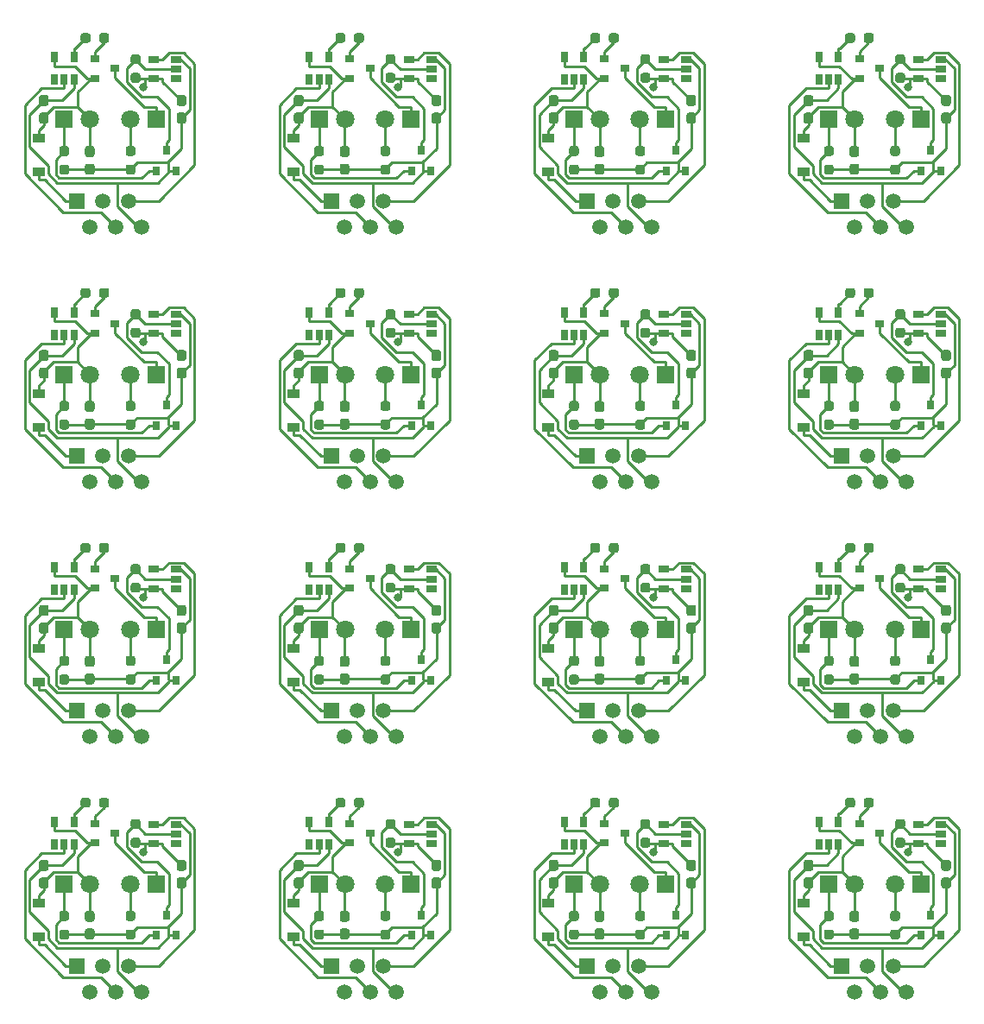
<source format=gbr>
%TF.GenerationSoftware,KiCad,Pcbnew,(5.1.9)-1*%
%TF.CreationDate,2021-10-26T13:29:37+02:00*%
%TF.ProjectId,Smartmeter_IR_V11_multi,536d6172-746d-4657-9465-725f49525f56,rev?*%
%TF.SameCoordinates,Original*%
%TF.FileFunction,Copper,L1,Top*%
%TF.FilePolarity,Positive*%
%FSLAX46Y46*%
G04 Gerber Fmt 4.6, Leading zero omitted, Abs format (unit mm)*
G04 Created by KiCad (PCBNEW (5.1.9)-1) date 2021-10-26 13:29:37*
%MOMM*%
%LPD*%
G01*
G04 APERTURE LIST*
%TA.AperFunction,SMDPad,CuDef*%
%ADD10R,0.650000X1.060000*%
%TD*%
%TA.AperFunction,SMDPad,CuDef*%
%ADD11R,0.800000X0.900000*%
%TD*%
%TA.AperFunction,ComponentPad*%
%ADD12R,1.800000X1.800000*%
%TD*%
%TA.AperFunction,ComponentPad*%
%ADD13C,1.800000*%
%TD*%
%TA.AperFunction,SMDPad,CuDef*%
%ADD14R,1.060000X0.650000*%
%TD*%
%TA.AperFunction,ComponentPad*%
%ADD15R,1.520000X1.520000*%
%TD*%
%TA.AperFunction,ComponentPad*%
%ADD16C,1.520000*%
%TD*%
%TA.AperFunction,SMDPad,CuDef*%
%ADD17R,0.900000X0.800000*%
%TD*%
%TA.AperFunction,SMDPad,CuDef*%
%ADD18R,1.200000X0.900000*%
%TD*%
%TA.AperFunction,ViaPad*%
%ADD19C,0.800000*%
%TD*%
%TA.AperFunction,Conductor*%
%ADD20C,0.250000*%
%TD*%
G04 APERTURE END LIST*
D10*
%TO.P,IC1,1*%
%TO.N,Net-(IC1-Pad1)*%
X104550000Y-126100000D03*
%TO.P,IC1,2*%
%TO.N,Net-(IC1-Pad2)*%
X105500000Y-126100000D03*
%TO.P,IC1,3*%
%TO.N,GND*%
X106450000Y-126100000D03*
%TO.P,IC1,4*%
%TO.N,Net-(IC1-Pad4)*%
X106450000Y-123900000D03*
%TO.P,IC1,5*%
%TO.N,PWR*%
X104550000Y-123900000D03*
%TD*%
D11*
%TO.P,T3,3*%
%TO.N,Net-(IC2-Pad2)*%
X65500000Y-133000000D03*
%TO.P,T3,2*%
%TO.N,GND*%
X66450000Y-135000000D03*
%TO.P,T3,1*%
%TO.N,Net-(R1-Pad1)*%
X64550000Y-135000000D03*
%TD*%
D12*
%TO.P,T1,1*%
%TO.N,Net-(R1-Pad1)*%
X130500000Y-130000000D03*
D13*
%TO.P,T1,2*%
%TO.N,PWR*%
X133040000Y-130000000D03*
%TD*%
%TO.P,R1,1*%
%TO.N,Net-(R1-Pad1)*%
%TA.AperFunction,SMDPad,CuDef*%
G36*
G01*
X105262500Y-132600000D02*
X105737500Y-132600000D01*
G75*
G02*
X105975000Y-132837500I0J-237500D01*
G01*
X105975000Y-133337500D01*
G75*
G02*
X105737500Y-133575000I-237500J0D01*
G01*
X105262500Y-133575000D01*
G75*
G02*
X105025000Y-133337500I0J237500D01*
G01*
X105025000Y-132837500D01*
G75*
G02*
X105262500Y-132600000I237500J0D01*
G01*
G37*
%TD.AperFunction*%
%TO.P,R1,2*%
%TO.N,GND*%
%TA.AperFunction,SMDPad,CuDef*%
G36*
G01*
X105262500Y-134425000D02*
X105737500Y-134425000D01*
G75*
G02*
X105975000Y-134662500I0J-237500D01*
G01*
X105975000Y-135162500D01*
G75*
G02*
X105737500Y-135400000I-237500J0D01*
G01*
X105262500Y-135400000D01*
G75*
G02*
X105025000Y-135162500I0J237500D01*
G01*
X105025000Y-134662500D01*
G75*
G02*
X105262500Y-134425000I237500J0D01*
G01*
G37*
%TD.AperFunction*%
%TD*%
%TO.P,C1,1*%
%TO.N,PWR*%
%TA.AperFunction,SMDPad,CuDef*%
G36*
G01*
X103737500Y-130400000D02*
X103262500Y-130400000D01*
G75*
G02*
X103025000Y-130162500I0J237500D01*
G01*
X103025000Y-129562500D01*
G75*
G02*
X103262500Y-129325000I237500J0D01*
G01*
X103737500Y-129325000D01*
G75*
G02*
X103975000Y-129562500I0J-237500D01*
G01*
X103975000Y-130162500D01*
G75*
G02*
X103737500Y-130400000I-237500J0D01*
G01*
G37*
%TD.AperFunction*%
%TO.P,C1,2*%
%TO.N,GND*%
%TA.AperFunction,SMDPad,CuDef*%
G36*
G01*
X103737500Y-128675000D02*
X103262500Y-128675000D01*
G75*
G02*
X103025000Y-128437500I0J237500D01*
G01*
X103025000Y-127837500D01*
G75*
G02*
X103262500Y-127600000I237500J0D01*
G01*
X103737500Y-127600000D01*
G75*
G02*
X103975000Y-127837500I0J-237500D01*
G01*
X103975000Y-128437500D01*
G75*
G02*
X103737500Y-128675000I-237500J0D01*
G01*
G37*
%TD.AperFunction*%
%TD*%
D14*
%TO.P,IC2,5*%
%TO.N,PWR*%
X64300000Y-126000000D03*
%TO.P,IC2,4*%
%TO.N,Net-(IC2-Pad4)*%
X64300000Y-124100000D03*
%TO.P,IC2,3*%
%TO.N,GND*%
X66500000Y-124100000D03*
%TO.P,IC2,2*%
%TO.N,Net-(IC2-Pad2)*%
X66500000Y-125050000D03*
%TO.P,IC2,1*%
%TO.N,Net-(IC2-Pad1)*%
X66500000Y-126000000D03*
%TD*%
D11*
%TO.P,T3,1*%
%TO.N,Net-(R1-Pad1)*%
X139550000Y-135000000D03*
%TO.P,T3,2*%
%TO.N,GND*%
X141450000Y-135000000D03*
%TO.P,T3,3*%
%TO.N,Net-(IC2-Pad2)*%
X140500000Y-133000000D03*
%TD*%
D15*
%TO.P,J1,1*%
%TO.N,Net-(D2-Pad2)*%
X56750000Y-138000000D03*
D16*
%TO.P,J1,2*%
%TO.N,Net-(J1-Pad2)*%
X58020000Y-140540000D03*
%TO.P,J1,3*%
%TO.N,Net-(J1-Pad3)*%
X59290000Y-138000000D03*
%TO.P,J1,4*%
%TO.N,Net-(IC1-Pad2)*%
X60560000Y-140540000D03*
%TO.P,J1,5*%
%TO.N,Net-(IC2-Pad4)*%
X61830000Y-138000000D03*
%TO.P,J1,6*%
%TO.N,GND*%
X63100000Y-140540000D03*
%TD*%
%TO.P,J1,6*%
%TO.N,GND*%
X88100000Y-140540000D03*
%TO.P,J1,5*%
%TO.N,Net-(IC2-Pad4)*%
X86830000Y-138000000D03*
%TO.P,J1,4*%
%TO.N,Net-(IC1-Pad2)*%
X85560000Y-140540000D03*
%TO.P,J1,3*%
%TO.N,Net-(J1-Pad3)*%
X84290000Y-138000000D03*
%TO.P,J1,2*%
%TO.N,Net-(J1-Pad2)*%
X83020000Y-140540000D03*
D15*
%TO.P,J1,1*%
%TO.N,Net-(D2-Pad2)*%
X81750000Y-138000000D03*
%TD*%
%TO.P,R1,1*%
%TO.N,Net-(R1-Pad1)*%
%TA.AperFunction,SMDPad,CuDef*%
G36*
G01*
X55262500Y-132600000D02*
X55737500Y-132600000D01*
G75*
G02*
X55975000Y-132837500I0J-237500D01*
G01*
X55975000Y-133337500D01*
G75*
G02*
X55737500Y-133575000I-237500J0D01*
G01*
X55262500Y-133575000D01*
G75*
G02*
X55025000Y-133337500I0J237500D01*
G01*
X55025000Y-132837500D01*
G75*
G02*
X55262500Y-132600000I237500J0D01*
G01*
G37*
%TD.AperFunction*%
%TO.P,R1,2*%
%TO.N,GND*%
%TA.AperFunction,SMDPad,CuDef*%
G36*
G01*
X55262500Y-134425000D02*
X55737500Y-134425000D01*
G75*
G02*
X55975000Y-134662500I0J-237500D01*
G01*
X55975000Y-135162500D01*
G75*
G02*
X55737500Y-135400000I-237500J0D01*
G01*
X55262500Y-135400000D01*
G75*
G02*
X55025000Y-135162500I0J237500D01*
G01*
X55025000Y-134662500D01*
G75*
G02*
X55262500Y-134425000I237500J0D01*
G01*
G37*
%TD.AperFunction*%
%TD*%
%TO.P,R4,2*%
%TO.N,Net-(IC2-Pad2)*%
%TA.AperFunction,SMDPad,CuDef*%
G36*
G01*
X62737500Y-124575000D02*
X62262500Y-124575000D01*
G75*
G02*
X62025000Y-124337500I0J237500D01*
G01*
X62025000Y-123837500D01*
G75*
G02*
X62262500Y-123600000I237500J0D01*
G01*
X62737500Y-123600000D01*
G75*
G02*
X62975000Y-123837500I0J-237500D01*
G01*
X62975000Y-124337500D01*
G75*
G02*
X62737500Y-124575000I-237500J0D01*
G01*
G37*
%TD.AperFunction*%
%TO.P,R4,1*%
%TO.N,PWR*%
%TA.AperFunction,SMDPad,CuDef*%
G36*
G01*
X62737500Y-126400000D02*
X62262500Y-126400000D01*
G75*
G02*
X62025000Y-126162500I0J237500D01*
G01*
X62025000Y-125662500D01*
G75*
G02*
X62262500Y-125425000I237500J0D01*
G01*
X62737500Y-125425000D01*
G75*
G02*
X62975000Y-125662500I0J-237500D01*
G01*
X62975000Y-126162500D01*
G75*
G02*
X62737500Y-126400000I-237500J0D01*
G01*
G37*
%TD.AperFunction*%
%TD*%
D17*
%TO.P,T2,1*%
%TO.N,Net-(R3-Pad2)*%
X58500000Y-124050000D03*
%TO.P,T2,2*%
%TO.N,PWR*%
X58500000Y-125950000D03*
%TO.P,T2,3*%
%TO.N,Net-(D1-Pad1)*%
X60500000Y-125000000D03*
%TD*%
%TO.P,R3,1*%
%TO.N,Net-(IC1-Pad4)*%
%TA.AperFunction,SMDPad,CuDef*%
G36*
G01*
X132100000Y-122237500D02*
X132100000Y-121762500D01*
G75*
G02*
X132337500Y-121525000I237500J0D01*
G01*
X132837500Y-121525000D01*
G75*
G02*
X133075000Y-121762500I0J-237500D01*
G01*
X133075000Y-122237500D01*
G75*
G02*
X132837500Y-122475000I-237500J0D01*
G01*
X132337500Y-122475000D01*
G75*
G02*
X132100000Y-122237500I0J237500D01*
G01*
G37*
%TD.AperFunction*%
%TO.P,R3,2*%
%TO.N,Net-(R3-Pad2)*%
%TA.AperFunction,SMDPad,CuDef*%
G36*
G01*
X133925000Y-122237500D02*
X133925000Y-121762500D01*
G75*
G02*
X134162500Y-121525000I237500J0D01*
G01*
X134662500Y-121525000D01*
G75*
G02*
X134900000Y-121762500I0J-237500D01*
G01*
X134900000Y-122237500D01*
G75*
G02*
X134662500Y-122475000I-237500J0D01*
G01*
X134162500Y-122475000D01*
G75*
G02*
X133925000Y-122237500I0J237500D01*
G01*
G37*
%TD.AperFunction*%
%TD*%
%TO.P,T2,3*%
%TO.N,Net-(D1-Pad1)*%
X135500000Y-125000000D03*
%TO.P,T2,2*%
%TO.N,PWR*%
X133500000Y-125950000D03*
%TO.P,T2,1*%
%TO.N,Net-(R3-Pad2)*%
X133500000Y-124050000D03*
%TD*%
%TO.P,R2,1*%
%TO.N,GND*%
%TA.AperFunction,SMDPad,CuDef*%
G36*
G01*
X112237500Y-135400000D02*
X111762500Y-135400000D01*
G75*
G02*
X111525000Y-135162500I0J237500D01*
G01*
X111525000Y-134662500D01*
G75*
G02*
X111762500Y-134425000I237500J0D01*
G01*
X112237500Y-134425000D01*
G75*
G02*
X112475000Y-134662500I0J-237500D01*
G01*
X112475000Y-135162500D01*
G75*
G02*
X112237500Y-135400000I-237500J0D01*
G01*
G37*
%TD.AperFunction*%
%TO.P,R2,2*%
%TO.N,Net-(D1-Pad2)*%
%TA.AperFunction,SMDPad,CuDef*%
G36*
G01*
X112237500Y-133575000D02*
X111762500Y-133575000D01*
G75*
G02*
X111525000Y-133337500I0J237500D01*
G01*
X111525000Y-132837500D01*
G75*
G02*
X111762500Y-132600000I237500J0D01*
G01*
X112237500Y-132600000D01*
G75*
G02*
X112475000Y-132837500I0J-237500D01*
G01*
X112475000Y-133337500D01*
G75*
G02*
X112237500Y-133575000I-237500J0D01*
G01*
G37*
%TD.AperFunction*%
%TD*%
%TO.P,C3,2*%
%TO.N,GND*%
%TA.AperFunction,SMDPad,CuDef*%
G36*
G01*
X116762500Y-129325000D02*
X117237500Y-129325000D01*
G75*
G02*
X117475000Y-129562500I0J-237500D01*
G01*
X117475000Y-130162500D01*
G75*
G02*
X117237500Y-130400000I-237500J0D01*
G01*
X116762500Y-130400000D01*
G75*
G02*
X116525000Y-130162500I0J237500D01*
G01*
X116525000Y-129562500D01*
G75*
G02*
X116762500Y-129325000I237500J0D01*
G01*
G37*
%TD.AperFunction*%
%TO.P,C3,1*%
%TO.N,PWR*%
%TA.AperFunction,SMDPad,CuDef*%
G36*
G01*
X116762500Y-127600000D02*
X117237500Y-127600000D01*
G75*
G02*
X117475000Y-127837500I0J-237500D01*
G01*
X117475000Y-128437500D01*
G75*
G02*
X117237500Y-128675000I-237500J0D01*
G01*
X116762500Y-128675000D01*
G75*
G02*
X116525000Y-128437500I0J237500D01*
G01*
X116525000Y-127837500D01*
G75*
G02*
X116762500Y-127600000I237500J0D01*
G01*
G37*
%TD.AperFunction*%
%TD*%
D13*
%TO.P,T1,2*%
%TO.N,PWR*%
X108040000Y-130000000D03*
D12*
%TO.P,T1,1*%
%TO.N,Net-(R1-Pad1)*%
X105500000Y-130000000D03*
%TD*%
%TO.P,R2,2*%
%TO.N,Net-(D1-Pad2)*%
%TA.AperFunction,SMDPad,CuDef*%
G36*
G01*
X137237500Y-133575000D02*
X136762500Y-133575000D01*
G75*
G02*
X136525000Y-133337500I0J237500D01*
G01*
X136525000Y-132837500D01*
G75*
G02*
X136762500Y-132600000I237500J0D01*
G01*
X137237500Y-132600000D01*
G75*
G02*
X137475000Y-132837500I0J-237500D01*
G01*
X137475000Y-133337500D01*
G75*
G02*
X137237500Y-133575000I-237500J0D01*
G01*
G37*
%TD.AperFunction*%
%TO.P,R2,1*%
%TO.N,GND*%
%TA.AperFunction,SMDPad,CuDef*%
G36*
G01*
X137237500Y-135400000D02*
X136762500Y-135400000D01*
G75*
G02*
X136525000Y-135162500I0J237500D01*
G01*
X136525000Y-134662500D01*
G75*
G02*
X136762500Y-134425000I237500J0D01*
G01*
X137237500Y-134425000D01*
G75*
G02*
X137475000Y-134662500I0J-237500D01*
G01*
X137475000Y-135162500D01*
G75*
G02*
X137237500Y-135400000I-237500J0D01*
G01*
G37*
%TD.AperFunction*%
%TD*%
%TO.P,R2,1*%
%TO.N,GND*%
%TA.AperFunction,SMDPad,CuDef*%
G36*
G01*
X62237500Y-135400000D02*
X61762500Y-135400000D01*
G75*
G02*
X61525000Y-135162500I0J237500D01*
G01*
X61525000Y-134662500D01*
G75*
G02*
X61762500Y-134425000I237500J0D01*
G01*
X62237500Y-134425000D01*
G75*
G02*
X62475000Y-134662500I0J-237500D01*
G01*
X62475000Y-135162500D01*
G75*
G02*
X62237500Y-135400000I-237500J0D01*
G01*
G37*
%TD.AperFunction*%
%TO.P,R2,2*%
%TO.N,Net-(D1-Pad2)*%
%TA.AperFunction,SMDPad,CuDef*%
G36*
G01*
X62237500Y-133575000D02*
X61762500Y-133575000D01*
G75*
G02*
X61525000Y-133337500I0J237500D01*
G01*
X61525000Y-132837500D01*
G75*
G02*
X61762500Y-132600000I237500J0D01*
G01*
X62237500Y-132600000D01*
G75*
G02*
X62475000Y-132837500I0J-237500D01*
G01*
X62475000Y-133337500D01*
G75*
G02*
X62237500Y-133575000I-237500J0D01*
G01*
G37*
%TD.AperFunction*%
%TD*%
%TO.P,R2,2*%
%TO.N,Net-(D1-Pad2)*%
%TA.AperFunction,SMDPad,CuDef*%
G36*
G01*
X87237500Y-133575000D02*
X86762500Y-133575000D01*
G75*
G02*
X86525000Y-133337500I0J237500D01*
G01*
X86525000Y-132837500D01*
G75*
G02*
X86762500Y-132600000I237500J0D01*
G01*
X87237500Y-132600000D01*
G75*
G02*
X87475000Y-132837500I0J-237500D01*
G01*
X87475000Y-133337500D01*
G75*
G02*
X87237500Y-133575000I-237500J0D01*
G01*
G37*
%TD.AperFunction*%
%TO.P,R2,1*%
%TO.N,GND*%
%TA.AperFunction,SMDPad,CuDef*%
G36*
G01*
X87237500Y-135400000D02*
X86762500Y-135400000D01*
G75*
G02*
X86525000Y-135162500I0J237500D01*
G01*
X86525000Y-134662500D01*
G75*
G02*
X86762500Y-134425000I237500J0D01*
G01*
X87237500Y-134425000D01*
G75*
G02*
X87475000Y-134662500I0J-237500D01*
G01*
X87475000Y-135162500D01*
G75*
G02*
X87237500Y-135400000I-237500J0D01*
G01*
G37*
%TD.AperFunction*%
%TD*%
%TO.P,R1,2*%
%TO.N,GND*%
%TA.AperFunction,SMDPad,CuDef*%
G36*
G01*
X80262500Y-134425000D02*
X80737500Y-134425000D01*
G75*
G02*
X80975000Y-134662500I0J-237500D01*
G01*
X80975000Y-135162500D01*
G75*
G02*
X80737500Y-135400000I-237500J0D01*
G01*
X80262500Y-135400000D01*
G75*
G02*
X80025000Y-135162500I0J237500D01*
G01*
X80025000Y-134662500D01*
G75*
G02*
X80262500Y-134425000I237500J0D01*
G01*
G37*
%TD.AperFunction*%
%TO.P,R1,1*%
%TO.N,Net-(R1-Pad1)*%
%TA.AperFunction,SMDPad,CuDef*%
G36*
G01*
X80262500Y-132600000D02*
X80737500Y-132600000D01*
G75*
G02*
X80975000Y-132837500I0J-237500D01*
G01*
X80975000Y-133337500D01*
G75*
G02*
X80737500Y-133575000I-237500J0D01*
G01*
X80262500Y-133575000D01*
G75*
G02*
X80025000Y-133337500I0J237500D01*
G01*
X80025000Y-132837500D01*
G75*
G02*
X80262500Y-132600000I237500J0D01*
G01*
G37*
%TD.AperFunction*%
%TD*%
%TO.P,C1,2*%
%TO.N,GND*%
%TA.AperFunction,SMDPad,CuDef*%
G36*
G01*
X128737500Y-128675000D02*
X128262500Y-128675000D01*
G75*
G02*
X128025000Y-128437500I0J237500D01*
G01*
X128025000Y-127837500D01*
G75*
G02*
X128262500Y-127600000I237500J0D01*
G01*
X128737500Y-127600000D01*
G75*
G02*
X128975000Y-127837500I0J-237500D01*
G01*
X128975000Y-128437500D01*
G75*
G02*
X128737500Y-128675000I-237500J0D01*
G01*
G37*
%TD.AperFunction*%
%TO.P,C1,1*%
%TO.N,PWR*%
%TA.AperFunction,SMDPad,CuDef*%
G36*
G01*
X128737500Y-130400000D02*
X128262500Y-130400000D01*
G75*
G02*
X128025000Y-130162500I0J237500D01*
G01*
X128025000Y-129562500D01*
G75*
G02*
X128262500Y-129325000I237500J0D01*
G01*
X128737500Y-129325000D01*
G75*
G02*
X128975000Y-129562500I0J-237500D01*
G01*
X128975000Y-130162500D01*
G75*
G02*
X128737500Y-130400000I-237500J0D01*
G01*
G37*
%TD.AperFunction*%
%TD*%
D18*
%TO.P,D2,2*%
%TO.N,Net-(D2-Pad2)*%
X53000000Y-135150000D03*
%TO.P,D2,1*%
%TO.N,PWR*%
X53000000Y-131850000D03*
%TD*%
%TO.P,R3,1*%
%TO.N,Net-(IC1-Pad4)*%
%TA.AperFunction,SMDPad,CuDef*%
G36*
G01*
X82100000Y-122237500D02*
X82100000Y-121762500D01*
G75*
G02*
X82337500Y-121525000I237500J0D01*
G01*
X82837500Y-121525000D01*
G75*
G02*
X83075000Y-121762500I0J-237500D01*
G01*
X83075000Y-122237500D01*
G75*
G02*
X82837500Y-122475000I-237500J0D01*
G01*
X82337500Y-122475000D01*
G75*
G02*
X82100000Y-122237500I0J237500D01*
G01*
G37*
%TD.AperFunction*%
%TO.P,R3,2*%
%TO.N,Net-(R3-Pad2)*%
%TA.AperFunction,SMDPad,CuDef*%
G36*
G01*
X83925000Y-122237500D02*
X83925000Y-121762500D01*
G75*
G02*
X84162500Y-121525000I237500J0D01*
G01*
X84662500Y-121525000D01*
G75*
G02*
X84900000Y-121762500I0J-237500D01*
G01*
X84900000Y-122237500D01*
G75*
G02*
X84662500Y-122475000I-237500J0D01*
G01*
X84162500Y-122475000D01*
G75*
G02*
X83925000Y-122237500I0J237500D01*
G01*
G37*
%TD.AperFunction*%
%TD*%
%TO.P,C1,1*%
%TO.N,PWR*%
%TA.AperFunction,SMDPad,CuDef*%
G36*
G01*
X53737500Y-130400000D02*
X53262500Y-130400000D01*
G75*
G02*
X53025000Y-130162500I0J237500D01*
G01*
X53025000Y-129562500D01*
G75*
G02*
X53262500Y-129325000I237500J0D01*
G01*
X53737500Y-129325000D01*
G75*
G02*
X53975000Y-129562500I0J-237500D01*
G01*
X53975000Y-130162500D01*
G75*
G02*
X53737500Y-130400000I-237500J0D01*
G01*
G37*
%TD.AperFunction*%
%TO.P,C1,2*%
%TO.N,GND*%
%TA.AperFunction,SMDPad,CuDef*%
G36*
G01*
X53737500Y-128675000D02*
X53262500Y-128675000D01*
G75*
G02*
X53025000Y-128437500I0J237500D01*
G01*
X53025000Y-127837500D01*
G75*
G02*
X53262500Y-127600000I237500J0D01*
G01*
X53737500Y-127600000D01*
G75*
G02*
X53975000Y-127837500I0J-237500D01*
G01*
X53975000Y-128437500D01*
G75*
G02*
X53737500Y-128675000I-237500J0D01*
G01*
G37*
%TD.AperFunction*%
%TD*%
%TO.P,D2,1*%
%TO.N,PWR*%
X78000000Y-131850000D03*
%TO.P,D2,2*%
%TO.N,Net-(D2-Pad2)*%
X78000000Y-135150000D03*
%TD*%
%TO.P,D2,2*%
%TO.N,Net-(D2-Pad2)*%
X103000000Y-135150000D03*
%TO.P,D2,1*%
%TO.N,PWR*%
X103000000Y-131850000D03*
%TD*%
D17*
%TO.P,T2,3*%
%TO.N,Net-(D1-Pad1)*%
X85500000Y-125000000D03*
%TO.P,T2,2*%
%TO.N,PWR*%
X83500000Y-125950000D03*
%TO.P,T2,1*%
%TO.N,Net-(R3-Pad2)*%
X83500000Y-124050000D03*
%TD*%
D14*
%TO.P,IC2,1*%
%TO.N,Net-(IC2-Pad1)*%
X91500000Y-126000000D03*
%TO.P,IC2,2*%
%TO.N,Net-(IC2-Pad2)*%
X91500000Y-125050000D03*
%TO.P,IC2,3*%
%TO.N,GND*%
X91500000Y-124100000D03*
%TO.P,IC2,4*%
%TO.N,Net-(IC2-Pad4)*%
X89300000Y-124100000D03*
%TO.P,IC2,5*%
%TO.N,PWR*%
X89300000Y-126000000D03*
%TD*%
%TO.P,R4,1*%
%TO.N,PWR*%
%TA.AperFunction,SMDPad,CuDef*%
G36*
G01*
X137737500Y-126400000D02*
X137262500Y-126400000D01*
G75*
G02*
X137025000Y-126162500I0J237500D01*
G01*
X137025000Y-125662500D01*
G75*
G02*
X137262500Y-125425000I237500J0D01*
G01*
X137737500Y-125425000D01*
G75*
G02*
X137975000Y-125662500I0J-237500D01*
G01*
X137975000Y-126162500D01*
G75*
G02*
X137737500Y-126400000I-237500J0D01*
G01*
G37*
%TD.AperFunction*%
%TO.P,R4,2*%
%TO.N,Net-(IC2-Pad2)*%
%TA.AperFunction,SMDPad,CuDef*%
G36*
G01*
X137737500Y-124575000D02*
X137262500Y-124575000D01*
G75*
G02*
X137025000Y-124337500I0J237500D01*
G01*
X137025000Y-123837500D01*
G75*
G02*
X137262500Y-123600000I237500J0D01*
G01*
X137737500Y-123600000D01*
G75*
G02*
X137975000Y-123837500I0J-237500D01*
G01*
X137975000Y-124337500D01*
G75*
G02*
X137737500Y-124575000I-237500J0D01*
G01*
G37*
%TD.AperFunction*%
%TD*%
D16*
%TO.P,J1,6*%
%TO.N,GND*%
X138100000Y-140540000D03*
%TO.P,J1,5*%
%TO.N,Net-(IC2-Pad4)*%
X136830000Y-138000000D03*
%TO.P,J1,4*%
%TO.N,Net-(IC1-Pad2)*%
X135560000Y-140540000D03*
%TO.P,J1,3*%
%TO.N,Net-(J1-Pad3)*%
X134290000Y-138000000D03*
%TO.P,J1,2*%
%TO.N,Net-(J1-Pad2)*%
X133020000Y-140540000D03*
D15*
%TO.P,J1,1*%
%TO.N,Net-(D2-Pad2)*%
X131750000Y-138000000D03*
%TD*%
%TO.P,C2,2*%
%TO.N,GND*%
%TA.AperFunction,SMDPad,CuDef*%
G36*
G01*
X107762500Y-134325000D02*
X108237500Y-134325000D01*
G75*
G02*
X108475000Y-134562500I0J-237500D01*
G01*
X108475000Y-135162500D01*
G75*
G02*
X108237500Y-135400000I-237500J0D01*
G01*
X107762500Y-135400000D01*
G75*
G02*
X107525000Y-135162500I0J237500D01*
G01*
X107525000Y-134562500D01*
G75*
G02*
X107762500Y-134325000I237500J0D01*
G01*
G37*
%TD.AperFunction*%
%TO.P,C2,1*%
%TO.N,PWR*%
%TA.AperFunction,SMDPad,CuDef*%
G36*
G01*
X107762500Y-132600000D02*
X108237500Y-132600000D01*
G75*
G02*
X108475000Y-132837500I0J-237500D01*
G01*
X108475000Y-133437500D01*
G75*
G02*
X108237500Y-133675000I-237500J0D01*
G01*
X107762500Y-133675000D01*
G75*
G02*
X107525000Y-133437500I0J237500D01*
G01*
X107525000Y-132837500D01*
G75*
G02*
X107762500Y-132600000I237500J0D01*
G01*
G37*
%TD.AperFunction*%
%TD*%
D12*
%TO.P,T1,1*%
%TO.N,Net-(R1-Pad1)*%
X80500000Y-130000000D03*
D13*
%TO.P,T1,2*%
%TO.N,PWR*%
X83040000Y-130000000D03*
%TD*%
%TO.P,T1,2*%
%TO.N,PWR*%
X58040000Y-130000000D03*
D12*
%TO.P,T1,1*%
%TO.N,Net-(R1-Pad1)*%
X55500000Y-130000000D03*
%TD*%
%TO.P,R3,2*%
%TO.N,Net-(R3-Pad2)*%
%TA.AperFunction,SMDPad,CuDef*%
G36*
G01*
X58925000Y-122237500D02*
X58925000Y-121762500D01*
G75*
G02*
X59162500Y-121525000I237500J0D01*
G01*
X59662500Y-121525000D01*
G75*
G02*
X59900000Y-121762500I0J-237500D01*
G01*
X59900000Y-122237500D01*
G75*
G02*
X59662500Y-122475000I-237500J0D01*
G01*
X59162500Y-122475000D01*
G75*
G02*
X58925000Y-122237500I0J237500D01*
G01*
G37*
%TD.AperFunction*%
%TO.P,R3,1*%
%TO.N,Net-(IC1-Pad4)*%
%TA.AperFunction,SMDPad,CuDef*%
G36*
G01*
X57100000Y-122237500D02*
X57100000Y-121762500D01*
G75*
G02*
X57337500Y-121525000I237500J0D01*
G01*
X57837500Y-121525000D01*
G75*
G02*
X58075000Y-121762500I0J-237500D01*
G01*
X58075000Y-122237500D01*
G75*
G02*
X57837500Y-122475000I-237500J0D01*
G01*
X57337500Y-122475000D01*
G75*
G02*
X57100000Y-122237500I0J237500D01*
G01*
G37*
%TD.AperFunction*%
%TD*%
%TO.P,R4,1*%
%TO.N,PWR*%
%TA.AperFunction,SMDPad,CuDef*%
G36*
G01*
X87737500Y-126400000D02*
X87262500Y-126400000D01*
G75*
G02*
X87025000Y-126162500I0J237500D01*
G01*
X87025000Y-125662500D01*
G75*
G02*
X87262500Y-125425000I237500J0D01*
G01*
X87737500Y-125425000D01*
G75*
G02*
X87975000Y-125662500I0J-237500D01*
G01*
X87975000Y-126162500D01*
G75*
G02*
X87737500Y-126400000I-237500J0D01*
G01*
G37*
%TD.AperFunction*%
%TO.P,R4,2*%
%TO.N,Net-(IC2-Pad2)*%
%TA.AperFunction,SMDPad,CuDef*%
G36*
G01*
X87737500Y-124575000D02*
X87262500Y-124575000D01*
G75*
G02*
X87025000Y-124337500I0J237500D01*
G01*
X87025000Y-123837500D01*
G75*
G02*
X87262500Y-123600000I237500J0D01*
G01*
X87737500Y-123600000D01*
G75*
G02*
X87975000Y-123837500I0J-237500D01*
G01*
X87975000Y-124337500D01*
G75*
G02*
X87737500Y-124575000I-237500J0D01*
G01*
G37*
%TD.AperFunction*%
%TD*%
%TO.P,D1,1*%
%TO.N,Net-(D1-Pad1)*%
X114500000Y-130000000D03*
D13*
%TO.P,D1,2*%
%TO.N,Net-(D1-Pad2)*%
X111960000Y-130000000D03*
%TD*%
D11*
%TO.P,T3,1*%
%TO.N,Net-(R1-Pad1)*%
X89550000Y-135000000D03*
%TO.P,T3,2*%
%TO.N,GND*%
X91450000Y-135000000D03*
%TO.P,T3,3*%
%TO.N,Net-(IC2-Pad2)*%
X90500000Y-133000000D03*
%TD*%
D18*
%TO.P,D2,1*%
%TO.N,PWR*%
X128000000Y-131850000D03*
%TO.P,D2,2*%
%TO.N,Net-(D2-Pad2)*%
X128000000Y-135150000D03*
%TD*%
D17*
%TO.P,T2,1*%
%TO.N,Net-(R3-Pad2)*%
X108500000Y-124050000D03*
%TO.P,T2,2*%
%TO.N,PWR*%
X108500000Y-125950000D03*
%TO.P,T2,3*%
%TO.N,Net-(D1-Pad1)*%
X110500000Y-125000000D03*
%TD*%
D11*
%TO.P,T3,3*%
%TO.N,Net-(IC2-Pad2)*%
X115500000Y-133000000D03*
%TO.P,T3,2*%
%TO.N,GND*%
X116450000Y-135000000D03*
%TO.P,T3,1*%
%TO.N,Net-(R1-Pad1)*%
X114550000Y-135000000D03*
%TD*%
D14*
%TO.P,IC2,1*%
%TO.N,Net-(IC2-Pad1)*%
X141500000Y-126000000D03*
%TO.P,IC2,2*%
%TO.N,Net-(IC2-Pad2)*%
X141500000Y-125050000D03*
%TO.P,IC2,3*%
%TO.N,GND*%
X141500000Y-124100000D03*
%TO.P,IC2,4*%
%TO.N,Net-(IC2-Pad4)*%
X139300000Y-124100000D03*
%TO.P,IC2,5*%
%TO.N,PWR*%
X139300000Y-126000000D03*
%TD*%
%TO.P,C1,2*%
%TO.N,GND*%
%TA.AperFunction,SMDPad,CuDef*%
G36*
G01*
X78737500Y-128675000D02*
X78262500Y-128675000D01*
G75*
G02*
X78025000Y-128437500I0J237500D01*
G01*
X78025000Y-127837500D01*
G75*
G02*
X78262500Y-127600000I237500J0D01*
G01*
X78737500Y-127600000D01*
G75*
G02*
X78975000Y-127837500I0J-237500D01*
G01*
X78975000Y-128437500D01*
G75*
G02*
X78737500Y-128675000I-237500J0D01*
G01*
G37*
%TD.AperFunction*%
%TO.P,C1,1*%
%TO.N,PWR*%
%TA.AperFunction,SMDPad,CuDef*%
G36*
G01*
X78737500Y-130400000D02*
X78262500Y-130400000D01*
G75*
G02*
X78025000Y-130162500I0J237500D01*
G01*
X78025000Y-129562500D01*
G75*
G02*
X78262500Y-129325000I237500J0D01*
G01*
X78737500Y-129325000D01*
G75*
G02*
X78975000Y-129562500I0J-237500D01*
G01*
X78975000Y-130162500D01*
G75*
G02*
X78737500Y-130400000I-237500J0D01*
G01*
G37*
%TD.AperFunction*%
%TD*%
%TO.P,C2,1*%
%TO.N,PWR*%
%TA.AperFunction,SMDPad,CuDef*%
G36*
G01*
X132762500Y-132600000D02*
X133237500Y-132600000D01*
G75*
G02*
X133475000Y-132837500I0J-237500D01*
G01*
X133475000Y-133437500D01*
G75*
G02*
X133237500Y-133675000I-237500J0D01*
G01*
X132762500Y-133675000D01*
G75*
G02*
X132525000Y-133437500I0J237500D01*
G01*
X132525000Y-132837500D01*
G75*
G02*
X132762500Y-132600000I237500J0D01*
G01*
G37*
%TD.AperFunction*%
%TO.P,C2,2*%
%TO.N,GND*%
%TA.AperFunction,SMDPad,CuDef*%
G36*
G01*
X132762500Y-134325000D02*
X133237500Y-134325000D01*
G75*
G02*
X133475000Y-134562500I0J-237500D01*
G01*
X133475000Y-135162500D01*
G75*
G02*
X133237500Y-135400000I-237500J0D01*
G01*
X132762500Y-135400000D01*
G75*
G02*
X132525000Y-135162500I0J237500D01*
G01*
X132525000Y-134562500D01*
G75*
G02*
X132762500Y-134325000I237500J0D01*
G01*
G37*
%TD.AperFunction*%
%TD*%
D10*
%TO.P,IC1,5*%
%TO.N,PWR*%
X129550000Y-123900000D03*
%TO.P,IC1,4*%
%TO.N,Net-(IC1-Pad4)*%
X131450000Y-123900000D03*
%TO.P,IC1,3*%
%TO.N,GND*%
X131450000Y-126100000D03*
%TO.P,IC1,2*%
%TO.N,Net-(IC1-Pad2)*%
X130500000Y-126100000D03*
%TO.P,IC1,1*%
%TO.N,Net-(IC1-Pad1)*%
X129550000Y-126100000D03*
%TD*%
%TO.P,IC1,5*%
%TO.N,PWR*%
X79550000Y-123900000D03*
%TO.P,IC1,4*%
%TO.N,Net-(IC1-Pad4)*%
X81450000Y-123900000D03*
%TO.P,IC1,3*%
%TO.N,GND*%
X81450000Y-126100000D03*
%TO.P,IC1,2*%
%TO.N,Net-(IC1-Pad2)*%
X80500000Y-126100000D03*
%TO.P,IC1,1*%
%TO.N,Net-(IC1-Pad1)*%
X79550000Y-126100000D03*
%TD*%
%TO.P,C3,1*%
%TO.N,PWR*%
%TA.AperFunction,SMDPad,CuDef*%
G36*
G01*
X141762500Y-127600000D02*
X142237500Y-127600000D01*
G75*
G02*
X142475000Y-127837500I0J-237500D01*
G01*
X142475000Y-128437500D01*
G75*
G02*
X142237500Y-128675000I-237500J0D01*
G01*
X141762500Y-128675000D01*
G75*
G02*
X141525000Y-128437500I0J237500D01*
G01*
X141525000Y-127837500D01*
G75*
G02*
X141762500Y-127600000I237500J0D01*
G01*
G37*
%TD.AperFunction*%
%TO.P,C3,2*%
%TO.N,GND*%
%TA.AperFunction,SMDPad,CuDef*%
G36*
G01*
X141762500Y-129325000D02*
X142237500Y-129325000D01*
G75*
G02*
X142475000Y-129562500I0J-237500D01*
G01*
X142475000Y-130162500D01*
G75*
G02*
X142237500Y-130400000I-237500J0D01*
G01*
X141762500Y-130400000D01*
G75*
G02*
X141525000Y-130162500I0J237500D01*
G01*
X141525000Y-129562500D01*
G75*
G02*
X141762500Y-129325000I237500J0D01*
G01*
G37*
%TD.AperFunction*%
%TD*%
D13*
%TO.P,D1,2*%
%TO.N,Net-(D1-Pad2)*%
X86960000Y-130000000D03*
D12*
%TO.P,D1,1*%
%TO.N,Net-(D1-Pad1)*%
X89500000Y-130000000D03*
%TD*%
%TO.P,C3,2*%
%TO.N,GND*%
%TA.AperFunction,SMDPad,CuDef*%
G36*
G01*
X66762500Y-129325000D02*
X67237500Y-129325000D01*
G75*
G02*
X67475000Y-129562500I0J-237500D01*
G01*
X67475000Y-130162500D01*
G75*
G02*
X67237500Y-130400000I-237500J0D01*
G01*
X66762500Y-130400000D01*
G75*
G02*
X66525000Y-130162500I0J237500D01*
G01*
X66525000Y-129562500D01*
G75*
G02*
X66762500Y-129325000I237500J0D01*
G01*
G37*
%TD.AperFunction*%
%TO.P,C3,1*%
%TO.N,PWR*%
%TA.AperFunction,SMDPad,CuDef*%
G36*
G01*
X66762500Y-127600000D02*
X67237500Y-127600000D01*
G75*
G02*
X67475000Y-127837500I0J-237500D01*
G01*
X67475000Y-128437500D01*
G75*
G02*
X67237500Y-128675000I-237500J0D01*
G01*
X66762500Y-128675000D01*
G75*
G02*
X66525000Y-128437500I0J237500D01*
G01*
X66525000Y-127837500D01*
G75*
G02*
X66762500Y-127600000I237500J0D01*
G01*
G37*
%TD.AperFunction*%
%TD*%
%TO.P,C2,1*%
%TO.N,PWR*%
%TA.AperFunction,SMDPad,CuDef*%
G36*
G01*
X82762500Y-132600000D02*
X83237500Y-132600000D01*
G75*
G02*
X83475000Y-132837500I0J-237500D01*
G01*
X83475000Y-133437500D01*
G75*
G02*
X83237500Y-133675000I-237500J0D01*
G01*
X82762500Y-133675000D01*
G75*
G02*
X82525000Y-133437500I0J237500D01*
G01*
X82525000Y-132837500D01*
G75*
G02*
X82762500Y-132600000I237500J0D01*
G01*
G37*
%TD.AperFunction*%
%TO.P,C2,2*%
%TO.N,GND*%
%TA.AperFunction,SMDPad,CuDef*%
G36*
G01*
X82762500Y-134325000D02*
X83237500Y-134325000D01*
G75*
G02*
X83475000Y-134562500I0J-237500D01*
G01*
X83475000Y-135162500D01*
G75*
G02*
X83237500Y-135400000I-237500J0D01*
G01*
X82762500Y-135400000D01*
G75*
G02*
X82525000Y-135162500I0J237500D01*
G01*
X82525000Y-134562500D01*
G75*
G02*
X82762500Y-134325000I237500J0D01*
G01*
G37*
%TD.AperFunction*%
%TD*%
%TO.P,D1,1*%
%TO.N,Net-(D1-Pad1)*%
X64500000Y-130000000D03*
D13*
%TO.P,D1,2*%
%TO.N,Net-(D1-Pad2)*%
X61960000Y-130000000D03*
%TD*%
%TO.P,C3,1*%
%TO.N,PWR*%
%TA.AperFunction,SMDPad,CuDef*%
G36*
G01*
X91762500Y-127600000D02*
X92237500Y-127600000D01*
G75*
G02*
X92475000Y-127837500I0J-237500D01*
G01*
X92475000Y-128437500D01*
G75*
G02*
X92237500Y-128675000I-237500J0D01*
G01*
X91762500Y-128675000D01*
G75*
G02*
X91525000Y-128437500I0J237500D01*
G01*
X91525000Y-127837500D01*
G75*
G02*
X91762500Y-127600000I237500J0D01*
G01*
G37*
%TD.AperFunction*%
%TO.P,C3,2*%
%TO.N,GND*%
%TA.AperFunction,SMDPad,CuDef*%
G36*
G01*
X91762500Y-129325000D02*
X92237500Y-129325000D01*
G75*
G02*
X92475000Y-129562500I0J-237500D01*
G01*
X92475000Y-130162500D01*
G75*
G02*
X92237500Y-130400000I-237500J0D01*
G01*
X91762500Y-130400000D01*
G75*
G02*
X91525000Y-130162500I0J237500D01*
G01*
X91525000Y-129562500D01*
G75*
G02*
X91762500Y-129325000I237500J0D01*
G01*
G37*
%TD.AperFunction*%
%TD*%
%TO.P,C2,2*%
%TO.N,GND*%
%TA.AperFunction,SMDPad,CuDef*%
G36*
G01*
X57762500Y-134325000D02*
X58237500Y-134325000D01*
G75*
G02*
X58475000Y-134562500I0J-237500D01*
G01*
X58475000Y-135162500D01*
G75*
G02*
X58237500Y-135400000I-237500J0D01*
G01*
X57762500Y-135400000D01*
G75*
G02*
X57525000Y-135162500I0J237500D01*
G01*
X57525000Y-134562500D01*
G75*
G02*
X57762500Y-134325000I237500J0D01*
G01*
G37*
%TD.AperFunction*%
%TO.P,C2,1*%
%TO.N,PWR*%
%TA.AperFunction,SMDPad,CuDef*%
G36*
G01*
X57762500Y-132600000D02*
X58237500Y-132600000D01*
G75*
G02*
X58475000Y-132837500I0J-237500D01*
G01*
X58475000Y-133437500D01*
G75*
G02*
X58237500Y-133675000I-237500J0D01*
G01*
X57762500Y-133675000D01*
G75*
G02*
X57525000Y-133437500I0J237500D01*
G01*
X57525000Y-132837500D01*
G75*
G02*
X57762500Y-132600000I237500J0D01*
G01*
G37*
%TD.AperFunction*%
%TD*%
%TO.P,R3,2*%
%TO.N,Net-(R3-Pad2)*%
%TA.AperFunction,SMDPad,CuDef*%
G36*
G01*
X108925000Y-122237500D02*
X108925000Y-121762500D01*
G75*
G02*
X109162500Y-121525000I237500J0D01*
G01*
X109662500Y-121525000D01*
G75*
G02*
X109900000Y-121762500I0J-237500D01*
G01*
X109900000Y-122237500D01*
G75*
G02*
X109662500Y-122475000I-237500J0D01*
G01*
X109162500Y-122475000D01*
G75*
G02*
X108925000Y-122237500I0J237500D01*
G01*
G37*
%TD.AperFunction*%
%TO.P,R3,1*%
%TO.N,Net-(IC1-Pad4)*%
%TA.AperFunction,SMDPad,CuDef*%
G36*
G01*
X107100000Y-122237500D02*
X107100000Y-121762500D01*
G75*
G02*
X107337500Y-121525000I237500J0D01*
G01*
X107837500Y-121525000D01*
G75*
G02*
X108075000Y-121762500I0J-237500D01*
G01*
X108075000Y-122237500D01*
G75*
G02*
X107837500Y-122475000I-237500J0D01*
G01*
X107337500Y-122475000D01*
G75*
G02*
X107100000Y-122237500I0J237500D01*
G01*
G37*
%TD.AperFunction*%
%TD*%
D10*
%TO.P,IC1,1*%
%TO.N,Net-(IC1-Pad1)*%
X54550000Y-126100000D03*
%TO.P,IC1,2*%
%TO.N,Net-(IC1-Pad2)*%
X55500000Y-126100000D03*
%TO.P,IC1,3*%
%TO.N,GND*%
X56450000Y-126100000D03*
%TO.P,IC1,4*%
%TO.N,Net-(IC1-Pad4)*%
X56450000Y-123900000D03*
%TO.P,IC1,5*%
%TO.N,PWR*%
X54550000Y-123900000D03*
%TD*%
%TO.P,R1,2*%
%TO.N,GND*%
%TA.AperFunction,SMDPad,CuDef*%
G36*
G01*
X130262500Y-134425000D02*
X130737500Y-134425000D01*
G75*
G02*
X130975000Y-134662500I0J-237500D01*
G01*
X130975000Y-135162500D01*
G75*
G02*
X130737500Y-135400000I-237500J0D01*
G01*
X130262500Y-135400000D01*
G75*
G02*
X130025000Y-135162500I0J237500D01*
G01*
X130025000Y-134662500D01*
G75*
G02*
X130262500Y-134425000I237500J0D01*
G01*
G37*
%TD.AperFunction*%
%TO.P,R1,1*%
%TO.N,Net-(R1-Pad1)*%
%TA.AperFunction,SMDPad,CuDef*%
G36*
G01*
X130262500Y-132600000D02*
X130737500Y-132600000D01*
G75*
G02*
X130975000Y-132837500I0J-237500D01*
G01*
X130975000Y-133337500D01*
G75*
G02*
X130737500Y-133575000I-237500J0D01*
G01*
X130262500Y-133575000D01*
G75*
G02*
X130025000Y-133337500I0J237500D01*
G01*
X130025000Y-132837500D01*
G75*
G02*
X130262500Y-132600000I237500J0D01*
G01*
G37*
%TD.AperFunction*%
%TD*%
%TO.P,R4,2*%
%TO.N,Net-(IC2-Pad2)*%
%TA.AperFunction,SMDPad,CuDef*%
G36*
G01*
X112737500Y-124575000D02*
X112262500Y-124575000D01*
G75*
G02*
X112025000Y-124337500I0J237500D01*
G01*
X112025000Y-123837500D01*
G75*
G02*
X112262500Y-123600000I237500J0D01*
G01*
X112737500Y-123600000D01*
G75*
G02*
X112975000Y-123837500I0J-237500D01*
G01*
X112975000Y-124337500D01*
G75*
G02*
X112737500Y-124575000I-237500J0D01*
G01*
G37*
%TD.AperFunction*%
%TO.P,R4,1*%
%TO.N,PWR*%
%TA.AperFunction,SMDPad,CuDef*%
G36*
G01*
X112737500Y-126400000D02*
X112262500Y-126400000D01*
G75*
G02*
X112025000Y-126162500I0J237500D01*
G01*
X112025000Y-125662500D01*
G75*
G02*
X112262500Y-125425000I237500J0D01*
G01*
X112737500Y-125425000D01*
G75*
G02*
X112975000Y-125662500I0J-237500D01*
G01*
X112975000Y-126162500D01*
G75*
G02*
X112737500Y-126400000I-237500J0D01*
G01*
G37*
%TD.AperFunction*%
%TD*%
D14*
%TO.P,IC2,5*%
%TO.N,PWR*%
X114300000Y-126000000D03*
%TO.P,IC2,4*%
%TO.N,Net-(IC2-Pad4)*%
X114300000Y-124100000D03*
%TO.P,IC2,3*%
%TO.N,GND*%
X116500000Y-124100000D03*
%TO.P,IC2,2*%
%TO.N,Net-(IC2-Pad2)*%
X116500000Y-125050000D03*
%TO.P,IC2,1*%
%TO.N,Net-(IC2-Pad1)*%
X116500000Y-126000000D03*
%TD*%
D13*
%TO.P,D1,2*%
%TO.N,Net-(D1-Pad2)*%
X136960000Y-130000000D03*
D12*
%TO.P,D1,1*%
%TO.N,Net-(D1-Pad1)*%
X139500000Y-130000000D03*
%TD*%
D15*
%TO.P,J1,1*%
%TO.N,Net-(D2-Pad2)*%
X106750000Y-138000000D03*
D16*
%TO.P,J1,2*%
%TO.N,Net-(J1-Pad2)*%
X108020000Y-140540000D03*
%TO.P,J1,3*%
%TO.N,Net-(J1-Pad3)*%
X109290000Y-138000000D03*
%TO.P,J1,4*%
%TO.N,Net-(IC1-Pad2)*%
X110560000Y-140540000D03*
%TO.P,J1,5*%
%TO.N,Net-(IC2-Pad4)*%
X111830000Y-138000000D03*
%TO.P,J1,6*%
%TO.N,GND*%
X113100000Y-140540000D03*
%TD*%
D10*
%TO.P,IC1,1*%
%TO.N,Net-(IC1-Pad1)*%
X79550000Y-101100000D03*
%TO.P,IC1,2*%
%TO.N,Net-(IC1-Pad2)*%
X80500000Y-101100000D03*
%TO.P,IC1,3*%
%TO.N,GND*%
X81450000Y-101100000D03*
%TO.P,IC1,4*%
%TO.N,Net-(IC1-Pad4)*%
X81450000Y-98900000D03*
%TO.P,IC1,5*%
%TO.N,PWR*%
X79550000Y-98900000D03*
%TD*%
%TO.P,C3,1*%
%TO.N,PWR*%
%TA.AperFunction,SMDPad,CuDef*%
G36*
G01*
X66762500Y-102600000D02*
X67237500Y-102600000D01*
G75*
G02*
X67475000Y-102837500I0J-237500D01*
G01*
X67475000Y-103437500D01*
G75*
G02*
X67237500Y-103675000I-237500J0D01*
G01*
X66762500Y-103675000D01*
G75*
G02*
X66525000Y-103437500I0J237500D01*
G01*
X66525000Y-102837500D01*
G75*
G02*
X66762500Y-102600000I237500J0D01*
G01*
G37*
%TD.AperFunction*%
%TO.P,C3,2*%
%TO.N,GND*%
%TA.AperFunction,SMDPad,CuDef*%
G36*
G01*
X66762500Y-104325000D02*
X67237500Y-104325000D01*
G75*
G02*
X67475000Y-104562500I0J-237500D01*
G01*
X67475000Y-105162500D01*
G75*
G02*
X67237500Y-105400000I-237500J0D01*
G01*
X66762500Y-105400000D01*
G75*
G02*
X66525000Y-105162500I0J237500D01*
G01*
X66525000Y-104562500D01*
G75*
G02*
X66762500Y-104325000I237500J0D01*
G01*
G37*
%TD.AperFunction*%
%TD*%
%TO.P,C2,2*%
%TO.N,GND*%
%TA.AperFunction,SMDPad,CuDef*%
G36*
G01*
X82762500Y-109325000D02*
X83237500Y-109325000D01*
G75*
G02*
X83475000Y-109562500I0J-237500D01*
G01*
X83475000Y-110162500D01*
G75*
G02*
X83237500Y-110400000I-237500J0D01*
G01*
X82762500Y-110400000D01*
G75*
G02*
X82525000Y-110162500I0J237500D01*
G01*
X82525000Y-109562500D01*
G75*
G02*
X82762500Y-109325000I237500J0D01*
G01*
G37*
%TD.AperFunction*%
%TO.P,C2,1*%
%TO.N,PWR*%
%TA.AperFunction,SMDPad,CuDef*%
G36*
G01*
X82762500Y-107600000D02*
X83237500Y-107600000D01*
G75*
G02*
X83475000Y-107837500I0J-237500D01*
G01*
X83475000Y-108437500D01*
G75*
G02*
X83237500Y-108675000I-237500J0D01*
G01*
X82762500Y-108675000D01*
G75*
G02*
X82525000Y-108437500I0J237500D01*
G01*
X82525000Y-107837500D01*
G75*
G02*
X82762500Y-107600000I237500J0D01*
G01*
G37*
%TD.AperFunction*%
%TD*%
%TO.P,C3,2*%
%TO.N,GND*%
%TA.AperFunction,SMDPad,CuDef*%
G36*
G01*
X91762500Y-104325000D02*
X92237500Y-104325000D01*
G75*
G02*
X92475000Y-104562500I0J-237500D01*
G01*
X92475000Y-105162500D01*
G75*
G02*
X92237500Y-105400000I-237500J0D01*
G01*
X91762500Y-105400000D01*
G75*
G02*
X91525000Y-105162500I0J237500D01*
G01*
X91525000Y-104562500D01*
G75*
G02*
X91762500Y-104325000I237500J0D01*
G01*
G37*
%TD.AperFunction*%
%TO.P,C3,1*%
%TO.N,PWR*%
%TA.AperFunction,SMDPad,CuDef*%
G36*
G01*
X91762500Y-102600000D02*
X92237500Y-102600000D01*
G75*
G02*
X92475000Y-102837500I0J-237500D01*
G01*
X92475000Y-103437500D01*
G75*
G02*
X92237500Y-103675000I-237500J0D01*
G01*
X91762500Y-103675000D01*
G75*
G02*
X91525000Y-103437500I0J237500D01*
G01*
X91525000Y-102837500D01*
G75*
G02*
X91762500Y-102600000I237500J0D01*
G01*
G37*
%TD.AperFunction*%
%TD*%
D11*
%TO.P,T3,3*%
%TO.N,Net-(IC2-Pad2)*%
X90500000Y-108000000D03*
%TO.P,T3,2*%
%TO.N,GND*%
X91450000Y-110000000D03*
%TO.P,T3,1*%
%TO.N,Net-(R1-Pad1)*%
X89550000Y-110000000D03*
%TD*%
D18*
%TO.P,D2,2*%
%TO.N,Net-(D2-Pad2)*%
X128000000Y-110150000D03*
%TO.P,D2,1*%
%TO.N,PWR*%
X128000000Y-106850000D03*
%TD*%
D17*
%TO.P,T2,3*%
%TO.N,Net-(D1-Pad1)*%
X110500000Y-100000000D03*
%TO.P,T2,2*%
%TO.N,PWR*%
X108500000Y-100950000D03*
%TO.P,T2,1*%
%TO.N,Net-(R3-Pad2)*%
X108500000Y-99050000D03*
%TD*%
%TO.P,C3,2*%
%TO.N,GND*%
%TA.AperFunction,SMDPad,CuDef*%
G36*
G01*
X141762500Y-104325000D02*
X142237500Y-104325000D01*
G75*
G02*
X142475000Y-104562500I0J-237500D01*
G01*
X142475000Y-105162500D01*
G75*
G02*
X142237500Y-105400000I-237500J0D01*
G01*
X141762500Y-105400000D01*
G75*
G02*
X141525000Y-105162500I0J237500D01*
G01*
X141525000Y-104562500D01*
G75*
G02*
X141762500Y-104325000I237500J0D01*
G01*
G37*
%TD.AperFunction*%
%TO.P,C3,1*%
%TO.N,PWR*%
%TA.AperFunction,SMDPad,CuDef*%
G36*
G01*
X141762500Y-102600000D02*
X142237500Y-102600000D01*
G75*
G02*
X142475000Y-102837500I0J-237500D01*
G01*
X142475000Y-103437500D01*
G75*
G02*
X142237500Y-103675000I-237500J0D01*
G01*
X141762500Y-103675000D01*
G75*
G02*
X141525000Y-103437500I0J237500D01*
G01*
X141525000Y-102837500D01*
G75*
G02*
X141762500Y-102600000I237500J0D01*
G01*
G37*
%TD.AperFunction*%
%TD*%
D11*
%TO.P,T3,1*%
%TO.N,Net-(R1-Pad1)*%
X114550000Y-110000000D03*
%TO.P,T3,2*%
%TO.N,GND*%
X116450000Y-110000000D03*
%TO.P,T3,3*%
%TO.N,Net-(IC2-Pad2)*%
X115500000Y-108000000D03*
%TD*%
%TO.P,C2,1*%
%TO.N,PWR*%
%TA.AperFunction,SMDPad,CuDef*%
G36*
G01*
X57762500Y-107600000D02*
X58237500Y-107600000D01*
G75*
G02*
X58475000Y-107837500I0J-237500D01*
G01*
X58475000Y-108437500D01*
G75*
G02*
X58237500Y-108675000I-237500J0D01*
G01*
X57762500Y-108675000D01*
G75*
G02*
X57525000Y-108437500I0J237500D01*
G01*
X57525000Y-107837500D01*
G75*
G02*
X57762500Y-107600000I237500J0D01*
G01*
G37*
%TD.AperFunction*%
%TO.P,C2,2*%
%TO.N,GND*%
%TA.AperFunction,SMDPad,CuDef*%
G36*
G01*
X57762500Y-109325000D02*
X58237500Y-109325000D01*
G75*
G02*
X58475000Y-109562500I0J-237500D01*
G01*
X58475000Y-110162500D01*
G75*
G02*
X58237500Y-110400000I-237500J0D01*
G01*
X57762500Y-110400000D01*
G75*
G02*
X57525000Y-110162500I0J237500D01*
G01*
X57525000Y-109562500D01*
G75*
G02*
X57762500Y-109325000I237500J0D01*
G01*
G37*
%TD.AperFunction*%
%TD*%
%TO.P,C1,1*%
%TO.N,PWR*%
%TA.AperFunction,SMDPad,CuDef*%
G36*
G01*
X78737500Y-105400000D02*
X78262500Y-105400000D01*
G75*
G02*
X78025000Y-105162500I0J237500D01*
G01*
X78025000Y-104562500D01*
G75*
G02*
X78262500Y-104325000I237500J0D01*
G01*
X78737500Y-104325000D01*
G75*
G02*
X78975000Y-104562500I0J-237500D01*
G01*
X78975000Y-105162500D01*
G75*
G02*
X78737500Y-105400000I-237500J0D01*
G01*
G37*
%TD.AperFunction*%
%TO.P,C1,2*%
%TO.N,GND*%
%TA.AperFunction,SMDPad,CuDef*%
G36*
G01*
X78737500Y-103675000D02*
X78262500Y-103675000D01*
G75*
G02*
X78025000Y-103437500I0J237500D01*
G01*
X78025000Y-102837500D01*
G75*
G02*
X78262500Y-102600000I237500J0D01*
G01*
X78737500Y-102600000D01*
G75*
G02*
X78975000Y-102837500I0J-237500D01*
G01*
X78975000Y-103437500D01*
G75*
G02*
X78737500Y-103675000I-237500J0D01*
G01*
G37*
%TD.AperFunction*%
%TD*%
D12*
%TO.P,D1,1*%
%TO.N,Net-(D1-Pad1)*%
X89500000Y-105000000D03*
D13*
%TO.P,D1,2*%
%TO.N,Net-(D1-Pad2)*%
X86960000Y-105000000D03*
%TD*%
%TO.P,D1,2*%
%TO.N,Net-(D1-Pad2)*%
X61960000Y-105000000D03*
D12*
%TO.P,D1,1*%
%TO.N,Net-(D1-Pad1)*%
X64500000Y-105000000D03*
%TD*%
D10*
%TO.P,IC1,5*%
%TO.N,PWR*%
X54550000Y-98900000D03*
%TO.P,IC1,4*%
%TO.N,Net-(IC1-Pad4)*%
X56450000Y-98900000D03*
%TO.P,IC1,3*%
%TO.N,GND*%
X56450000Y-101100000D03*
%TO.P,IC1,2*%
%TO.N,Net-(IC1-Pad2)*%
X55500000Y-101100000D03*
%TO.P,IC1,1*%
%TO.N,Net-(IC1-Pad1)*%
X54550000Y-101100000D03*
%TD*%
%TO.P,R1,1*%
%TO.N,Net-(R1-Pad1)*%
%TA.AperFunction,SMDPad,CuDef*%
G36*
G01*
X130262500Y-107600000D02*
X130737500Y-107600000D01*
G75*
G02*
X130975000Y-107837500I0J-237500D01*
G01*
X130975000Y-108337500D01*
G75*
G02*
X130737500Y-108575000I-237500J0D01*
G01*
X130262500Y-108575000D01*
G75*
G02*
X130025000Y-108337500I0J237500D01*
G01*
X130025000Y-107837500D01*
G75*
G02*
X130262500Y-107600000I237500J0D01*
G01*
G37*
%TD.AperFunction*%
%TO.P,R1,2*%
%TO.N,GND*%
%TA.AperFunction,SMDPad,CuDef*%
G36*
G01*
X130262500Y-109425000D02*
X130737500Y-109425000D01*
G75*
G02*
X130975000Y-109662500I0J-237500D01*
G01*
X130975000Y-110162500D01*
G75*
G02*
X130737500Y-110400000I-237500J0D01*
G01*
X130262500Y-110400000D01*
G75*
G02*
X130025000Y-110162500I0J237500D01*
G01*
X130025000Y-109662500D01*
G75*
G02*
X130262500Y-109425000I237500J0D01*
G01*
G37*
%TD.AperFunction*%
%TD*%
%TO.P,C2,2*%
%TO.N,GND*%
%TA.AperFunction,SMDPad,CuDef*%
G36*
G01*
X132762500Y-109325000D02*
X133237500Y-109325000D01*
G75*
G02*
X133475000Y-109562500I0J-237500D01*
G01*
X133475000Y-110162500D01*
G75*
G02*
X133237500Y-110400000I-237500J0D01*
G01*
X132762500Y-110400000D01*
G75*
G02*
X132525000Y-110162500I0J237500D01*
G01*
X132525000Y-109562500D01*
G75*
G02*
X132762500Y-109325000I237500J0D01*
G01*
G37*
%TD.AperFunction*%
%TO.P,C2,1*%
%TO.N,PWR*%
%TA.AperFunction,SMDPad,CuDef*%
G36*
G01*
X132762500Y-107600000D02*
X133237500Y-107600000D01*
G75*
G02*
X133475000Y-107837500I0J-237500D01*
G01*
X133475000Y-108437500D01*
G75*
G02*
X133237500Y-108675000I-237500J0D01*
G01*
X132762500Y-108675000D01*
G75*
G02*
X132525000Y-108437500I0J237500D01*
G01*
X132525000Y-107837500D01*
G75*
G02*
X132762500Y-107600000I237500J0D01*
G01*
G37*
%TD.AperFunction*%
%TD*%
%TO.P,R4,1*%
%TO.N,PWR*%
%TA.AperFunction,SMDPad,CuDef*%
G36*
G01*
X112737500Y-101400000D02*
X112262500Y-101400000D01*
G75*
G02*
X112025000Y-101162500I0J237500D01*
G01*
X112025000Y-100662500D01*
G75*
G02*
X112262500Y-100425000I237500J0D01*
G01*
X112737500Y-100425000D01*
G75*
G02*
X112975000Y-100662500I0J-237500D01*
G01*
X112975000Y-101162500D01*
G75*
G02*
X112737500Y-101400000I-237500J0D01*
G01*
G37*
%TD.AperFunction*%
%TO.P,R4,2*%
%TO.N,Net-(IC2-Pad2)*%
%TA.AperFunction,SMDPad,CuDef*%
G36*
G01*
X112737500Y-99575000D02*
X112262500Y-99575000D01*
G75*
G02*
X112025000Y-99337500I0J237500D01*
G01*
X112025000Y-98837500D01*
G75*
G02*
X112262500Y-98600000I237500J0D01*
G01*
X112737500Y-98600000D01*
G75*
G02*
X112975000Y-98837500I0J-237500D01*
G01*
X112975000Y-99337500D01*
G75*
G02*
X112737500Y-99575000I-237500J0D01*
G01*
G37*
%TD.AperFunction*%
%TD*%
D16*
%TO.P,J1,6*%
%TO.N,GND*%
X113100000Y-115540000D03*
%TO.P,J1,5*%
%TO.N,Net-(IC2-Pad4)*%
X111830000Y-113000000D03*
%TO.P,J1,4*%
%TO.N,Net-(IC1-Pad2)*%
X110560000Y-115540000D03*
%TO.P,J1,3*%
%TO.N,Net-(J1-Pad3)*%
X109290000Y-113000000D03*
%TO.P,J1,2*%
%TO.N,Net-(J1-Pad2)*%
X108020000Y-115540000D03*
D15*
%TO.P,J1,1*%
%TO.N,Net-(D2-Pad2)*%
X106750000Y-113000000D03*
%TD*%
D14*
%TO.P,IC2,1*%
%TO.N,Net-(IC2-Pad1)*%
X116500000Y-101000000D03*
%TO.P,IC2,2*%
%TO.N,Net-(IC2-Pad2)*%
X116500000Y-100050000D03*
%TO.P,IC2,3*%
%TO.N,GND*%
X116500000Y-99100000D03*
%TO.P,IC2,4*%
%TO.N,Net-(IC2-Pad4)*%
X114300000Y-99100000D03*
%TO.P,IC2,5*%
%TO.N,PWR*%
X114300000Y-101000000D03*
%TD*%
D13*
%TO.P,D1,2*%
%TO.N,Net-(D1-Pad2)*%
X111960000Y-105000000D03*
D12*
%TO.P,D1,1*%
%TO.N,Net-(D1-Pad1)*%
X114500000Y-105000000D03*
%TD*%
D10*
%TO.P,IC1,1*%
%TO.N,Net-(IC1-Pad1)*%
X129550000Y-101100000D03*
%TO.P,IC1,2*%
%TO.N,Net-(IC1-Pad2)*%
X130500000Y-101100000D03*
%TO.P,IC1,3*%
%TO.N,GND*%
X131450000Y-101100000D03*
%TO.P,IC1,4*%
%TO.N,Net-(IC1-Pad4)*%
X131450000Y-98900000D03*
%TO.P,IC1,5*%
%TO.N,PWR*%
X129550000Y-98900000D03*
%TD*%
D14*
%TO.P,IC2,5*%
%TO.N,PWR*%
X139300000Y-101000000D03*
%TO.P,IC2,4*%
%TO.N,Net-(IC2-Pad4)*%
X139300000Y-99100000D03*
%TO.P,IC2,3*%
%TO.N,GND*%
X141500000Y-99100000D03*
%TO.P,IC2,2*%
%TO.N,Net-(IC2-Pad2)*%
X141500000Y-100050000D03*
%TO.P,IC2,1*%
%TO.N,Net-(IC2-Pad1)*%
X141500000Y-101000000D03*
%TD*%
D12*
%TO.P,D1,1*%
%TO.N,Net-(D1-Pad1)*%
X139500000Y-105000000D03*
D13*
%TO.P,D1,2*%
%TO.N,Net-(D1-Pad2)*%
X136960000Y-105000000D03*
%TD*%
%TO.P,R3,1*%
%TO.N,Net-(IC1-Pad4)*%
%TA.AperFunction,SMDPad,CuDef*%
G36*
G01*
X107100000Y-97237500D02*
X107100000Y-96762500D01*
G75*
G02*
X107337500Y-96525000I237500J0D01*
G01*
X107837500Y-96525000D01*
G75*
G02*
X108075000Y-96762500I0J-237500D01*
G01*
X108075000Y-97237500D01*
G75*
G02*
X107837500Y-97475000I-237500J0D01*
G01*
X107337500Y-97475000D01*
G75*
G02*
X107100000Y-97237500I0J237500D01*
G01*
G37*
%TD.AperFunction*%
%TO.P,R3,2*%
%TO.N,Net-(R3-Pad2)*%
%TA.AperFunction,SMDPad,CuDef*%
G36*
G01*
X108925000Y-97237500D02*
X108925000Y-96762500D01*
G75*
G02*
X109162500Y-96525000I237500J0D01*
G01*
X109662500Y-96525000D01*
G75*
G02*
X109900000Y-96762500I0J-237500D01*
G01*
X109900000Y-97237500D01*
G75*
G02*
X109662500Y-97475000I-237500J0D01*
G01*
X109162500Y-97475000D01*
G75*
G02*
X108925000Y-97237500I0J237500D01*
G01*
G37*
%TD.AperFunction*%
%TD*%
%TO.P,R2,2*%
%TO.N,Net-(D1-Pad2)*%
%TA.AperFunction,SMDPad,CuDef*%
G36*
G01*
X112237500Y-108575000D02*
X111762500Y-108575000D01*
G75*
G02*
X111525000Y-108337500I0J237500D01*
G01*
X111525000Y-107837500D01*
G75*
G02*
X111762500Y-107600000I237500J0D01*
G01*
X112237500Y-107600000D01*
G75*
G02*
X112475000Y-107837500I0J-237500D01*
G01*
X112475000Y-108337500D01*
G75*
G02*
X112237500Y-108575000I-237500J0D01*
G01*
G37*
%TD.AperFunction*%
%TO.P,R2,1*%
%TO.N,GND*%
%TA.AperFunction,SMDPad,CuDef*%
G36*
G01*
X112237500Y-110400000D02*
X111762500Y-110400000D01*
G75*
G02*
X111525000Y-110162500I0J237500D01*
G01*
X111525000Y-109662500D01*
G75*
G02*
X111762500Y-109425000I237500J0D01*
G01*
X112237500Y-109425000D01*
G75*
G02*
X112475000Y-109662500I0J-237500D01*
G01*
X112475000Y-110162500D01*
G75*
G02*
X112237500Y-110400000I-237500J0D01*
G01*
G37*
%TD.AperFunction*%
%TD*%
D12*
%TO.P,T1,1*%
%TO.N,Net-(R1-Pad1)*%
X105500000Y-105000000D03*
D13*
%TO.P,T1,2*%
%TO.N,PWR*%
X108040000Y-105000000D03*
%TD*%
D18*
%TO.P,D2,1*%
%TO.N,PWR*%
X53000000Y-106850000D03*
%TO.P,D2,2*%
%TO.N,Net-(D2-Pad2)*%
X53000000Y-110150000D03*
%TD*%
%TO.P,C1,2*%
%TO.N,GND*%
%TA.AperFunction,SMDPad,CuDef*%
G36*
G01*
X53737500Y-103675000D02*
X53262500Y-103675000D01*
G75*
G02*
X53025000Y-103437500I0J237500D01*
G01*
X53025000Y-102837500D01*
G75*
G02*
X53262500Y-102600000I237500J0D01*
G01*
X53737500Y-102600000D01*
G75*
G02*
X53975000Y-102837500I0J-237500D01*
G01*
X53975000Y-103437500D01*
G75*
G02*
X53737500Y-103675000I-237500J0D01*
G01*
G37*
%TD.AperFunction*%
%TO.P,C1,1*%
%TO.N,PWR*%
%TA.AperFunction,SMDPad,CuDef*%
G36*
G01*
X53737500Y-105400000D02*
X53262500Y-105400000D01*
G75*
G02*
X53025000Y-105162500I0J237500D01*
G01*
X53025000Y-104562500D01*
G75*
G02*
X53262500Y-104325000I237500J0D01*
G01*
X53737500Y-104325000D01*
G75*
G02*
X53975000Y-104562500I0J-237500D01*
G01*
X53975000Y-105162500D01*
G75*
G02*
X53737500Y-105400000I-237500J0D01*
G01*
G37*
%TD.AperFunction*%
%TD*%
%TO.P,D2,2*%
%TO.N,Net-(D2-Pad2)*%
X78000000Y-110150000D03*
%TO.P,D2,1*%
%TO.N,PWR*%
X78000000Y-106850000D03*
%TD*%
%TO.P,R1,2*%
%TO.N,GND*%
%TA.AperFunction,SMDPad,CuDef*%
G36*
G01*
X105262500Y-109425000D02*
X105737500Y-109425000D01*
G75*
G02*
X105975000Y-109662500I0J-237500D01*
G01*
X105975000Y-110162500D01*
G75*
G02*
X105737500Y-110400000I-237500J0D01*
G01*
X105262500Y-110400000D01*
G75*
G02*
X105025000Y-110162500I0J237500D01*
G01*
X105025000Y-109662500D01*
G75*
G02*
X105262500Y-109425000I237500J0D01*
G01*
G37*
%TD.AperFunction*%
%TO.P,R1,1*%
%TO.N,Net-(R1-Pad1)*%
%TA.AperFunction,SMDPad,CuDef*%
G36*
G01*
X105262500Y-107600000D02*
X105737500Y-107600000D01*
G75*
G02*
X105975000Y-107837500I0J-237500D01*
G01*
X105975000Y-108337500D01*
G75*
G02*
X105737500Y-108575000I-237500J0D01*
G01*
X105262500Y-108575000D01*
G75*
G02*
X105025000Y-108337500I0J237500D01*
G01*
X105025000Y-107837500D01*
G75*
G02*
X105262500Y-107600000I237500J0D01*
G01*
G37*
%TD.AperFunction*%
%TD*%
D15*
%TO.P,J1,1*%
%TO.N,Net-(D2-Pad2)*%
X81750000Y-113000000D03*
D16*
%TO.P,J1,2*%
%TO.N,Net-(J1-Pad2)*%
X83020000Y-115540000D03*
%TO.P,J1,3*%
%TO.N,Net-(J1-Pad3)*%
X84290000Y-113000000D03*
%TO.P,J1,4*%
%TO.N,Net-(IC1-Pad2)*%
X85560000Y-115540000D03*
%TO.P,J1,5*%
%TO.N,Net-(IC2-Pad4)*%
X86830000Y-113000000D03*
%TO.P,J1,6*%
%TO.N,GND*%
X88100000Y-115540000D03*
%TD*%
%TO.P,R1,2*%
%TO.N,GND*%
%TA.AperFunction,SMDPad,CuDef*%
G36*
G01*
X55262500Y-109425000D02*
X55737500Y-109425000D01*
G75*
G02*
X55975000Y-109662500I0J-237500D01*
G01*
X55975000Y-110162500D01*
G75*
G02*
X55737500Y-110400000I-237500J0D01*
G01*
X55262500Y-110400000D01*
G75*
G02*
X55025000Y-110162500I0J237500D01*
G01*
X55025000Y-109662500D01*
G75*
G02*
X55262500Y-109425000I237500J0D01*
G01*
G37*
%TD.AperFunction*%
%TO.P,R1,1*%
%TO.N,Net-(R1-Pad1)*%
%TA.AperFunction,SMDPad,CuDef*%
G36*
G01*
X55262500Y-107600000D02*
X55737500Y-107600000D01*
G75*
G02*
X55975000Y-107837500I0J-237500D01*
G01*
X55975000Y-108337500D01*
G75*
G02*
X55737500Y-108575000I-237500J0D01*
G01*
X55262500Y-108575000D01*
G75*
G02*
X55025000Y-108337500I0J237500D01*
G01*
X55025000Y-107837500D01*
G75*
G02*
X55262500Y-107600000I237500J0D01*
G01*
G37*
%TD.AperFunction*%
%TD*%
D17*
%TO.P,T2,1*%
%TO.N,Net-(R3-Pad2)*%
X83500000Y-99050000D03*
%TO.P,T2,2*%
%TO.N,PWR*%
X83500000Y-100950000D03*
%TO.P,T2,3*%
%TO.N,Net-(D1-Pad1)*%
X85500000Y-100000000D03*
%TD*%
D14*
%TO.P,IC2,1*%
%TO.N,Net-(IC2-Pad1)*%
X66500000Y-101000000D03*
%TO.P,IC2,2*%
%TO.N,Net-(IC2-Pad2)*%
X66500000Y-100050000D03*
%TO.P,IC2,3*%
%TO.N,GND*%
X66500000Y-99100000D03*
%TO.P,IC2,4*%
%TO.N,Net-(IC2-Pad4)*%
X64300000Y-99100000D03*
%TO.P,IC2,5*%
%TO.N,PWR*%
X64300000Y-101000000D03*
%TD*%
%TO.P,R2,2*%
%TO.N,Net-(D1-Pad2)*%
%TA.AperFunction,SMDPad,CuDef*%
G36*
G01*
X62237500Y-108575000D02*
X61762500Y-108575000D01*
G75*
G02*
X61525000Y-108337500I0J237500D01*
G01*
X61525000Y-107837500D01*
G75*
G02*
X61762500Y-107600000I237500J0D01*
G01*
X62237500Y-107600000D01*
G75*
G02*
X62475000Y-107837500I0J-237500D01*
G01*
X62475000Y-108337500D01*
G75*
G02*
X62237500Y-108575000I-237500J0D01*
G01*
G37*
%TD.AperFunction*%
%TO.P,R2,1*%
%TO.N,GND*%
%TA.AperFunction,SMDPad,CuDef*%
G36*
G01*
X62237500Y-110400000D02*
X61762500Y-110400000D01*
G75*
G02*
X61525000Y-110162500I0J237500D01*
G01*
X61525000Y-109662500D01*
G75*
G02*
X61762500Y-109425000I237500J0D01*
G01*
X62237500Y-109425000D01*
G75*
G02*
X62475000Y-109662500I0J-237500D01*
G01*
X62475000Y-110162500D01*
G75*
G02*
X62237500Y-110400000I-237500J0D01*
G01*
G37*
%TD.AperFunction*%
%TD*%
%TO.P,IC2,5*%
%TO.N,PWR*%
X89300000Y-101000000D03*
%TO.P,IC2,4*%
%TO.N,Net-(IC2-Pad4)*%
X89300000Y-99100000D03*
%TO.P,IC2,3*%
%TO.N,GND*%
X91500000Y-99100000D03*
%TO.P,IC2,2*%
%TO.N,Net-(IC2-Pad2)*%
X91500000Y-100050000D03*
%TO.P,IC2,1*%
%TO.N,Net-(IC2-Pad1)*%
X91500000Y-101000000D03*
%TD*%
D17*
%TO.P,T2,3*%
%TO.N,Net-(D1-Pad1)*%
X60500000Y-100000000D03*
%TO.P,T2,2*%
%TO.N,PWR*%
X58500000Y-100950000D03*
%TO.P,T2,1*%
%TO.N,Net-(R3-Pad2)*%
X58500000Y-99050000D03*
%TD*%
%TO.P,R2,1*%
%TO.N,GND*%
%TA.AperFunction,SMDPad,CuDef*%
G36*
G01*
X87237500Y-110400000D02*
X86762500Y-110400000D01*
G75*
G02*
X86525000Y-110162500I0J237500D01*
G01*
X86525000Y-109662500D01*
G75*
G02*
X86762500Y-109425000I237500J0D01*
G01*
X87237500Y-109425000D01*
G75*
G02*
X87475000Y-109662500I0J-237500D01*
G01*
X87475000Y-110162500D01*
G75*
G02*
X87237500Y-110400000I-237500J0D01*
G01*
G37*
%TD.AperFunction*%
%TO.P,R2,2*%
%TO.N,Net-(D1-Pad2)*%
%TA.AperFunction,SMDPad,CuDef*%
G36*
G01*
X87237500Y-108575000D02*
X86762500Y-108575000D01*
G75*
G02*
X86525000Y-108337500I0J237500D01*
G01*
X86525000Y-107837500D01*
G75*
G02*
X86762500Y-107600000I237500J0D01*
G01*
X87237500Y-107600000D01*
G75*
G02*
X87475000Y-107837500I0J-237500D01*
G01*
X87475000Y-108337500D01*
G75*
G02*
X87237500Y-108575000I-237500J0D01*
G01*
G37*
%TD.AperFunction*%
%TD*%
%TO.P,R1,1*%
%TO.N,Net-(R1-Pad1)*%
%TA.AperFunction,SMDPad,CuDef*%
G36*
G01*
X80262500Y-107600000D02*
X80737500Y-107600000D01*
G75*
G02*
X80975000Y-107837500I0J-237500D01*
G01*
X80975000Y-108337500D01*
G75*
G02*
X80737500Y-108575000I-237500J0D01*
G01*
X80262500Y-108575000D01*
G75*
G02*
X80025000Y-108337500I0J237500D01*
G01*
X80025000Y-107837500D01*
G75*
G02*
X80262500Y-107600000I237500J0D01*
G01*
G37*
%TD.AperFunction*%
%TO.P,R1,2*%
%TO.N,GND*%
%TA.AperFunction,SMDPad,CuDef*%
G36*
G01*
X80262500Y-109425000D02*
X80737500Y-109425000D01*
G75*
G02*
X80975000Y-109662500I0J-237500D01*
G01*
X80975000Y-110162500D01*
G75*
G02*
X80737500Y-110400000I-237500J0D01*
G01*
X80262500Y-110400000D01*
G75*
G02*
X80025000Y-110162500I0J237500D01*
G01*
X80025000Y-109662500D01*
G75*
G02*
X80262500Y-109425000I237500J0D01*
G01*
G37*
%TD.AperFunction*%
%TD*%
%TO.P,C1,2*%
%TO.N,GND*%
%TA.AperFunction,SMDPad,CuDef*%
G36*
G01*
X103737500Y-103675000D02*
X103262500Y-103675000D01*
G75*
G02*
X103025000Y-103437500I0J237500D01*
G01*
X103025000Y-102837500D01*
G75*
G02*
X103262500Y-102600000I237500J0D01*
G01*
X103737500Y-102600000D01*
G75*
G02*
X103975000Y-102837500I0J-237500D01*
G01*
X103975000Y-103437500D01*
G75*
G02*
X103737500Y-103675000I-237500J0D01*
G01*
G37*
%TD.AperFunction*%
%TO.P,C1,1*%
%TO.N,PWR*%
%TA.AperFunction,SMDPad,CuDef*%
G36*
G01*
X103737500Y-105400000D02*
X103262500Y-105400000D01*
G75*
G02*
X103025000Y-105162500I0J237500D01*
G01*
X103025000Y-104562500D01*
G75*
G02*
X103262500Y-104325000I237500J0D01*
G01*
X103737500Y-104325000D01*
G75*
G02*
X103975000Y-104562500I0J-237500D01*
G01*
X103975000Y-105162500D01*
G75*
G02*
X103737500Y-105400000I-237500J0D01*
G01*
G37*
%TD.AperFunction*%
%TD*%
%TO.P,R3,2*%
%TO.N,Net-(R3-Pad2)*%
%TA.AperFunction,SMDPad,CuDef*%
G36*
G01*
X133925000Y-97237500D02*
X133925000Y-96762500D01*
G75*
G02*
X134162500Y-96525000I237500J0D01*
G01*
X134662500Y-96525000D01*
G75*
G02*
X134900000Y-96762500I0J-237500D01*
G01*
X134900000Y-97237500D01*
G75*
G02*
X134662500Y-97475000I-237500J0D01*
G01*
X134162500Y-97475000D01*
G75*
G02*
X133925000Y-97237500I0J237500D01*
G01*
G37*
%TD.AperFunction*%
%TO.P,R3,1*%
%TO.N,Net-(IC1-Pad4)*%
%TA.AperFunction,SMDPad,CuDef*%
G36*
G01*
X132100000Y-97237500D02*
X132100000Y-96762500D01*
G75*
G02*
X132337500Y-96525000I237500J0D01*
G01*
X132837500Y-96525000D01*
G75*
G02*
X133075000Y-96762500I0J-237500D01*
G01*
X133075000Y-97237500D01*
G75*
G02*
X132837500Y-97475000I-237500J0D01*
G01*
X132337500Y-97475000D01*
G75*
G02*
X132100000Y-97237500I0J237500D01*
G01*
G37*
%TD.AperFunction*%
%TD*%
%TO.P,R4,2*%
%TO.N,Net-(IC2-Pad2)*%
%TA.AperFunction,SMDPad,CuDef*%
G36*
G01*
X137737500Y-99575000D02*
X137262500Y-99575000D01*
G75*
G02*
X137025000Y-99337500I0J237500D01*
G01*
X137025000Y-98837500D01*
G75*
G02*
X137262500Y-98600000I237500J0D01*
G01*
X137737500Y-98600000D01*
G75*
G02*
X137975000Y-98837500I0J-237500D01*
G01*
X137975000Y-99337500D01*
G75*
G02*
X137737500Y-99575000I-237500J0D01*
G01*
G37*
%TD.AperFunction*%
%TO.P,R4,1*%
%TO.N,PWR*%
%TA.AperFunction,SMDPad,CuDef*%
G36*
G01*
X137737500Y-101400000D02*
X137262500Y-101400000D01*
G75*
G02*
X137025000Y-101162500I0J237500D01*
G01*
X137025000Y-100662500D01*
G75*
G02*
X137262500Y-100425000I237500J0D01*
G01*
X137737500Y-100425000D01*
G75*
G02*
X137975000Y-100662500I0J-237500D01*
G01*
X137975000Y-101162500D01*
G75*
G02*
X137737500Y-101400000I-237500J0D01*
G01*
G37*
%TD.AperFunction*%
%TD*%
D15*
%TO.P,J1,1*%
%TO.N,Net-(D2-Pad2)*%
X131750000Y-113000000D03*
D16*
%TO.P,J1,2*%
%TO.N,Net-(J1-Pad2)*%
X133020000Y-115540000D03*
%TO.P,J1,3*%
%TO.N,Net-(J1-Pad3)*%
X134290000Y-113000000D03*
%TO.P,J1,4*%
%TO.N,Net-(IC1-Pad2)*%
X135560000Y-115540000D03*
%TO.P,J1,5*%
%TO.N,Net-(IC2-Pad4)*%
X136830000Y-113000000D03*
%TO.P,J1,6*%
%TO.N,GND*%
X138100000Y-115540000D03*
%TD*%
%TO.P,R2,1*%
%TO.N,GND*%
%TA.AperFunction,SMDPad,CuDef*%
G36*
G01*
X137237500Y-110400000D02*
X136762500Y-110400000D01*
G75*
G02*
X136525000Y-110162500I0J237500D01*
G01*
X136525000Y-109662500D01*
G75*
G02*
X136762500Y-109425000I237500J0D01*
G01*
X137237500Y-109425000D01*
G75*
G02*
X137475000Y-109662500I0J-237500D01*
G01*
X137475000Y-110162500D01*
G75*
G02*
X137237500Y-110400000I-237500J0D01*
G01*
G37*
%TD.AperFunction*%
%TO.P,R2,2*%
%TO.N,Net-(D1-Pad2)*%
%TA.AperFunction,SMDPad,CuDef*%
G36*
G01*
X137237500Y-108575000D02*
X136762500Y-108575000D01*
G75*
G02*
X136525000Y-108337500I0J237500D01*
G01*
X136525000Y-107837500D01*
G75*
G02*
X136762500Y-107600000I237500J0D01*
G01*
X137237500Y-107600000D01*
G75*
G02*
X137475000Y-107837500I0J-237500D01*
G01*
X137475000Y-108337500D01*
G75*
G02*
X137237500Y-108575000I-237500J0D01*
G01*
G37*
%TD.AperFunction*%
%TD*%
D11*
%TO.P,T3,1*%
%TO.N,Net-(R1-Pad1)*%
X64550000Y-110000000D03*
%TO.P,T3,2*%
%TO.N,GND*%
X66450000Y-110000000D03*
%TO.P,T3,3*%
%TO.N,Net-(IC2-Pad2)*%
X65500000Y-108000000D03*
%TD*%
%TO.P,R4,1*%
%TO.N,PWR*%
%TA.AperFunction,SMDPad,CuDef*%
G36*
G01*
X62737500Y-101400000D02*
X62262500Y-101400000D01*
G75*
G02*
X62025000Y-101162500I0J237500D01*
G01*
X62025000Y-100662500D01*
G75*
G02*
X62262500Y-100425000I237500J0D01*
G01*
X62737500Y-100425000D01*
G75*
G02*
X62975000Y-100662500I0J-237500D01*
G01*
X62975000Y-101162500D01*
G75*
G02*
X62737500Y-101400000I-237500J0D01*
G01*
G37*
%TD.AperFunction*%
%TO.P,R4,2*%
%TO.N,Net-(IC2-Pad2)*%
%TA.AperFunction,SMDPad,CuDef*%
G36*
G01*
X62737500Y-99575000D02*
X62262500Y-99575000D01*
G75*
G02*
X62025000Y-99337500I0J237500D01*
G01*
X62025000Y-98837500D01*
G75*
G02*
X62262500Y-98600000I237500J0D01*
G01*
X62737500Y-98600000D01*
G75*
G02*
X62975000Y-98837500I0J-237500D01*
G01*
X62975000Y-99337500D01*
G75*
G02*
X62737500Y-99575000I-237500J0D01*
G01*
G37*
%TD.AperFunction*%
%TD*%
%TO.P,C2,1*%
%TO.N,PWR*%
%TA.AperFunction,SMDPad,CuDef*%
G36*
G01*
X107762500Y-107600000D02*
X108237500Y-107600000D01*
G75*
G02*
X108475000Y-107837500I0J-237500D01*
G01*
X108475000Y-108437500D01*
G75*
G02*
X108237500Y-108675000I-237500J0D01*
G01*
X107762500Y-108675000D01*
G75*
G02*
X107525000Y-108437500I0J237500D01*
G01*
X107525000Y-107837500D01*
G75*
G02*
X107762500Y-107600000I237500J0D01*
G01*
G37*
%TD.AperFunction*%
%TO.P,C2,2*%
%TO.N,GND*%
%TA.AperFunction,SMDPad,CuDef*%
G36*
G01*
X107762500Y-109325000D02*
X108237500Y-109325000D01*
G75*
G02*
X108475000Y-109562500I0J-237500D01*
G01*
X108475000Y-110162500D01*
G75*
G02*
X108237500Y-110400000I-237500J0D01*
G01*
X107762500Y-110400000D01*
G75*
G02*
X107525000Y-110162500I0J237500D01*
G01*
X107525000Y-109562500D01*
G75*
G02*
X107762500Y-109325000I237500J0D01*
G01*
G37*
%TD.AperFunction*%
%TD*%
D17*
%TO.P,T2,1*%
%TO.N,Net-(R3-Pad2)*%
X133500000Y-99050000D03*
%TO.P,T2,2*%
%TO.N,PWR*%
X133500000Y-100950000D03*
%TO.P,T2,3*%
%TO.N,Net-(D1-Pad1)*%
X135500000Y-100000000D03*
%TD*%
%TO.P,R3,2*%
%TO.N,Net-(R3-Pad2)*%
%TA.AperFunction,SMDPad,CuDef*%
G36*
G01*
X83925000Y-97237500D02*
X83925000Y-96762500D01*
G75*
G02*
X84162500Y-96525000I237500J0D01*
G01*
X84662500Y-96525000D01*
G75*
G02*
X84900000Y-96762500I0J-237500D01*
G01*
X84900000Y-97237500D01*
G75*
G02*
X84662500Y-97475000I-237500J0D01*
G01*
X84162500Y-97475000D01*
G75*
G02*
X83925000Y-97237500I0J237500D01*
G01*
G37*
%TD.AperFunction*%
%TO.P,R3,1*%
%TO.N,Net-(IC1-Pad4)*%
%TA.AperFunction,SMDPad,CuDef*%
G36*
G01*
X82100000Y-97237500D02*
X82100000Y-96762500D01*
G75*
G02*
X82337500Y-96525000I237500J0D01*
G01*
X82837500Y-96525000D01*
G75*
G02*
X83075000Y-96762500I0J-237500D01*
G01*
X83075000Y-97237500D01*
G75*
G02*
X82837500Y-97475000I-237500J0D01*
G01*
X82337500Y-97475000D01*
G75*
G02*
X82100000Y-97237500I0J237500D01*
G01*
G37*
%TD.AperFunction*%
%TD*%
D18*
%TO.P,D2,1*%
%TO.N,PWR*%
X103000000Y-106850000D03*
%TO.P,D2,2*%
%TO.N,Net-(D2-Pad2)*%
X103000000Y-110150000D03*
%TD*%
D10*
%TO.P,IC1,5*%
%TO.N,PWR*%
X104550000Y-98900000D03*
%TO.P,IC1,4*%
%TO.N,Net-(IC1-Pad4)*%
X106450000Y-98900000D03*
%TO.P,IC1,3*%
%TO.N,GND*%
X106450000Y-101100000D03*
%TO.P,IC1,2*%
%TO.N,Net-(IC1-Pad2)*%
X105500000Y-101100000D03*
%TO.P,IC1,1*%
%TO.N,Net-(IC1-Pad1)*%
X104550000Y-101100000D03*
%TD*%
D11*
%TO.P,T3,3*%
%TO.N,Net-(IC2-Pad2)*%
X140500000Y-108000000D03*
%TO.P,T3,2*%
%TO.N,GND*%
X141450000Y-110000000D03*
%TO.P,T3,1*%
%TO.N,Net-(R1-Pad1)*%
X139550000Y-110000000D03*
%TD*%
%TO.P,C1,1*%
%TO.N,PWR*%
%TA.AperFunction,SMDPad,CuDef*%
G36*
G01*
X128737500Y-105400000D02*
X128262500Y-105400000D01*
G75*
G02*
X128025000Y-105162500I0J237500D01*
G01*
X128025000Y-104562500D01*
G75*
G02*
X128262500Y-104325000I237500J0D01*
G01*
X128737500Y-104325000D01*
G75*
G02*
X128975000Y-104562500I0J-237500D01*
G01*
X128975000Y-105162500D01*
G75*
G02*
X128737500Y-105400000I-237500J0D01*
G01*
G37*
%TD.AperFunction*%
%TO.P,C1,2*%
%TO.N,GND*%
%TA.AperFunction,SMDPad,CuDef*%
G36*
G01*
X128737500Y-103675000D02*
X128262500Y-103675000D01*
G75*
G02*
X128025000Y-103437500I0J237500D01*
G01*
X128025000Y-102837500D01*
G75*
G02*
X128262500Y-102600000I237500J0D01*
G01*
X128737500Y-102600000D01*
G75*
G02*
X128975000Y-102837500I0J-237500D01*
G01*
X128975000Y-103437500D01*
G75*
G02*
X128737500Y-103675000I-237500J0D01*
G01*
G37*
%TD.AperFunction*%
%TD*%
%TO.P,C3,1*%
%TO.N,PWR*%
%TA.AperFunction,SMDPad,CuDef*%
G36*
G01*
X116762500Y-102600000D02*
X117237500Y-102600000D01*
G75*
G02*
X117475000Y-102837500I0J-237500D01*
G01*
X117475000Y-103437500D01*
G75*
G02*
X117237500Y-103675000I-237500J0D01*
G01*
X116762500Y-103675000D01*
G75*
G02*
X116525000Y-103437500I0J237500D01*
G01*
X116525000Y-102837500D01*
G75*
G02*
X116762500Y-102600000I237500J0D01*
G01*
G37*
%TD.AperFunction*%
%TO.P,C3,2*%
%TO.N,GND*%
%TA.AperFunction,SMDPad,CuDef*%
G36*
G01*
X116762500Y-104325000D02*
X117237500Y-104325000D01*
G75*
G02*
X117475000Y-104562500I0J-237500D01*
G01*
X117475000Y-105162500D01*
G75*
G02*
X117237500Y-105400000I-237500J0D01*
G01*
X116762500Y-105400000D01*
G75*
G02*
X116525000Y-105162500I0J237500D01*
G01*
X116525000Y-104562500D01*
G75*
G02*
X116762500Y-104325000I237500J0D01*
G01*
G37*
%TD.AperFunction*%
%TD*%
D13*
%TO.P,T1,2*%
%TO.N,PWR*%
X133040000Y-105000000D03*
D12*
%TO.P,T1,1*%
%TO.N,Net-(R1-Pad1)*%
X130500000Y-105000000D03*
%TD*%
D16*
%TO.P,J1,6*%
%TO.N,GND*%
X63100000Y-115540000D03*
%TO.P,J1,5*%
%TO.N,Net-(IC2-Pad4)*%
X61830000Y-113000000D03*
%TO.P,J1,4*%
%TO.N,Net-(IC1-Pad2)*%
X60560000Y-115540000D03*
%TO.P,J1,3*%
%TO.N,Net-(J1-Pad3)*%
X59290000Y-113000000D03*
%TO.P,J1,2*%
%TO.N,Net-(J1-Pad2)*%
X58020000Y-115540000D03*
D15*
%TO.P,J1,1*%
%TO.N,Net-(D2-Pad2)*%
X56750000Y-113000000D03*
%TD*%
D13*
%TO.P,T1,2*%
%TO.N,PWR*%
X83040000Y-105000000D03*
D12*
%TO.P,T1,1*%
%TO.N,Net-(R1-Pad1)*%
X80500000Y-105000000D03*
%TD*%
%TO.P,R4,2*%
%TO.N,Net-(IC2-Pad2)*%
%TA.AperFunction,SMDPad,CuDef*%
G36*
G01*
X87737500Y-99575000D02*
X87262500Y-99575000D01*
G75*
G02*
X87025000Y-99337500I0J237500D01*
G01*
X87025000Y-98837500D01*
G75*
G02*
X87262500Y-98600000I237500J0D01*
G01*
X87737500Y-98600000D01*
G75*
G02*
X87975000Y-98837500I0J-237500D01*
G01*
X87975000Y-99337500D01*
G75*
G02*
X87737500Y-99575000I-237500J0D01*
G01*
G37*
%TD.AperFunction*%
%TO.P,R4,1*%
%TO.N,PWR*%
%TA.AperFunction,SMDPad,CuDef*%
G36*
G01*
X87737500Y-101400000D02*
X87262500Y-101400000D01*
G75*
G02*
X87025000Y-101162500I0J237500D01*
G01*
X87025000Y-100662500D01*
G75*
G02*
X87262500Y-100425000I237500J0D01*
G01*
X87737500Y-100425000D01*
G75*
G02*
X87975000Y-100662500I0J-237500D01*
G01*
X87975000Y-101162500D01*
G75*
G02*
X87737500Y-101400000I-237500J0D01*
G01*
G37*
%TD.AperFunction*%
%TD*%
%TO.P,T1,1*%
%TO.N,Net-(R1-Pad1)*%
X55500000Y-105000000D03*
D13*
%TO.P,T1,2*%
%TO.N,PWR*%
X58040000Y-105000000D03*
%TD*%
%TO.P,R3,1*%
%TO.N,Net-(IC1-Pad4)*%
%TA.AperFunction,SMDPad,CuDef*%
G36*
G01*
X57100000Y-97237500D02*
X57100000Y-96762500D01*
G75*
G02*
X57337500Y-96525000I237500J0D01*
G01*
X57837500Y-96525000D01*
G75*
G02*
X58075000Y-96762500I0J-237500D01*
G01*
X58075000Y-97237500D01*
G75*
G02*
X57837500Y-97475000I-237500J0D01*
G01*
X57337500Y-97475000D01*
G75*
G02*
X57100000Y-97237500I0J237500D01*
G01*
G37*
%TD.AperFunction*%
%TO.P,R3,2*%
%TO.N,Net-(R3-Pad2)*%
%TA.AperFunction,SMDPad,CuDef*%
G36*
G01*
X58925000Y-97237500D02*
X58925000Y-96762500D01*
G75*
G02*
X59162500Y-96525000I237500J0D01*
G01*
X59662500Y-96525000D01*
G75*
G02*
X59900000Y-96762500I0J-237500D01*
G01*
X59900000Y-97237500D01*
G75*
G02*
X59662500Y-97475000I-237500J0D01*
G01*
X59162500Y-97475000D01*
G75*
G02*
X58925000Y-97237500I0J237500D01*
G01*
G37*
%TD.AperFunction*%
%TD*%
%TO.P,R4,2*%
%TO.N,Net-(IC2-Pad2)*%
%TA.AperFunction,SMDPad,CuDef*%
G36*
G01*
X112737500Y-74575000D02*
X112262500Y-74575000D01*
G75*
G02*
X112025000Y-74337500I0J237500D01*
G01*
X112025000Y-73837500D01*
G75*
G02*
X112262500Y-73600000I237500J0D01*
G01*
X112737500Y-73600000D01*
G75*
G02*
X112975000Y-73837500I0J-237500D01*
G01*
X112975000Y-74337500D01*
G75*
G02*
X112737500Y-74575000I-237500J0D01*
G01*
G37*
%TD.AperFunction*%
%TO.P,R4,1*%
%TO.N,PWR*%
%TA.AperFunction,SMDPad,CuDef*%
G36*
G01*
X112737500Y-76400000D02*
X112262500Y-76400000D01*
G75*
G02*
X112025000Y-76162500I0J237500D01*
G01*
X112025000Y-75662500D01*
G75*
G02*
X112262500Y-75425000I237500J0D01*
G01*
X112737500Y-75425000D01*
G75*
G02*
X112975000Y-75662500I0J-237500D01*
G01*
X112975000Y-76162500D01*
G75*
G02*
X112737500Y-76400000I-237500J0D01*
G01*
G37*
%TD.AperFunction*%
%TD*%
%TO.P,R3,2*%
%TO.N,Net-(R3-Pad2)*%
%TA.AperFunction,SMDPad,CuDef*%
G36*
G01*
X108925000Y-72237500D02*
X108925000Y-71762500D01*
G75*
G02*
X109162500Y-71525000I237500J0D01*
G01*
X109662500Y-71525000D01*
G75*
G02*
X109900000Y-71762500I0J-237500D01*
G01*
X109900000Y-72237500D01*
G75*
G02*
X109662500Y-72475000I-237500J0D01*
G01*
X109162500Y-72475000D01*
G75*
G02*
X108925000Y-72237500I0J237500D01*
G01*
G37*
%TD.AperFunction*%
%TO.P,R3,1*%
%TO.N,Net-(IC1-Pad4)*%
%TA.AperFunction,SMDPad,CuDef*%
G36*
G01*
X107100000Y-72237500D02*
X107100000Y-71762500D01*
G75*
G02*
X107337500Y-71525000I237500J0D01*
G01*
X107837500Y-71525000D01*
G75*
G02*
X108075000Y-71762500I0J-237500D01*
G01*
X108075000Y-72237500D01*
G75*
G02*
X107837500Y-72475000I-237500J0D01*
G01*
X107337500Y-72475000D01*
G75*
G02*
X107100000Y-72237500I0J237500D01*
G01*
G37*
%TD.AperFunction*%
%TD*%
D15*
%TO.P,J1,1*%
%TO.N,Net-(D2-Pad2)*%
X106750000Y-88000000D03*
D16*
%TO.P,J1,2*%
%TO.N,Net-(J1-Pad2)*%
X108020000Y-90540000D03*
%TO.P,J1,3*%
%TO.N,Net-(J1-Pad3)*%
X109290000Y-88000000D03*
%TO.P,J1,4*%
%TO.N,Net-(IC1-Pad2)*%
X110560000Y-90540000D03*
%TO.P,J1,5*%
%TO.N,Net-(IC2-Pad4)*%
X111830000Y-88000000D03*
%TO.P,J1,6*%
%TO.N,GND*%
X113100000Y-90540000D03*
%TD*%
%TO.P,R2,1*%
%TO.N,GND*%
%TA.AperFunction,SMDPad,CuDef*%
G36*
G01*
X112237500Y-85400000D02*
X111762500Y-85400000D01*
G75*
G02*
X111525000Y-85162500I0J237500D01*
G01*
X111525000Y-84662500D01*
G75*
G02*
X111762500Y-84425000I237500J0D01*
G01*
X112237500Y-84425000D01*
G75*
G02*
X112475000Y-84662500I0J-237500D01*
G01*
X112475000Y-85162500D01*
G75*
G02*
X112237500Y-85400000I-237500J0D01*
G01*
G37*
%TD.AperFunction*%
%TO.P,R2,2*%
%TO.N,Net-(D1-Pad2)*%
%TA.AperFunction,SMDPad,CuDef*%
G36*
G01*
X112237500Y-83575000D02*
X111762500Y-83575000D01*
G75*
G02*
X111525000Y-83337500I0J237500D01*
G01*
X111525000Y-82837500D01*
G75*
G02*
X111762500Y-82600000I237500J0D01*
G01*
X112237500Y-82600000D01*
G75*
G02*
X112475000Y-82837500I0J-237500D01*
G01*
X112475000Y-83337500D01*
G75*
G02*
X112237500Y-83575000I-237500J0D01*
G01*
G37*
%TD.AperFunction*%
%TD*%
D14*
%TO.P,IC2,5*%
%TO.N,PWR*%
X114300000Y-76000000D03*
%TO.P,IC2,4*%
%TO.N,Net-(IC2-Pad4)*%
X114300000Y-74100000D03*
%TO.P,IC2,3*%
%TO.N,GND*%
X116500000Y-74100000D03*
%TO.P,IC2,2*%
%TO.N,Net-(IC2-Pad2)*%
X116500000Y-75050000D03*
%TO.P,IC2,1*%
%TO.N,Net-(IC2-Pad1)*%
X116500000Y-76000000D03*
%TD*%
D12*
%TO.P,D1,1*%
%TO.N,Net-(D1-Pad1)*%
X114500000Y-80000000D03*
D13*
%TO.P,D1,2*%
%TO.N,Net-(D1-Pad2)*%
X111960000Y-80000000D03*
%TD*%
D17*
%TO.P,T2,1*%
%TO.N,Net-(R3-Pad2)*%
X108500000Y-74050000D03*
%TO.P,T2,2*%
%TO.N,PWR*%
X108500000Y-75950000D03*
%TO.P,T2,3*%
%TO.N,Net-(D1-Pad1)*%
X110500000Y-75000000D03*
%TD*%
D13*
%TO.P,T1,2*%
%TO.N,PWR*%
X108040000Y-80000000D03*
D12*
%TO.P,T1,1*%
%TO.N,Net-(R1-Pad1)*%
X105500000Y-80000000D03*
%TD*%
%TO.P,R1,1*%
%TO.N,Net-(R1-Pad1)*%
%TA.AperFunction,SMDPad,CuDef*%
G36*
G01*
X105262500Y-82600000D02*
X105737500Y-82600000D01*
G75*
G02*
X105975000Y-82837500I0J-237500D01*
G01*
X105975000Y-83337500D01*
G75*
G02*
X105737500Y-83575000I-237500J0D01*
G01*
X105262500Y-83575000D01*
G75*
G02*
X105025000Y-83337500I0J237500D01*
G01*
X105025000Y-82837500D01*
G75*
G02*
X105262500Y-82600000I237500J0D01*
G01*
G37*
%TD.AperFunction*%
%TO.P,R1,2*%
%TO.N,GND*%
%TA.AperFunction,SMDPad,CuDef*%
G36*
G01*
X105262500Y-84425000D02*
X105737500Y-84425000D01*
G75*
G02*
X105975000Y-84662500I0J-237500D01*
G01*
X105975000Y-85162500D01*
G75*
G02*
X105737500Y-85400000I-237500J0D01*
G01*
X105262500Y-85400000D01*
G75*
G02*
X105025000Y-85162500I0J237500D01*
G01*
X105025000Y-84662500D01*
G75*
G02*
X105262500Y-84425000I237500J0D01*
G01*
G37*
%TD.AperFunction*%
%TD*%
D11*
%TO.P,T3,3*%
%TO.N,Net-(IC2-Pad2)*%
X115500000Y-83000000D03*
%TO.P,T3,2*%
%TO.N,GND*%
X116450000Y-85000000D03*
%TO.P,T3,1*%
%TO.N,Net-(R1-Pad1)*%
X114550000Y-85000000D03*
%TD*%
%TO.P,C3,1*%
%TO.N,PWR*%
%TA.AperFunction,SMDPad,CuDef*%
G36*
G01*
X91762500Y-77600000D02*
X92237500Y-77600000D01*
G75*
G02*
X92475000Y-77837500I0J-237500D01*
G01*
X92475000Y-78437500D01*
G75*
G02*
X92237500Y-78675000I-237500J0D01*
G01*
X91762500Y-78675000D01*
G75*
G02*
X91525000Y-78437500I0J237500D01*
G01*
X91525000Y-77837500D01*
G75*
G02*
X91762500Y-77600000I237500J0D01*
G01*
G37*
%TD.AperFunction*%
%TO.P,C3,2*%
%TO.N,GND*%
%TA.AperFunction,SMDPad,CuDef*%
G36*
G01*
X91762500Y-79325000D02*
X92237500Y-79325000D01*
G75*
G02*
X92475000Y-79562500I0J-237500D01*
G01*
X92475000Y-80162500D01*
G75*
G02*
X92237500Y-80400000I-237500J0D01*
G01*
X91762500Y-80400000D01*
G75*
G02*
X91525000Y-80162500I0J237500D01*
G01*
X91525000Y-79562500D01*
G75*
G02*
X91762500Y-79325000I237500J0D01*
G01*
G37*
%TD.AperFunction*%
%TD*%
%TO.P,C2,1*%
%TO.N,PWR*%
%TA.AperFunction,SMDPad,CuDef*%
G36*
G01*
X82762500Y-82600000D02*
X83237500Y-82600000D01*
G75*
G02*
X83475000Y-82837500I0J-237500D01*
G01*
X83475000Y-83437500D01*
G75*
G02*
X83237500Y-83675000I-237500J0D01*
G01*
X82762500Y-83675000D01*
G75*
G02*
X82525000Y-83437500I0J237500D01*
G01*
X82525000Y-82837500D01*
G75*
G02*
X82762500Y-82600000I237500J0D01*
G01*
G37*
%TD.AperFunction*%
%TO.P,C2,2*%
%TO.N,GND*%
%TA.AperFunction,SMDPad,CuDef*%
G36*
G01*
X82762500Y-84325000D02*
X83237500Y-84325000D01*
G75*
G02*
X83475000Y-84562500I0J-237500D01*
G01*
X83475000Y-85162500D01*
G75*
G02*
X83237500Y-85400000I-237500J0D01*
G01*
X82762500Y-85400000D01*
G75*
G02*
X82525000Y-85162500I0J237500D01*
G01*
X82525000Y-84562500D01*
G75*
G02*
X82762500Y-84325000I237500J0D01*
G01*
G37*
%TD.AperFunction*%
%TD*%
D18*
%TO.P,D2,1*%
%TO.N,PWR*%
X78000000Y-81850000D03*
%TO.P,D2,2*%
%TO.N,Net-(D2-Pad2)*%
X78000000Y-85150000D03*
%TD*%
%TO.P,C1,2*%
%TO.N,GND*%
%TA.AperFunction,SMDPad,CuDef*%
G36*
G01*
X78737500Y-78675000D02*
X78262500Y-78675000D01*
G75*
G02*
X78025000Y-78437500I0J237500D01*
G01*
X78025000Y-77837500D01*
G75*
G02*
X78262500Y-77600000I237500J0D01*
G01*
X78737500Y-77600000D01*
G75*
G02*
X78975000Y-77837500I0J-237500D01*
G01*
X78975000Y-78437500D01*
G75*
G02*
X78737500Y-78675000I-237500J0D01*
G01*
G37*
%TD.AperFunction*%
%TO.P,C1,1*%
%TO.N,PWR*%
%TA.AperFunction,SMDPad,CuDef*%
G36*
G01*
X78737500Y-80400000D02*
X78262500Y-80400000D01*
G75*
G02*
X78025000Y-80162500I0J237500D01*
G01*
X78025000Y-79562500D01*
G75*
G02*
X78262500Y-79325000I237500J0D01*
G01*
X78737500Y-79325000D01*
G75*
G02*
X78975000Y-79562500I0J-237500D01*
G01*
X78975000Y-80162500D01*
G75*
G02*
X78737500Y-80400000I-237500J0D01*
G01*
G37*
%TD.AperFunction*%
%TD*%
D10*
%TO.P,IC1,5*%
%TO.N,PWR*%
X79550000Y-73900000D03*
%TO.P,IC1,4*%
%TO.N,Net-(IC1-Pad4)*%
X81450000Y-73900000D03*
%TO.P,IC1,3*%
%TO.N,GND*%
X81450000Y-76100000D03*
%TO.P,IC1,2*%
%TO.N,Net-(IC1-Pad2)*%
X80500000Y-76100000D03*
%TO.P,IC1,1*%
%TO.N,Net-(IC1-Pad1)*%
X79550000Y-76100000D03*
%TD*%
D13*
%TO.P,D1,2*%
%TO.N,Net-(D1-Pad2)*%
X86960000Y-80000000D03*
D12*
%TO.P,D1,1*%
%TO.N,Net-(D1-Pad1)*%
X89500000Y-80000000D03*
%TD*%
D11*
%TO.P,T3,1*%
%TO.N,Net-(R1-Pad1)*%
X89550000Y-85000000D03*
%TO.P,T3,2*%
%TO.N,GND*%
X91450000Y-85000000D03*
%TO.P,T3,3*%
%TO.N,Net-(IC2-Pad2)*%
X90500000Y-83000000D03*
%TD*%
D18*
%TO.P,D2,2*%
%TO.N,Net-(D2-Pad2)*%
X53000000Y-85150000D03*
%TO.P,D2,1*%
%TO.N,PWR*%
X53000000Y-81850000D03*
%TD*%
D12*
%TO.P,D1,1*%
%TO.N,Net-(D1-Pad1)*%
X64500000Y-80000000D03*
D13*
%TO.P,D1,2*%
%TO.N,Net-(D1-Pad2)*%
X61960000Y-80000000D03*
%TD*%
%TO.P,C3,2*%
%TO.N,GND*%
%TA.AperFunction,SMDPad,CuDef*%
G36*
G01*
X66762500Y-79325000D02*
X67237500Y-79325000D01*
G75*
G02*
X67475000Y-79562500I0J-237500D01*
G01*
X67475000Y-80162500D01*
G75*
G02*
X67237500Y-80400000I-237500J0D01*
G01*
X66762500Y-80400000D01*
G75*
G02*
X66525000Y-80162500I0J237500D01*
G01*
X66525000Y-79562500D01*
G75*
G02*
X66762500Y-79325000I237500J0D01*
G01*
G37*
%TD.AperFunction*%
%TO.P,C3,1*%
%TO.N,PWR*%
%TA.AperFunction,SMDPad,CuDef*%
G36*
G01*
X66762500Y-77600000D02*
X67237500Y-77600000D01*
G75*
G02*
X67475000Y-77837500I0J-237500D01*
G01*
X67475000Y-78437500D01*
G75*
G02*
X67237500Y-78675000I-237500J0D01*
G01*
X66762500Y-78675000D01*
G75*
G02*
X66525000Y-78437500I0J237500D01*
G01*
X66525000Y-77837500D01*
G75*
G02*
X66762500Y-77600000I237500J0D01*
G01*
G37*
%TD.AperFunction*%
%TD*%
%TO.P,C2,2*%
%TO.N,GND*%
%TA.AperFunction,SMDPad,CuDef*%
G36*
G01*
X57762500Y-84325000D02*
X58237500Y-84325000D01*
G75*
G02*
X58475000Y-84562500I0J-237500D01*
G01*
X58475000Y-85162500D01*
G75*
G02*
X58237500Y-85400000I-237500J0D01*
G01*
X57762500Y-85400000D01*
G75*
G02*
X57525000Y-85162500I0J237500D01*
G01*
X57525000Y-84562500D01*
G75*
G02*
X57762500Y-84325000I237500J0D01*
G01*
G37*
%TD.AperFunction*%
%TO.P,C2,1*%
%TO.N,PWR*%
%TA.AperFunction,SMDPad,CuDef*%
G36*
G01*
X57762500Y-82600000D02*
X58237500Y-82600000D01*
G75*
G02*
X58475000Y-82837500I0J-237500D01*
G01*
X58475000Y-83437500D01*
G75*
G02*
X58237500Y-83675000I-237500J0D01*
G01*
X57762500Y-83675000D01*
G75*
G02*
X57525000Y-83437500I0J237500D01*
G01*
X57525000Y-82837500D01*
G75*
G02*
X57762500Y-82600000I237500J0D01*
G01*
G37*
%TD.AperFunction*%
%TD*%
%TO.P,C1,1*%
%TO.N,PWR*%
%TA.AperFunction,SMDPad,CuDef*%
G36*
G01*
X53737500Y-80400000D02*
X53262500Y-80400000D01*
G75*
G02*
X53025000Y-80162500I0J237500D01*
G01*
X53025000Y-79562500D01*
G75*
G02*
X53262500Y-79325000I237500J0D01*
G01*
X53737500Y-79325000D01*
G75*
G02*
X53975000Y-79562500I0J-237500D01*
G01*
X53975000Y-80162500D01*
G75*
G02*
X53737500Y-80400000I-237500J0D01*
G01*
G37*
%TD.AperFunction*%
%TO.P,C1,2*%
%TO.N,GND*%
%TA.AperFunction,SMDPad,CuDef*%
G36*
G01*
X53737500Y-78675000D02*
X53262500Y-78675000D01*
G75*
G02*
X53025000Y-78437500I0J237500D01*
G01*
X53025000Y-77837500D01*
G75*
G02*
X53262500Y-77600000I237500J0D01*
G01*
X53737500Y-77600000D01*
G75*
G02*
X53975000Y-77837500I0J-237500D01*
G01*
X53975000Y-78437500D01*
G75*
G02*
X53737500Y-78675000I-237500J0D01*
G01*
G37*
%TD.AperFunction*%
%TD*%
D10*
%TO.P,IC1,1*%
%TO.N,Net-(IC1-Pad1)*%
X54550000Y-76100000D03*
%TO.P,IC1,2*%
%TO.N,Net-(IC1-Pad2)*%
X55500000Y-76100000D03*
%TO.P,IC1,3*%
%TO.N,GND*%
X56450000Y-76100000D03*
%TO.P,IC1,4*%
%TO.N,Net-(IC1-Pad4)*%
X56450000Y-73900000D03*
%TO.P,IC1,5*%
%TO.N,PWR*%
X54550000Y-73900000D03*
%TD*%
%TO.P,C2,1*%
%TO.N,PWR*%
%TA.AperFunction,SMDPad,CuDef*%
G36*
G01*
X132762500Y-82600000D02*
X133237500Y-82600000D01*
G75*
G02*
X133475000Y-82837500I0J-237500D01*
G01*
X133475000Y-83437500D01*
G75*
G02*
X133237500Y-83675000I-237500J0D01*
G01*
X132762500Y-83675000D01*
G75*
G02*
X132525000Y-83437500I0J237500D01*
G01*
X132525000Y-82837500D01*
G75*
G02*
X132762500Y-82600000I237500J0D01*
G01*
G37*
%TD.AperFunction*%
%TO.P,C2,2*%
%TO.N,GND*%
%TA.AperFunction,SMDPad,CuDef*%
G36*
G01*
X132762500Y-84325000D02*
X133237500Y-84325000D01*
G75*
G02*
X133475000Y-84562500I0J-237500D01*
G01*
X133475000Y-85162500D01*
G75*
G02*
X133237500Y-85400000I-237500J0D01*
G01*
X132762500Y-85400000D01*
G75*
G02*
X132525000Y-85162500I0J237500D01*
G01*
X132525000Y-84562500D01*
G75*
G02*
X132762500Y-84325000I237500J0D01*
G01*
G37*
%TD.AperFunction*%
%TD*%
%TO.P,C3,1*%
%TO.N,PWR*%
%TA.AperFunction,SMDPad,CuDef*%
G36*
G01*
X141762500Y-77600000D02*
X142237500Y-77600000D01*
G75*
G02*
X142475000Y-77837500I0J-237500D01*
G01*
X142475000Y-78437500D01*
G75*
G02*
X142237500Y-78675000I-237500J0D01*
G01*
X141762500Y-78675000D01*
G75*
G02*
X141525000Y-78437500I0J237500D01*
G01*
X141525000Y-77837500D01*
G75*
G02*
X141762500Y-77600000I237500J0D01*
G01*
G37*
%TD.AperFunction*%
%TO.P,C3,2*%
%TO.N,GND*%
%TA.AperFunction,SMDPad,CuDef*%
G36*
G01*
X141762500Y-79325000D02*
X142237500Y-79325000D01*
G75*
G02*
X142475000Y-79562500I0J-237500D01*
G01*
X142475000Y-80162500D01*
G75*
G02*
X142237500Y-80400000I-237500J0D01*
G01*
X141762500Y-80400000D01*
G75*
G02*
X141525000Y-80162500I0J237500D01*
G01*
X141525000Y-79562500D01*
G75*
G02*
X141762500Y-79325000I237500J0D01*
G01*
G37*
%TD.AperFunction*%
%TD*%
%TO.P,IC1,5*%
%TO.N,PWR*%
X129550000Y-73900000D03*
%TO.P,IC1,4*%
%TO.N,Net-(IC1-Pad4)*%
X131450000Y-73900000D03*
%TO.P,IC1,3*%
%TO.N,GND*%
X131450000Y-76100000D03*
%TO.P,IC1,2*%
%TO.N,Net-(IC1-Pad2)*%
X130500000Y-76100000D03*
%TO.P,IC1,1*%
%TO.N,Net-(IC1-Pad1)*%
X129550000Y-76100000D03*
%TD*%
D14*
%TO.P,IC2,1*%
%TO.N,Net-(IC2-Pad1)*%
X141500000Y-76000000D03*
%TO.P,IC2,2*%
%TO.N,Net-(IC2-Pad2)*%
X141500000Y-75050000D03*
%TO.P,IC2,3*%
%TO.N,GND*%
X141500000Y-74100000D03*
%TO.P,IC2,4*%
%TO.N,Net-(IC2-Pad4)*%
X139300000Y-74100000D03*
%TO.P,IC2,5*%
%TO.N,PWR*%
X139300000Y-76000000D03*
%TD*%
D13*
%TO.P,D1,2*%
%TO.N,Net-(D1-Pad2)*%
X136960000Y-80000000D03*
D12*
%TO.P,D1,1*%
%TO.N,Net-(D1-Pad1)*%
X139500000Y-80000000D03*
%TD*%
%TO.P,R1,2*%
%TO.N,GND*%
%TA.AperFunction,SMDPad,CuDef*%
G36*
G01*
X130262500Y-84425000D02*
X130737500Y-84425000D01*
G75*
G02*
X130975000Y-84662500I0J-237500D01*
G01*
X130975000Y-85162500D01*
G75*
G02*
X130737500Y-85400000I-237500J0D01*
G01*
X130262500Y-85400000D01*
G75*
G02*
X130025000Y-85162500I0J237500D01*
G01*
X130025000Y-84662500D01*
G75*
G02*
X130262500Y-84425000I237500J0D01*
G01*
G37*
%TD.AperFunction*%
%TO.P,R1,1*%
%TO.N,Net-(R1-Pad1)*%
%TA.AperFunction,SMDPad,CuDef*%
G36*
G01*
X130262500Y-82600000D02*
X130737500Y-82600000D01*
G75*
G02*
X130975000Y-82837500I0J-237500D01*
G01*
X130975000Y-83337500D01*
G75*
G02*
X130737500Y-83575000I-237500J0D01*
G01*
X130262500Y-83575000D01*
G75*
G02*
X130025000Y-83337500I0J237500D01*
G01*
X130025000Y-82837500D01*
G75*
G02*
X130262500Y-82600000I237500J0D01*
G01*
G37*
%TD.AperFunction*%
%TD*%
D18*
%TO.P,D2,1*%
%TO.N,PWR*%
X128000000Y-81850000D03*
%TO.P,D2,2*%
%TO.N,Net-(D2-Pad2)*%
X128000000Y-85150000D03*
%TD*%
D12*
%TO.P,T1,1*%
%TO.N,Net-(R1-Pad1)*%
X130500000Y-80000000D03*
D13*
%TO.P,T1,2*%
%TO.N,PWR*%
X133040000Y-80000000D03*
%TD*%
D11*
%TO.P,T3,1*%
%TO.N,Net-(R1-Pad1)*%
X139550000Y-85000000D03*
%TO.P,T3,2*%
%TO.N,GND*%
X141450000Y-85000000D03*
%TO.P,T3,3*%
%TO.N,Net-(IC2-Pad2)*%
X140500000Y-83000000D03*
%TD*%
%TO.P,R3,1*%
%TO.N,Net-(IC1-Pad4)*%
%TA.AperFunction,SMDPad,CuDef*%
G36*
G01*
X132100000Y-72237500D02*
X132100000Y-71762500D01*
G75*
G02*
X132337500Y-71525000I237500J0D01*
G01*
X132837500Y-71525000D01*
G75*
G02*
X133075000Y-71762500I0J-237500D01*
G01*
X133075000Y-72237500D01*
G75*
G02*
X132837500Y-72475000I-237500J0D01*
G01*
X132337500Y-72475000D01*
G75*
G02*
X132100000Y-72237500I0J237500D01*
G01*
G37*
%TD.AperFunction*%
%TO.P,R3,2*%
%TO.N,Net-(R3-Pad2)*%
%TA.AperFunction,SMDPad,CuDef*%
G36*
G01*
X133925000Y-72237500D02*
X133925000Y-71762500D01*
G75*
G02*
X134162500Y-71525000I237500J0D01*
G01*
X134662500Y-71525000D01*
G75*
G02*
X134900000Y-71762500I0J-237500D01*
G01*
X134900000Y-72237500D01*
G75*
G02*
X134662500Y-72475000I-237500J0D01*
G01*
X134162500Y-72475000D01*
G75*
G02*
X133925000Y-72237500I0J237500D01*
G01*
G37*
%TD.AperFunction*%
%TD*%
%TO.P,R2,2*%
%TO.N,Net-(D1-Pad2)*%
%TA.AperFunction,SMDPad,CuDef*%
G36*
G01*
X137237500Y-83575000D02*
X136762500Y-83575000D01*
G75*
G02*
X136525000Y-83337500I0J237500D01*
G01*
X136525000Y-82837500D01*
G75*
G02*
X136762500Y-82600000I237500J0D01*
G01*
X137237500Y-82600000D01*
G75*
G02*
X137475000Y-82837500I0J-237500D01*
G01*
X137475000Y-83337500D01*
G75*
G02*
X137237500Y-83575000I-237500J0D01*
G01*
G37*
%TD.AperFunction*%
%TO.P,R2,1*%
%TO.N,GND*%
%TA.AperFunction,SMDPad,CuDef*%
G36*
G01*
X137237500Y-85400000D02*
X136762500Y-85400000D01*
G75*
G02*
X136525000Y-85162500I0J237500D01*
G01*
X136525000Y-84662500D01*
G75*
G02*
X136762500Y-84425000I237500J0D01*
G01*
X137237500Y-84425000D01*
G75*
G02*
X137475000Y-84662500I0J-237500D01*
G01*
X137475000Y-85162500D01*
G75*
G02*
X137237500Y-85400000I-237500J0D01*
G01*
G37*
%TD.AperFunction*%
%TD*%
D17*
%TO.P,T2,3*%
%TO.N,Net-(D1-Pad1)*%
X135500000Y-75000000D03*
%TO.P,T2,2*%
%TO.N,PWR*%
X133500000Y-75950000D03*
%TO.P,T2,1*%
%TO.N,Net-(R3-Pad2)*%
X133500000Y-74050000D03*
%TD*%
%TO.P,R4,1*%
%TO.N,PWR*%
%TA.AperFunction,SMDPad,CuDef*%
G36*
G01*
X137737500Y-76400000D02*
X137262500Y-76400000D01*
G75*
G02*
X137025000Y-76162500I0J237500D01*
G01*
X137025000Y-75662500D01*
G75*
G02*
X137262500Y-75425000I237500J0D01*
G01*
X137737500Y-75425000D01*
G75*
G02*
X137975000Y-75662500I0J-237500D01*
G01*
X137975000Y-76162500D01*
G75*
G02*
X137737500Y-76400000I-237500J0D01*
G01*
G37*
%TD.AperFunction*%
%TO.P,R4,2*%
%TO.N,Net-(IC2-Pad2)*%
%TA.AperFunction,SMDPad,CuDef*%
G36*
G01*
X137737500Y-74575000D02*
X137262500Y-74575000D01*
G75*
G02*
X137025000Y-74337500I0J237500D01*
G01*
X137025000Y-73837500D01*
G75*
G02*
X137262500Y-73600000I237500J0D01*
G01*
X137737500Y-73600000D01*
G75*
G02*
X137975000Y-73837500I0J-237500D01*
G01*
X137975000Y-74337500D01*
G75*
G02*
X137737500Y-74575000I-237500J0D01*
G01*
G37*
%TD.AperFunction*%
%TD*%
D16*
%TO.P,J1,6*%
%TO.N,GND*%
X138100000Y-90540000D03*
%TO.P,J1,5*%
%TO.N,Net-(IC2-Pad4)*%
X136830000Y-88000000D03*
%TO.P,J1,4*%
%TO.N,Net-(IC1-Pad2)*%
X135560000Y-90540000D03*
%TO.P,J1,3*%
%TO.N,Net-(J1-Pad3)*%
X134290000Y-88000000D03*
%TO.P,J1,2*%
%TO.N,Net-(J1-Pad2)*%
X133020000Y-90540000D03*
D15*
%TO.P,J1,1*%
%TO.N,Net-(D2-Pad2)*%
X131750000Y-88000000D03*
%TD*%
%TO.P,C1,2*%
%TO.N,GND*%
%TA.AperFunction,SMDPad,CuDef*%
G36*
G01*
X128737500Y-78675000D02*
X128262500Y-78675000D01*
G75*
G02*
X128025000Y-78437500I0J237500D01*
G01*
X128025000Y-77837500D01*
G75*
G02*
X128262500Y-77600000I237500J0D01*
G01*
X128737500Y-77600000D01*
G75*
G02*
X128975000Y-77837500I0J-237500D01*
G01*
X128975000Y-78437500D01*
G75*
G02*
X128737500Y-78675000I-237500J0D01*
G01*
G37*
%TD.AperFunction*%
%TO.P,C1,1*%
%TO.N,PWR*%
%TA.AperFunction,SMDPad,CuDef*%
G36*
G01*
X128737500Y-80400000D02*
X128262500Y-80400000D01*
G75*
G02*
X128025000Y-80162500I0J237500D01*
G01*
X128025000Y-79562500D01*
G75*
G02*
X128262500Y-79325000I237500J0D01*
G01*
X128737500Y-79325000D01*
G75*
G02*
X128975000Y-79562500I0J-237500D01*
G01*
X128975000Y-80162500D01*
G75*
G02*
X128737500Y-80400000I-237500J0D01*
G01*
G37*
%TD.AperFunction*%
%TD*%
D10*
%TO.P,IC1,1*%
%TO.N,Net-(IC1-Pad1)*%
X104550000Y-76100000D03*
%TO.P,IC1,2*%
%TO.N,Net-(IC1-Pad2)*%
X105500000Y-76100000D03*
%TO.P,IC1,3*%
%TO.N,GND*%
X106450000Y-76100000D03*
%TO.P,IC1,4*%
%TO.N,Net-(IC1-Pad4)*%
X106450000Y-73900000D03*
%TO.P,IC1,5*%
%TO.N,PWR*%
X104550000Y-73900000D03*
%TD*%
%TO.P,C1,1*%
%TO.N,PWR*%
%TA.AperFunction,SMDPad,CuDef*%
G36*
G01*
X103737500Y-80400000D02*
X103262500Y-80400000D01*
G75*
G02*
X103025000Y-80162500I0J237500D01*
G01*
X103025000Y-79562500D01*
G75*
G02*
X103262500Y-79325000I237500J0D01*
G01*
X103737500Y-79325000D01*
G75*
G02*
X103975000Y-79562500I0J-237500D01*
G01*
X103975000Y-80162500D01*
G75*
G02*
X103737500Y-80400000I-237500J0D01*
G01*
G37*
%TD.AperFunction*%
%TO.P,C1,2*%
%TO.N,GND*%
%TA.AperFunction,SMDPad,CuDef*%
G36*
G01*
X103737500Y-78675000D02*
X103262500Y-78675000D01*
G75*
G02*
X103025000Y-78437500I0J237500D01*
G01*
X103025000Y-77837500D01*
G75*
G02*
X103262500Y-77600000I237500J0D01*
G01*
X103737500Y-77600000D01*
G75*
G02*
X103975000Y-77837500I0J-237500D01*
G01*
X103975000Y-78437500D01*
G75*
G02*
X103737500Y-78675000I-237500J0D01*
G01*
G37*
%TD.AperFunction*%
%TD*%
D18*
%TO.P,D2,2*%
%TO.N,Net-(D2-Pad2)*%
X103000000Y-85150000D03*
%TO.P,D2,1*%
%TO.N,PWR*%
X103000000Y-81850000D03*
%TD*%
%TO.P,C2,2*%
%TO.N,GND*%
%TA.AperFunction,SMDPad,CuDef*%
G36*
G01*
X107762500Y-84325000D02*
X108237500Y-84325000D01*
G75*
G02*
X108475000Y-84562500I0J-237500D01*
G01*
X108475000Y-85162500D01*
G75*
G02*
X108237500Y-85400000I-237500J0D01*
G01*
X107762500Y-85400000D01*
G75*
G02*
X107525000Y-85162500I0J237500D01*
G01*
X107525000Y-84562500D01*
G75*
G02*
X107762500Y-84325000I237500J0D01*
G01*
G37*
%TD.AperFunction*%
%TO.P,C2,1*%
%TO.N,PWR*%
%TA.AperFunction,SMDPad,CuDef*%
G36*
G01*
X107762500Y-82600000D02*
X108237500Y-82600000D01*
G75*
G02*
X108475000Y-82837500I0J-237500D01*
G01*
X108475000Y-83437500D01*
G75*
G02*
X108237500Y-83675000I-237500J0D01*
G01*
X107762500Y-83675000D01*
G75*
G02*
X107525000Y-83437500I0J237500D01*
G01*
X107525000Y-82837500D01*
G75*
G02*
X107762500Y-82600000I237500J0D01*
G01*
G37*
%TD.AperFunction*%
%TD*%
%TO.P,C3,2*%
%TO.N,GND*%
%TA.AperFunction,SMDPad,CuDef*%
G36*
G01*
X116762500Y-79325000D02*
X117237500Y-79325000D01*
G75*
G02*
X117475000Y-79562500I0J-237500D01*
G01*
X117475000Y-80162500D01*
G75*
G02*
X117237500Y-80400000I-237500J0D01*
G01*
X116762500Y-80400000D01*
G75*
G02*
X116525000Y-80162500I0J237500D01*
G01*
X116525000Y-79562500D01*
G75*
G02*
X116762500Y-79325000I237500J0D01*
G01*
G37*
%TD.AperFunction*%
%TO.P,C3,1*%
%TO.N,PWR*%
%TA.AperFunction,SMDPad,CuDef*%
G36*
G01*
X116762500Y-77600000D02*
X117237500Y-77600000D01*
G75*
G02*
X117475000Y-77837500I0J-237500D01*
G01*
X117475000Y-78437500D01*
G75*
G02*
X117237500Y-78675000I-237500J0D01*
G01*
X116762500Y-78675000D01*
G75*
G02*
X116525000Y-78437500I0J237500D01*
G01*
X116525000Y-77837500D01*
G75*
G02*
X116762500Y-77600000I237500J0D01*
G01*
G37*
%TD.AperFunction*%
%TD*%
%TO.P,R3,1*%
%TO.N,Net-(IC1-Pad4)*%
%TA.AperFunction,SMDPad,CuDef*%
G36*
G01*
X82100000Y-72237500D02*
X82100000Y-71762500D01*
G75*
G02*
X82337500Y-71525000I237500J0D01*
G01*
X82837500Y-71525000D01*
G75*
G02*
X83075000Y-71762500I0J-237500D01*
G01*
X83075000Y-72237500D01*
G75*
G02*
X82837500Y-72475000I-237500J0D01*
G01*
X82337500Y-72475000D01*
G75*
G02*
X82100000Y-72237500I0J237500D01*
G01*
G37*
%TD.AperFunction*%
%TO.P,R3,2*%
%TO.N,Net-(R3-Pad2)*%
%TA.AperFunction,SMDPad,CuDef*%
G36*
G01*
X83925000Y-72237500D02*
X83925000Y-71762500D01*
G75*
G02*
X84162500Y-71525000I237500J0D01*
G01*
X84662500Y-71525000D01*
G75*
G02*
X84900000Y-71762500I0J-237500D01*
G01*
X84900000Y-72237500D01*
G75*
G02*
X84662500Y-72475000I-237500J0D01*
G01*
X84162500Y-72475000D01*
G75*
G02*
X83925000Y-72237500I0J237500D01*
G01*
G37*
%TD.AperFunction*%
%TD*%
D11*
%TO.P,T3,3*%
%TO.N,Net-(IC2-Pad2)*%
X65500000Y-83000000D03*
%TO.P,T3,2*%
%TO.N,GND*%
X66450000Y-85000000D03*
%TO.P,T3,1*%
%TO.N,Net-(R1-Pad1)*%
X64550000Y-85000000D03*
%TD*%
%TO.P,R4,2*%
%TO.N,Net-(IC2-Pad2)*%
%TA.AperFunction,SMDPad,CuDef*%
G36*
G01*
X62737500Y-74575000D02*
X62262500Y-74575000D01*
G75*
G02*
X62025000Y-74337500I0J237500D01*
G01*
X62025000Y-73837500D01*
G75*
G02*
X62262500Y-73600000I237500J0D01*
G01*
X62737500Y-73600000D01*
G75*
G02*
X62975000Y-73837500I0J-237500D01*
G01*
X62975000Y-74337500D01*
G75*
G02*
X62737500Y-74575000I-237500J0D01*
G01*
G37*
%TD.AperFunction*%
%TO.P,R4,1*%
%TO.N,PWR*%
%TA.AperFunction,SMDPad,CuDef*%
G36*
G01*
X62737500Y-76400000D02*
X62262500Y-76400000D01*
G75*
G02*
X62025000Y-76162500I0J237500D01*
G01*
X62025000Y-75662500D01*
G75*
G02*
X62262500Y-75425000I237500J0D01*
G01*
X62737500Y-75425000D01*
G75*
G02*
X62975000Y-75662500I0J-237500D01*
G01*
X62975000Y-76162500D01*
G75*
G02*
X62737500Y-76400000I-237500J0D01*
G01*
G37*
%TD.AperFunction*%
%TD*%
%TO.P,R1,1*%
%TO.N,Net-(R1-Pad1)*%
%TA.AperFunction,SMDPad,CuDef*%
G36*
G01*
X55262500Y-82600000D02*
X55737500Y-82600000D01*
G75*
G02*
X55975000Y-82837500I0J-237500D01*
G01*
X55975000Y-83337500D01*
G75*
G02*
X55737500Y-83575000I-237500J0D01*
G01*
X55262500Y-83575000D01*
G75*
G02*
X55025000Y-83337500I0J237500D01*
G01*
X55025000Y-82837500D01*
G75*
G02*
X55262500Y-82600000I237500J0D01*
G01*
G37*
%TD.AperFunction*%
%TO.P,R1,2*%
%TO.N,GND*%
%TA.AperFunction,SMDPad,CuDef*%
G36*
G01*
X55262500Y-84425000D02*
X55737500Y-84425000D01*
G75*
G02*
X55975000Y-84662500I0J-237500D01*
G01*
X55975000Y-85162500D01*
G75*
G02*
X55737500Y-85400000I-237500J0D01*
G01*
X55262500Y-85400000D01*
G75*
G02*
X55025000Y-85162500I0J237500D01*
G01*
X55025000Y-84662500D01*
G75*
G02*
X55262500Y-84425000I237500J0D01*
G01*
G37*
%TD.AperFunction*%
%TD*%
D17*
%TO.P,T2,3*%
%TO.N,Net-(D1-Pad1)*%
X85500000Y-75000000D03*
%TO.P,T2,2*%
%TO.N,PWR*%
X83500000Y-75950000D03*
%TO.P,T2,1*%
%TO.N,Net-(R3-Pad2)*%
X83500000Y-74050000D03*
%TD*%
D14*
%TO.P,IC2,5*%
%TO.N,PWR*%
X64300000Y-76000000D03*
%TO.P,IC2,4*%
%TO.N,Net-(IC2-Pad4)*%
X64300000Y-74100000D03*
%TO.P,IC2,3*%
%TO.N,GND*%
X66500000Y-74100000D03*
%TO.P,IC2,2*%
%TO.N,Net-(IC2-Pad2)*%
X66500000Y-75050000D03*
%TO.P,IC2,1*%
%TO.N,Net-(IC2-Pad1)*%
X66500000Y-76000000D03*
%TD*%
%TO.P,R2,1*%
%TO.N,GND*%
%TA.AperFunction,SMDPad,CuDef*%
G36*
G01*
X62237500Y-85400000D02*
X61762500Y-85400000D01*
G75*
G02*
X61525000Y-85162500I0J237500D01*
G01*
X61525000Y-84662500D01*
G75*
G02*
X61762500Y-84425000I237500J0D01*
G01*
X62237500Y-84425000D01*
G75*
G02*
X62475000Y-84662500I0J-237500D01*
G01*
X62475000Y-85162500D01*
G75*
G02*
X62237500Y-85400000I-237500J0D01*
G01*
G37*
%TD.AperFunction*%
%TO.P,R2,2*%
%TO.N,Net-(D1-Pad2)*%
%TA.AperFunction,SMDPad,CuDef*%
G36*
G01*
X62237500Y-83575000D02*
X61762500Y-83575000D01*
G75*
G02*
X61525000Y-83337500I0J237500D01*
G01*
X61525000Y-82837500D01*
G75*
G02*
X61762500Y-82600000I237500J0D01*
G01*
X62237500Y-82600000D01*
G75*
G02*
X62475000Y-82837500I0J-237500D01*
G01*
X62475000Y-83337500D01*
G75*
G02*
X62237500Y-83575000I-237500J0D01*
G01*
G37*
%TD.AperFunction*%
%TD*%
%TO.P,R1,2*%
%TO.N,GND*%
%TA.AperFunction,SMDPad,CuDef*%
G36*
G01*
X80262500Y-84425000D02*
X80737500Y-84425000D01*
G75*
G02*
X80975000Y-84662500I0J-237500D01*
G01*
X80975000Y-85162500D01*
G75*
G02*
X80737500Y-85400000I-237500J0D01*
G01*
X80262500Y-85400000D01*
G75*
G02*
X80025000Y-85162500I0J237500D01*
G01*
X80025000Y-84662500D01*
G75*
G02*
X80262500Y-84425000I237500J0D01*
G01*
G37*
%TD.AperFunction*%
%TO.P,R1,1*%
%TO.N,Net-(R1-Pad1)*%
%TA.AperFunction,SMDPad,CuDef*%
G36*
G01*
X80262500Y-82600000D02*
X80737500Y-82600000D01*
G75*
G02*
X80975000Y-82837500I0J-237500D01*
G01*
X80975000Y-83337500D01*
G75*
G02*
X80737500Y-83575000I-237500J0D01*
G01*
X80262500Y-83575000D01*
G75*
G02*
X80025000Y-83337500I0J237500D01*
G01*
X80025000Y-82837500D01*
G75*
G02*
X80262500Y-82600000I237500J0D01*
G01*
G37*
%TD.AperFunction*%
%TD*%
%TO.P,IC2,1*%
%TO.N,Net-(IC2-Pad1)*%
X91500000Y-76000000D03*
%TO.P,IC2,2*%
%TO.N,Net-(IC2-Pad2)*%
X91500000Y-75050000D03*
%TO.P,IC2,3*%
%TO.N,GND*%
X91500000Y-74100000D03*
%TO.P,IC2,4*%
%TO.N,Net-(IC2-Pad4)*%
X89300000Y-74100000D03*
%TO.P,IC2,5*%
%TO.N,PWR*%
X89300000Y-76000000D03*
%TD*%
D17*
%TO.P,T2,1*%
%TO.N,Net-(R3-Pad2)*%
X58500000Y-74050000D03*
%TO.P,T2,2*%
%TO.N,PWR*%
X58500000Y-75950000D03*
%TO.P,T2,3*%
%TO.N,Net-(D1-Pad1)*%
X60500000Y-75000000D03*
%TD*%
D16*
%TO.P,J1,6*%
%TO.N,GND*%
X88100000Y-90540000D03*
%TO.P,J1,5*%
%TO.N,Net-(IC2-Pad4)*%
X86830000Y-88000000D03*
%TO.P,J1,4*%
%TO.N,Net-(IC1-Pad2)*%
X85560000Y-90540000D03*
%TO.P,J1,3*%
%TO.N,Net-(J1-Pad3)*%
X84290000Y-88000000D03*
%TO.P,J1,2*%
%TO.N,Net-(J1-Pad2)*%
X83020000Y-90540000D03*
D15*
%TO.P,J1,1*%
%TO.N,Net-(D2-Pad2)*%
X81750000Y-88000000D03*
%TD*%
%TO.P,R2,2*%
%TO.N,Net-(D1-Pad2)*%
%TA.AperFunction,SMDPad,CuDef*%
G36*
G01*
X87237500Y-83575000D02*
X86762500Y-83575000D01*
G75*
G02*
X86525000Y-83337500I0J237500D01*
G01*
X86525000Y-82837500D01*
G75*
G02*
X86762500Y-82600000I237500J0D01*
G01*
X87237500Y-82600000D01*
G75*
G02*
X87475000Y-82837500I0J-237500D01*
G01*
X87475000Y-83337500D01*
G75*
G02*
X87237500Y-83575000I-237500J0D01*
G01*
G37*
%TD.AperFunction*%
%TO.P,R2,1*%
%TO.N,GND*%
%TA.AperFunction,SMDPad,CuDef*%
G36*
G01*
X87237500Y-85400000D02*
X86762500Y-85400000D01*
G75*
G02*
X86525000Y-85162500I0J237500D01*
G01*
X86525000Y-84662500D01*
G75*
G02*
X86762500Y-84425000I237500J0D01*
G01*
X87237500Y-84425000D01*
G75*
G02*
X87475000Y-84662500I0J-237500D01*
G01*
X87475000Y-85162500D01*
G75*
G02*
X87237500Y-85400000I-237500J0D01*
G01*
G37*
%TD.AperFunction*%
%TD*%
%TO.P,J1,1*%
%TO.N,Net-(D2-Pad2)*%
X56750000Y-88000000D03*
D16*
%TO.P,J1,2*%
%TO.N,Net-(J1-Pad2)*%
X58020000Y-90540000D03*
%TO.P,J1,3*%
%TO.N,Net-(J1-Pad3)*%
X59290000Y-88000000D03*
%TO.P,J1,4*%
%TO.N,Net-(IC1-Pad2)*%
X60560000Y-90540000D03*
%TO.P,J1,5*%
%TO.N,Net-(IC2-Pad4)*%
X61830000Y-88000000D03*
%TO.P,J1,6*%
%TO.N,GND*%
X63100000Y-90540000D03*
%TD*%
D12*
%TO.P,T1,1*%
%TO.N,Net-(R1-Pad1)*%
X80500000Y-80000000D03*
D13*
%TO.P,T1,2*%
%TO.N,PWR*%
X83040000Y-80000000D03*
%TD*%
%TO.P,T1,2*%
%TO.N,PWR*%
X58040000Y-80000000D03*
D12*
%TO.P,T1,1*%
%TO.N,Net-(R1-Pad1)*%
X55500000Y-80000000D03*
%TD*%
%TO.P,R3,2*%
%TO.N,Net-(R3-Pad2)*%
%TA.AperFunction,SMDPad,CuDef*%
G36*
G01*
X58925000Y-72237500D02*
X58925000Y-71762500D01*
G75*
G02*
X59162500Y-71525000I237500J0D01*
G01*
X59662500Y-71525000D01*
G75*
G02*
X59900000Y-71762500I0J-237500D01*
G01*
X59900000Y-72237500D01*
G75*
G02*
X59662500Y-72475000I-237500J0D01*
G01*
X59162500Y-72475000D01*
G75*
G02*
X58925000Y-72237500I0J237500D01*
G01*
G37*
%TD.AperFunction*%
%TO.P,R3,1*%
%TO.N,Net-(IC1-Pad4)*%
%TA.AperFunction,SMDPad,CuDef*%
G36*
G01*
X57100000Y-72237500D02*
X57100000Y-71762500D01*
G75*
G02*
X57337500Y-71525000I237500J0D01*
G01*
X57837500Y-71525000D01*
G75*
G02*
X58075000Y-71762500I0J-237500D01*
G01*
X58075000Y-72237500D01*
G75*
G02*
X57837500Y-72475000I-237500J0D01*
G01*
X57337500Y-72475000D01*
G75*
G02*
X57100000Y-72237500I0J237500D01*
G01*
G37*
%TD.AperFunction*%
%TD*%
%TO.P,R4,1*%
%TO.N,PWR*%
%TA.AperFunction,SMDPad,CuDef*%
G36*
G01*
X87737500Y-76400000D02*
X87262500Y-76400000D01*
G75*
G02*
X87025000Y-76162500I0J237500D01*
G01*
X87025000Y-75662500D01*
G75*
G02*
X87262500Y-75425000I237500J0D01*
G01*
X87737500Y-75425000D01*
G75*
G02*
X87975000Y-75662500I0J-237500D01*
G01*
X87975000Y-76162500D01*
G75*
G02*
X87737500Y-76400000I-237500J0D01*
G01*
G37*
%TD.AperFunction*%
%TO.P,R4,2*%
%TO.N,Net-(IC2-Pad2)*%
%TA.AperFunction,SMDPad,CuDef*%
G36*
G01*
X87737500Y-74575000D02*
X87262500Y-74575000D01*
G75*
G02*
X87025000Y-74337500I0J237500D01*
G01*
X87025000Y-73837500D01*
G75*
G02*
X87262500Y-73600000I237500J0D01*
G01*
X87737500Y-73600000D01*
G75*
G02*
X87975000Y-73837500I0J-237500D01*
G01*
X87975000Y-74337500D01*
G75*
G02*
X87737500Y-74575000I-237500J0D01*
G01*
G37*
%TD.AperFunction*%
%TD*%
%TO.P,R4,2*%
%TO.N,Net-(IC2-Pad2)*%
%TA.AperFunction,SMDPad,CuDef*%
G36*
G01*
X137737500Y-49575000D02*
X137262500Y-49575000D01*
G75*
G02*
X137025000Y-49337500I0J237500D01*
G01*
X137025000Y-48837500D01*
G75*
G02*
X137262500Y-48600000I237500J0D01*
G01*
X137737500Y-48600000D01*
G75*
G02*
X137975000Y-48837500I0J-237500D01*
G01*
X137975000Y-49337500D01*
G75*
G02*
X137737500Y-49575000I-237500J0D01*
G01*
G37*
%TD.AperFunction*%
%TO.P,R4,1*%
%TO.N,PWR*%
%TA.AperFunction,SMDPad,CuDef*%
G36*
G01*
X137737500Y-51400000D02*
X137262500Y-51400000D01*
G75*
G02*
X137025000Y-51162500I0J237500D01*
G01*
X137025000Y-50662500D01*
G75*
G02*
X137262500Y-50425000I237500J0D01*
G01*
X137737500Y-50425000D01*
G75*
G02*
X137975000Y-50662500I0J-237500D01*
G01*
X137975000Y-51162500D01*
G75*
G02*
X137737500Y-51400000I-237500J0D01*
G01*
G37*
%TD.AperFunction*%
%TD*%
%TO.P,R3,2*%
%TO.N,Net-(R3-Pad2)*%
%TA.AperFunction,SMDPad,CuDef*%
G36*
G01*
X133925000Y-47237500D02*
X133925000Y-46762500D01*
G75*
G02*
X134162500Y-46525000I237500J0D01*
G01*
X134662500Y-46525000D01*
G75*
G02*
X134900000Y-46762500I0J-237500D01*
G01*
X134900000Y-47237500D01*
G75*
G02*
X134662500Y-47475000I-237500J0D01*
G01*
X134162500Y-47475000D01*
G75*
G02*
X133925000Y-47237500I0J237500D01*
G01*
G37*
%TD.AperFunction*%
%TO.P,R3,1*%
%TO.N,Net-(IC1-Pad4)*%
%TA.AperFunction,SMDPad,CuDef*%
G36*
G01*
X132100000Y-47237500D02*
X132100000Y-46762500D01*
G75*
G02*
X132337500Y-46525000I237500J0D01*
G01*
X132837500Y-46525000D01*
G75*
G02*
X133075000Y-46762500I0J-237500D01*
G01*
X133075000Y-47237500D01*
G75*
G02*
X132837500Y-47475000I-237500J0D01*
G01*
X132337500Y-47475000D01*
G75*
G02*
X132100000Y-47237500I0J237500D01*
G01*
G37*
%TD.AperFunction*%
%TD*%
D15*
%TO.P,J1,1*%
%TO.N,Net-(D2-Pad2)*%
X131750000Y-63000000D03*
D16*
%TO.P,J1,2*%
%TO.N,Net-(J1-Pad2)*%
X133020000Y-65540000D03*
%TO.P,J1,3*%
%TO.N,Net-(J1-Pad3)*%
X134290000Y-63000000D03*
%TO.P,J1,4*%
%TO.N,Net-(IC1-Pad2)*%
X135560000Y-65540000D03*
%TO.P,J1,5*%
%TO.N,Net-(IC2-Pad4)*%
X136830000Y-63000000D03*
%TO.P,J1,6*%
%TO.N,GND*%
X138100000Y-65540000D03*
%TD*%
%TO.P,R2,1*%
%TO.N,GND*%
%TA.AperFunction,SMDPad,CuDef*%
G36*
G01*
X137237500Y-60400000D02*
X136762500Y-60400000D01*
G75*
G02*
X136525000Y-60162500I0J237500D01*
G01*
X136525000Y-59662500D01*
G75*
G02*
X136762500Y-59425000I237500J0D01*
G01*
X137237500Y-59425000D01*
G75*
G02*
X137475000Y-59662500I0J-237500D01*
G01*
X137475000Y-60162500D01*
G75*
G02*
X137237500Y-60400000I-237500J0D01*
G01*
G37*
%TD.AperFunction*%
%TO.P,R2,2*%
%TO.N,Net-(D1-Pad2)*%
%TA.AperFunction,SMDPad,CuDef*%
G36*
G01*
X137237500Y-58575000D02*
X136762500Y-58575000D01*
G75*
G02*
X136525000Y-58337500I0J237500D01*
G01*
X136525000Y-57837500D01*
G75*
G02*
X136762500Y-57600000I237500J0D01*
G01*
X137237500Y-57600000D01*
G75*
G02*
X137475000Y-57837500I0J-237500D01*
G01*
X137475000Y-58337500D01*
G75*
G02*
X137237500Y-58575000I-237500J0D01*
G01*
G37*
%TD.AperFunction*%
%TD*%
D14*
%TO.P,IC2,5*%
%TO.N,PWR*%
X139300000Y-51000000D03*
%TO.P,IC2,4*%
%TO.N,Net-(IC2-Pad4)*%
X139300000Y-49100000D03*
%TO.P,IC2,3*%
%TO.N,GND*%
X141500000Y-49100000D03*
%TO.P,IC2,2*%
%TO.N,Net-(IC2-Pad2)*%
X141500000Y-50050000D03*
%TO.P,IC2,1*%
%TO.N,Net-(IC2-Pad1)*%
X141500000Y-51000000D03*
%TD*%
D12*
%TO.P,D1,1*%
%TO.N,Net-(D1-Pad1)*%
X139500000Y-55000000D03*
D13*
%TO.P,D1,2*%
%TO.N,Net-(D1-Pad2)*%
X136960000Y-55000000D03*
%TD*%
D17*
%TO.P,T2,1*%
%TO.N,Net-(R3-Pad2)*%
X133500000Y-49050000D03*
%TO.P,T2,2*%
%TO.N,PWR*%
X133500000Y-50950000D03*
%TO.P,T2,3*%
%TO.N,Net-(D1-Pad1)*%
X135500000Y-50000000D03*
%TD*%
D13*
%TO.P,T1,2*%
%TO.N,PWR*%
X133040000Y-55000000D03*
D12*
%TO.P,T1,1*%
%TO.N,Net-(R1-Pad1)*%
X130500000Y-55000000D03*
%TD*%
%TO.P,R1,1*%
%TO.N,Net-(R1-Pad1)*%
%TA.AperFunction,SMDPad,CuDef*%
G36*
G01*
X130262500Y-57600000D02*
X130737500Y-57600000D01*
G75*
G02*
X130975000Y-57837500I0J-237500D01*
G01*
X130975000Y-58337500D01*
G75*
G02*
X130737500Y-58575000I-237500J0D01*
G01*
X130262500Y-58575000D01*
G75*
G02*
X130025000Y-58337500I0J237500D01*
G01*
X130025000Y-57837500D01*
G75*
G02*
X130262500Y-57600000I237500J0D01*
G01*
G37*
%TD.AperFunction*%
%TO.P,R1,2*%
%TO.N,GND*%
%TA.AperFunction,SMDPad,CuDef*%
G36*
G01*
X130262500Y-59425000D02*
X130737500Y-59425000D01*
G75*
G02*
X130975000Y-59662500I0J-237500D01*
G01*
X130975000Y-60162500D01*
G75*
G02*
X130737500Y-60400000I-237500J0D01*
G01*
X130262500Y-60400000D01*
G75*
G02*
X130025000Y-60162500I0J237500D01*
G01*
X130025000Y-59662500D01*
G75*
G02*
X130262500Y-59425000I237500J0D01*
G01*
G37*
%TD.AperFunction*%
%TD*%
D11*
%TO.P,T3,3*%
%TO.N,Net-(IC2-Pad2)*%
X140500000Y-58000000D03*
%TO.P,T3,2*%
%TO.N,GND*%
X141450000Y-60000000D03*
%TO.P,T3,1*%
%TO.N,Net-(R1-Pad1)*%
X139550000Y-60000000D03*
%TD*%
D10*
%TO.P,IC1,1*%
%TO.N,Net-(IC1-Pad1)*%
X129550000Y-51100000D03*
%TO.P,IC1,2*%
%TO.N,Net-(IC1-Pad2)*%
X130500000Y-51100000D03*
%TO.P,IC1,3*%
%TO.N,GND*%
X131450000Y-51100000D03*
%TO.P,IC1,4*%
%TO.N,Net-(IC1-Pad4)*%
X131450000Y-48900000D03*
%TO.P,IC1,5*%
%TO.N,PWR*%
X129550000Y-48900000D03*
%TD*%
%TO.P,C1,1*%
%TO.N,PWR*%
%TA.AperFunction,SMDPad,CuDef*%
G36*
G01*
X128737500Y-55400000D02*
X128262500Y-55400000D01*
G75*
G02*
X128025000Y-55162500I0J237500D01*
G01*
X128025000Y-54562500D01*
G75*
G02*
X128262500Y-54325000I237500J0D01*
G01*
X128737500Y-54325000D01*
G75*
G02*
X128975000Y-54562500I0J-237500D01*
G01*
X128975000Y-55162500D01*
G75*
G02*
X128737500Y-55400000I-237500J0D01*
G01*
G37*
%TD.AperFunction*%
%TO.P,C1,2*%
%TO.N,GND*%
%TA.AperFunction,SMDPad,CuDef*%
G36*
G01*
X128737500Y-53675000D02*
X128262500Y-53675000D01*
G75*
G02*
X128025000Y-53437500I0J237500D01*
G01*
X128025000Y-52837500D01*
G75*
G02*
X128262500Y-52600000I237500J0D01*
G01*
X128737500Y-52600000D01*
G75*
G02*
X128975000Y-52837500I0J-237500D01*
G01*
X128975000Y-53437500D01*
G75*
G02*
X128737500Y-53675000I-237500J0D01*
G01*
G37*
%TD.AperFunction*%
%TD*%
D18*
%TO.P,D2,2*%
%TO.N,Net-(D2-Pad2)*%
X128000000Y-60150000D03*
%TO.P,D2,1*%
%TO.N,PWR*%
X128000000Y-56850000D03*
%TD*%
%TO.P,C2,2*%
%TO.N,GND*%
%TA.AperFunction,SMDPad,CuDef*%
G36*
G01*
X132762500Y-59325000D02*
X133237500Y-59325000D01*
G75*
G02*
X133475000Y-59562500I0J-237500D01*
G01*
X133475000Y-60162500D01*
G75*
G02*
X133237500Y-60400000I-237500J0D01*
G01*
X132762500Y-60400000D01*
G75*
G02*
X132525000Y-60162500I0J237500D01*
G01*
X132525000Y-59562500D01*
G75*
G02*
X132762500Y-59325000I237500J0D01*
G01*
G37*
%TD.AperFunction*%
%TO.P,C2,1*%
%TO.N,PWR*%
%TA.AperFunction,SMDPad,CuDef*%
G36*
G01*
X132762500Y-57600000D02*
X133237500Y-57600000D01*
G75*
G02*
X133475000Y-57837500I0J-237500D01*
G01*
X133475000Y-58437500D01*
G75*
G02*
X133237500Y-58675000I-237500J0D01*
G01*
X132762500Y-58675000D01*
G75*
G02*
X132525000Y-58437500I0J237500D01*
G01*
X132525000Y-57837500D01*
G75*
G02*
X132762500Y-57600000I237500J0D01*
G01*
G37*
%TD.AperFunction*%
%TD*%
%TO.P,C3,2*%
%TO.N,GND*%
%TA.AperFunction,SMDPad,CuDef*%
G36*
G01*
X141762500Y-54325000D02*
X142237500Y-54325000D01*
G75*
G02*
X142475000Y-54562500I0J-237500D01*
G01*
X142475000Y-55162500D01*
G75*
G02*
X142237500Y-55400000I-237500J0D01*
G01*
X141762500Y-55400000D01*
G75*
G02*
X141525000Y-55162500I0J237500D01*
G01*
X141525000Y-54562500D01*
G75*
G02*
X141762500Y-54325000I237500J0D01*
G01*
G37*
%TD.AperFunction*%
%TO.P,C3,1*%
%TO.N,PWR*%
%TA.AperFunction,SMDPad,CuDef*%
G36*
G01*
X141762500Y-52600000D02*
X142237500Y-52600000D01*
G75*
G02*
X142475000Y-52837500I0J-237500D01*
G01*
X142475000Y-53437500D01*
G75*
G02*
X142237500Y-53675000I-237500J0D01*
G01*
X141762500Y-53675000D01*
G75*
G02*
X141525000Y-53437500I0J237500D01*
G01*
X141525000Y-52837500D01*
G75*
G02*
X141762500Y-52600000I237500J0D01*
G01*
G37*
%TD.AperFunction*%
%TD*%
%TO.P,C3,1*%
%TO.N,PWR*%
%TA.AperFunction,SMDPad,CuDef*%
G36*
G01*
X116762500Y-52600000D02*
X117237500Y-52600000D01*
G75*
G02*
X117475000Y-52837500I0J-237500D01*
G01*
X117475000Y-53437500D01*
G75*
G02*
X117237500Y-53675000I-237500J0D01*
G01*
X116762500Y-53675000D01*
G75*
G02*
X116525000Y-53437500I0J237500D01*
G01*
X116525000Y-52837500D01*
G75*
G02*
X116762500Y-52600000I237500J0D01*
G01*
G37*
%TD.AperFunction*%
%TO.P,C3,2*%
%TO.N,GND*%
%TA.AperFunction,SMDPad,CuDef*%
G36*
G01*
X116762500Y-54325000D02*
X117237500Y-54325000D01*
G75*
G02*
X117475000Y-54562500I0J-237500D01*
G01*
X117475000Y-55162500D01*
G75*
G02*
X117237500Y-55400000I-237500J0D01*
G01*
X116762500Y-55400000D01*
G75*
G02*
X116525000Y-55162500I0J237500D01*
G01*
X116525000Y-54562500D01*
G75*
G02*
X116762500Y-54325000I237500J0D01*
G01*
G37*
%TD.AperFunction*%
%TD*%
%TO.P,C2,1*%
%TO.N,PWR*%
%TA.AperFunction,SMDPad,CuDef*%
G36*
G01*
X107762500Y-57600000D02*
X108237500Y-57600000D01*
G75*
G02*
X108475000Y-57837500I0J-237500D01*
G01*
X108475000Y-58437500D01*
G75*
G02*
X108237500Y-58675000I-237500J0D01*
G01*
X107762500Y-58675000D01*
G75*
G02*
X107525000Y-58437500I0J237500D01*
G01*
X107525000Y-57837500D01*
G75*
G02*
X107762500Y-57600000I237500J0D01*
G01*
G37*
%TD.AperFunction*%
%TO.P,C2,2*%
%TO.N,GND*%
%TA.AperFunction,SMDPad,CuDef*%
G36*
G01*
X107762500Y-59325000D02*
X108237500Y-59325000D01*
G75*
G02*
X108475000Y-59562500I0J-237500D01*
G01*
X108475000Y-60162500D01*
G75*
G02*
X108237500Y-60400000I-237500J0D01*
G01*
X107762500Y-60400000D01*
G75*
G02*
X107525000Y-60162500I0J237500D01*
G01*
X107525000Y-59562500D01*
G75*
G02*
X107762500Y-59325000I237500J0D01*
G01*
G37*
%TD.AperFunction*%
%TD*%
%TO.P,D2,1*%
%TO.N,PWR*%
X103000000Y-56850000D03*
%TO.P,D2,2*%
%TO.N,Net-(D2-Pad2)*%
X103000000Y-60150000D03*
%TD*%
%TO.P,C1,2*%
%TO.N,GND*%
%TA.AperFunction,SMDPad,CuDef*%
G36*
G01*
X103737500Y-53675000D02*
X103262500Y-53675000D01*
G75*
G02*
X103025000Y-53437500I0J237500D01*
G01*
X103025000Y-52837500D01*
G75*
G02*
X103262500Y-52600000I237500J0D01*
G01*
X103737500Y-52600000D01*
G75*
G02*
X103975000Y-52837500I0J-237500D01*
G01*
X103975000Y-53437500D01*
G75*
G02*
X103737500Y-53675000I-237500J0D01*
G01*
G37*
%TD.AperFunction*%
%TO.P,C1,1*%
%TO.N,PWR*%
%TA.AperFunction,SMDPad,CuDef*%
G36*
G01*
X103737500Y-55400000D02*
X103262500Y-55400000D01*
G75*
G02*
X103025000Y-55162500I0J237500D01*
G01*
X103025000Y-54562500D01*
G75*
G02*
X103262500Y-54325000I237500J0D01*
G01*
X103737500Y-54325000D01*
G75*
G02*
X103975000Y-54562500I0J-237500D01*
G01*
X103975000Y-55162500D01*
G75*
G02*
X103737500Y-55400000I-237500J0D01*
G01*
G37*
%TD.AperFunction*%
%TD*%
D10*
%TO.P,IC1,5*%
%TO.N,PWR*%
X104550000Y-48900000D03*
%TO.P,IC1,4*%
%TO.N,Net-(IC1-Pad4)*%
X106450000Y-48900000D03*
%TO.P,IC1,3*%
%TO.N,GND*%
X106450000Y-51100000D03*
%TO.P,IC1,2*%
%TO.N,Net-(IC1-Pad2)*%
X105500000Y-51100000D03*
%TO.P,IC1,1*%
%TO.N,Net-(IC1-Pad1)*%
X104550000Y-51100000D03*
%TD*%
D13*
%TO.P,D1,2*%
%TO.N,Net-(D1-Pad2)*%
X111960000Y-55000000D03*
D12*
%TO.P,D1,1*%
%TO.N,Net-(D1-Pad1)*%
X114500000Y-55000000D03*
%TD*%
D11*
%TO.P,T3,1*%
%TO.N,Net-(R1-Pad1)*%
X114550000Y-60000000D03*
%TO.P,T3,2*%
%TO.N,GND*%
X116450000Y-60000000D03*
%TO.P,T3,3*%
%TO.N,Net-(IC2-Pad2)*%
X115500000Y-58000000D03*
%TD*%
%TO.P,R3,1*%
%TO.N,Net-(IC1-Pad4)*%
%TA.AperFunction,SMDPad,CuDef*%
G36*
G01*
X107100000Y-47237500D02*
X107100000Y-46762500D01*
G75*
G02*
X107337500Y-46525000I237500J0D01*
G01*
X107837500Y-46525000D01*
G75*
G02*
X108075000Y-46762500I0J-237500D01*
G01*
X108075000Y-47237500D01*
G75*
G02*
X107837500Y-47475000I-237500J0D01*
G01*
X107337500Y-47475000D01*
G75*
G02*
X107100000Y-47237500I0J237500D01*
G01*
G37*
%TD.AperFunction*%
%TO.P,R3,2*%
%TO.N,Net-(R3-Pad2)*%
%TA.AperFunction,SMDPad,CuDef*%
G36*
G01*
X108925000Y-47237500D02*
X108925000Y-46762500D01*
G75*
G02*
X109162500Y-46525000I237500J0D01*
G01*
X109662500Y-46525000D01*
G75*
G02*
X109900000Y-46762500I0J-237500D01*
G01*
X109900000Y-47237500D01*
G75*
G02*
X109662500Y-47475000I-237500J0D01*
G01*
X109162500Y-47475000D01*
G75*
G02*
X108925000Y-47237500I0J237500D01*
G01*
G37*
%TD.AperFunction*%
%TD*%
D17*
%TO.P,T2,3*%
%TO.N,Net-(D1-Pad1)*%
X110500000Y-50000000D03*
%TO.P,T2,2*%
%TO.N,PWR*%
X108500000Y-50950000D03*
%TO.P,T2,1*%
%TO.N,Net-(R3-Pad2)*%
X108500000Y-49050000D03*
%TD*%
%TO.P,R1,2*%
%TO.N,GND*%
%TA.AperFunction,SMDPad,CuDef*%
G36*
G01*
X105262500Y-59425000D02*
X105737500Y-59425000D01*
G75*
G02*
X105975000Y-59662500I0J-237500D01*
G01*
X105975000Y-60162500D01*
G75*
G02*
X105737500Y-60400000I-237500J0D01*
G01*
X105262500Y-60400000D01*
G75*
G02*
X105025000Y-60162500I0J237500D01*
G01*
X105025000Y-59662500D01*
G75*
G02*
X105262500Y-59425000I237500J0D01*
G01*
G37*
%TD.AperFunction*%
%TO.P,R1,1*%
%TO.N,Net-(R1-Pad1)*%
%TA.AperFunction,SMDPad,CuDef*%
G36*
G01*
X105262500Y-57600000D02*
X105737500Y-57600000D01*
G75*
G02*
X105975000Y-57837500I0J-237500D01*
G01*
X105975000Y-58337500D01*
G75*
G02*
X105737500Y-58575000I-237500J0D01*
G01*
X105262500Y-58575000D01*
G75*
G02*
X105025000Y-58337500I0J237500D01*
G01*
X105025000Y-57837500D01*
G75*
G02*
X105262500Y-57600000I237500J0D01*
G01*
G37*
%TD.AperFunction*%
%TD*%
D14*
%TO.P,IC2,1*%
%TO.N,Net-(IC2-Pad1)*%
X116500000Y-51000000D03*
%TO.P,IC2,2*%
%TO.N,Net-(IC2-Pad2)*%
X116500000Y-50050000D03*
%TO.P,IC2,3*%
%TO.N,GND*%
X116500000Y-49100000D03*
%TO.P,IC2,4*%
%TO.N,Net-(IC2-Pad4)*%
X114300000Y-49100000D03*
%TO.P,IC2,5*%
%TO.N,PWR*%
X114300000Y-51000000D03*
%TD*%
D16*
%TO.P,J1,6*%
%TO.N,GND*%
X113100000Y-65540000D03*
%TO.P,J1,5*%
%TO.N,Net-(IC2-Pad4)*%
X111830000Y-63000000D03*
%TO.P,J1,4*%
%TO.N,Net-(IC1-Pad2)*%
X110560000Y-65540000D03*
%TO.P,J1,3*%
%TO.N,Net-(J1-Pad3)*%
X109290000Y-63000000D03*
%TO.P,J1,2*%
%TO.N,Net-(J1-Pad2)*%
X108020000Y-65540000D03*
D15*
%TO.P,J1,1*%
%TO.N,Net-(D2-Pad2)*%
X106750000Y-63000000D03*
%TD*%
%TO.P,R2,2*%
%TO.N,Net-(D1-Pad2)*%
%TA.AperFunction,SMDPad,CuDef*%
G36*
G01*
X112237500Y-58575000D02*
X111762500Y-58575000D01*
G75*
G02*
X111525000Y-58337500I0J237500D01*
G01*
X111525000Y-57837500D01*
G75*
G02*
X111762500Y-57600000I237500J0D01*
G01*
X112237500Y-57600000D01*
G75*
G02*
X112475000Y-57837500I0J-237500D01*
G01*
X112475000Y-58337500D01*
G75*
G02*
X112237500Y-58575000I-237500J0D01*
G01*
G37*
%TD.AperFunction*%
%TO.P,R2,1*%
%TO.N,GND*%
%TA.AperFunction,SMDPad,CuDef*%
G36*
G01*
X112237500Y-60400000D02*
X111762500Y-60400000D01*
G75*
G02*
X111525000Y-60162500I0J237500D01*
G01*
X111525000Y-59662500D01*
G75*
G02*
X111762500Y-59425000I237500J0D01*
G01*
X112237500Y-59425000D01*
G75*
G02*
X112475000Y-59662500I0J-237500D01*
G01*
X112475000Y-60162500D01*
G75*
G02*
X112237500Y-60400000I-237500J0D01*
G01*
G37*
%TD.AperFunction*%
%TD*%
D12*
%TO.P,T1,1*%
%TO.N,Net-(R1-Pad1)*%
X105500000Y-55000000D03*
D13*
%TO.P,T1,2*%
%TO.N,PWR*%
X108040000Y-55000000D03*
%TD*%
%TO.P,R4,1*%
%TO.N,PWR*%
%TA.AperFunction,SMDPad,CuDef*%
G36*
G01*
X112737500Y-51400000D02*
X112262500Y-51400000D01*
G75*
G02*
X112025000Y-51162500I0J237500D01*
G01*
X112025000Y-50662500D01*
G75*
G02*
X112262500Y-50425000I237500J0D01*
G01*
X112737500Y-50425000D01*
G75*
G02*
X112975000Y-50662500I0J-237500D01*
G01*
X112975000Y-51162500D01*
G75*
G02*
X112737500Y-51400000I-237500J0D01*
G01*
G37*
%TD.AperFunction*%
%TO.P,R4,2*%
%TO.N,Net-(IC2-Pad2)*%
%TA.AperFunction,SMDPad,CuDef*%
G36*
G01*
X112737500Y-49575000D02*
X112262500Y-49575000D01*
G75*
G02*
X112025000Y-49337500I0J237500D01*
G01*
X112025000Y-48837500D01*
G75*
G02*
X112262500Y-48600000I237500J0D01*
G01*
X112737500Y-48600000D01*
G75*
G02*
X112975000Y-48837500I0J-237500D01*
G01*
X112975000Y-49337500D01*
G75*
G02*
X112737500Y-49575000I-237500J0D01*
G01*
G37*
%TD.AperFunction*%
%TD*%
D18*
%TO.P,D2,2*%
%TO.N,Net-(D2-Pad2)*%
X78000000Y-60150000D03*
%TO.P,D2,1*%
%TO.N,PWR*%
X78000000Y-56850000D03*
%TD*%
D12*
%TO.P,D1,1*%
%TO.N,Net-(D1-Pad1)*%
X89500000Y-55000000D03*
D13*
%TO.P,D1,2*%
%TO.N,Net-(D1-Pad2)*%
X86960000Y-55000000D03*
%TD*%
%TO.P,C3,2*%
%TO.N,GND*%
%TA.AperFunction,SMDPad,CuDef*%
G36*
G01*
X91762500Y-54325000D02*
X92237500Y-54325000D01*
G75*
G02*
X92475000Y-54562500I0J-237500D01*
G01*
X92475000Y-55162500D01*
G75*
G02*
X92237500Y-55400000I-237500J0D01*
G01*
X91762500Y-55400000D01*
G75*
G02*
X91525000Y-55162500I0J237500D01*
G01*
X91525000Y-54562500D01*
G75*
G02*
X91762500Y-54325000I237500J0D01*
G01*
G37*
%TD.AperFunction*%
%TO.P,C3,1*%
%TO.N,PWR*%
%TA.AperFunction,SMDPad,CuDef*%
G36*
G01*
X91762500Y-52600000D02*
X92237500Y-52600000D01*
G75*
G02*
X92475000Y-52837500I0J-237500D01*
G01*
X92475000Y-53437500D01*
G75*
G02*
X92237500Y-53675000I-237500J0D01*
G01*
X91762500Y-53675000D01*
G75*
G02*
X91525000Y-53437500I0J237500D01*
G01*
X91525000Y-52837500D01*
G75*
G02*
X91762500Y-52600000I237500J0D01*
G01*
G37*
%TD.AperFunction*%
%TD*%
%TO.P,C2,2*%
%TO.N,GND*%
%TA.AperFunction,SMDPad,CuDef*%
G36*
G01*
X82762500Y-59325000D02*
X83237500Y-59325000D01*
G75*
G02*
X83475000Y-59562500I0J-237500D01*
G01*
X83475000Y-60162500D01*
G75*
G02*
X83237500Y-60400000I-237500J0D01*
G01*
X82762500Y-60400000D01*
G75*
G02*
X82525000Y-60162500I0J237500D01*
G01*
X82525000Y-59562500D01*
G75*
G02*
X82762500Y-59325000I237500J0D01*
G01*
G37*
%TD.AperFunction*%
%TO.P,C2,1*%
%TO.N,PWR*%
%TA.AperFunction,SMDPad,CuDef*%
G36*
G01*
X82762500Y-57600000D02*
X83237500Y-57600000D01*
G75*
G02*
X83475000Y-57837500I0J-237500D01*
G01*
X83475000Y-58437500D01*
G75*
G02*
X83237500Y-58675000I-237500J0D01*
G01*
X82762500Y-58675000D01*
G75*
G02*
X82525000Y-58437500I0J237500D01*
G01*
X82525000Y-57837500D01*
G75*
G02*
X82762500Y-57600000I237500J0D01*
G01*
G37*
%TD.AperFunction*%
%TD*%
%TO.P,C1,1*%
%TO.N,PWR*%
%TA.AperFunction,SMDPad,CuDef*%
G36*
G01*
X78737500Y-55400000D02*
X78262500Y-55400000D01*
G75*
G02*
X78025000Y-55162500I0J237500D01*
G01*
X78025000Y-54562500D01*
G75*
G02*
X78262500Y-54325000I237500J0D01*
G01*
X78737500Y-54325000D01*
G75*
G02*
X78975000Y-54562500I0J-237500D01*
G01*
X78975000Y-55162500D01*
G75*
G02*
X78737500Y-55400000I-237500J0D01*
G01*
G37*
%TD.AperFunction*%
%TO.P,C1,2*%
%TO.N,GND*%
%TA.AperFunction,SMDPad,CuDef*%
G36*
G01*
X78737500Y-53675000D02*
X78262500Y-53675000D01*
G75*
G02*
X78025000Y-53437500I0J237500D01*
G01*
X78025000Y-52837500D01*
G75*
G02*
X78262500Y-52600000I237500J0D01*
G01*
X78737500Y-52600000D01*
G75*
G02*
X78975000Y-52837500I0J-237500D01*
G01*
X78975000Y-53437500D01*
G75*
G02*
X78737500Y-53675000I-237500J0D01*
G01*
G37*
%TD.AperFunction*%
%TD*%
D10*
%TO.P,IC1,1*%
%TO.N,Net-(IC1-Pad1)*%
X79550000Y-51100000D03*
%TO.P,IC1,2*%
%TO.N,Net-(IC1-Pad2)*%
X80500000Y-51100000D03*
%TO.P,IC1,3*%
%TO.N,GND*%
X81450000Y-51100000D03*
%TO.P,IC1,4*%
%TO.N,Net-(IC1-Pad4)*%
X81450000Y-48900000D03*
%TO.P,IC1,5*%
%TO.N,PWR*%
X79550000Y-48900000D03*
%TD*%
D11*
%TO.P,T3,3*%
%TO.N,Net-(IC2-Pad2)*%
X90500000Y-58000000D03*
%TO.P,T3,2*%
%TO.N,GND*%
X91450000Y-60000000D03*
%TO.P,T3,1*%
%TO.N,Net-(R1-Pad1)*%
X89550000Y-60000000D03*
%TD*%
%TO.P,R4,2*%
%TO.N,Net-(IC2-Pad2)*%
%TA.AperFunction,SMDPad,CuDef*%
G36*
G01*
X87737500Y-49575000D02*
X87262500Y-49575000D01*
G75*
G02*
X87025000Y-49337500I0J237500D01*
G01*
X87025000Y-48837500D01*
G75*
G02*
X87262500Y-48600000I237500J0D01*
G01*
X87737500Y-48600000D01*
G75*
G02*
X87975000Y-48837500I0J-237500D01*
G01*
X87975000Y-49337500D01*
G75*
G02*
X87737500Y-49575000I-237500J0D01*
G01*
G37*
%TD.AperFunction*%
%TO.P,R4,1*%
%TO.N,PWR*%
%TA.AperFunction,SMDPad,CuDef*%
G36*
G01*
X87737500Y-51400000D02*
X87262500Y-51400000D01*
G75*
G02*
X87025000Y-51162500I0J237500D01*
G01*
X87025000Y-50662500D01*
G75*
G02*
X87262500Y-50425000I237500J0D01*
G01*
X87737500Y-50425000D01*
G75*
G02*
X87975000Y-50662500I0J-237500D01*
G01*
X87975000Y-51162500D01*
G75*
G02*
X87737500Y-51400000I-237500J0D01*
G01*
G37*
%TD.AperFunction*%
%TD*%
%TO.P,R1,1*%
%TO.N,Net-(R1-Pad1)*%
%TA.AperFunction,SMDPad,CuDef*%
G36*
G01*
X80262500Y-57600000D02*
X80737500Y-57600000D01*
G75*
G02*
X80975000Y-57837500I0J-237500D01*
G01*
X80975000Y-58337500D01*
G75*
G02*
X80737500Y-58575000I-237500J0D01*
G01*
X80262500Y-58575000D01*
G75*
G02*
X80025000Y-58337500I0J237500D01*
G01*
X80025000Y-57837500D01*
G75*
G02*
X80262500Y-57600000I237500J0D01*
G01*
G37*
%TD.AperFunction*%
%TO.P,R1,2*%
%TO.N,GND*%
%TA.AperFunction,SMDPad,CuDef*%
G36*
G01*
X80262500Y-59425000D02*
X80737500Y-59425000D01*
G75*
G02*
X80975000Y-59662500I0J-237500D01*
G01*
X80975000Y-60162500D01*
G75*
G02*
X80737500Y-60400000I-237500J0D01*
G01*
X80262500Y-60400000D01*
G75*
G02*
X80025000Y-60162500I0J237500D01*
G01*
X80025000Y-59662500D01*
G75*
G02*
X80262500Y-59425000I237500J0D01*
G01*
G37*
%TD.AperFunction*%
%TD*%
D14*
%TO.P,IC2,5*%
%TO.N,PWR*%
X89300000Y-51000000D03*
%TO.P,IC2,4*%
%TO.N,Net-(IC2-Pad4)*%
X89300000Y-49100000D03*
%TO.P,IC2,3*%
%TO.N,GND*%
X91500000Y-49100000D03*
%TO.P,IC2,2*%
%TO.N,Net-(IC2-Pad2)*%
X91500000Y-50050000D03*
%TO.P,IC2,1*%
%TO.N,Net-(IC2-Pad1)*%
X91500000Y-51000000D03*
%TD*%
%TO.P,R2,1*%
%TO.N,GND*%
%TA.AperFunction,SMDPad,CuDef*%
G36*
G01*
X87237500Y-60400000D02*
X86762500Y-60400000D01*
G75*
G02*
X86525000Y-60162500I0J237500D01*
G01*
X86525000Y-59662500D01*
G75*
G02*
X86762500Y-59425000I237500J0D01*
G01*
X87237500Y-59425000D01*
G75*
G02*
X87475000Y-59662500I0J-237500D01*
G01*
X87475000Y-60162500D01*
G75*
G02*
X87237500Y-60400000I-237500J0D01*
G01*
G37*
%TD.AperFunction*%
%TO.P,R2,2*%
%TO.N,Net-(D1-Pad2)*%
%TA.AperFunction,SMDPad,CuDef*%
G36*
G01*
X87237500Y-58575000D02*
X86762500Y-58575000D01*
G75*
G02*
X86525000Y-58337500I0J237500D01*
G01*
X86525000Y-57837500D01*
G75*
G02*
X86762500Y-57600000I237500J0D01*
G01*
X87237500Y-57600000D01*
G75*
G02*
X87475000Y-57837500I0J-237500D01*
G01*
X87475000Y-58337500D01*
G75*
G02*
X87237500Y-58575000I-237500J0D01*
G01*
G37*
%TD.AperFunction*%
%TD*%
D17*
%TO.P,T2,1*%
%TO.N,Net-(R3-Pad2)*%
X83500000Y-49050000D03*
%TO.P,T2,2*%
%TO.N,PWR*%
X83500000Y-50950000D03*
%TO.P,T2,3*%
%TO.N,Net-(D1-Pad1)*%
X85500000Y-50000000D03*
%TD*%
D15*
%TO.P,J1,1*%
%TO.N,Net-(D2-Pad2)*%
X81750000Y-63000000D03*
D16*
%TO.P,J1,2*%
%TO.N,Net-(J1-Pad2)*%
X83020000Y-65540000D03*
%TO.P,J1,3*%
%TO.N,Net-(J1-Pad3)*%
X84290000Y-63000000D03*
%TO.P,J1,4*%
%TO.N,Net-(IC1-Pad2)*%
X85560000Y-65540000D03*
%TO.P,J1,5*%
%TO.N,Net-(IC2-Pad4)*%
X86830000Y-63000000D03*
%TO.P,J1,6*%
%TO.N,GND*%
X88100000Y-65540000D03*
%TD*%
D13*
%TO.P,T1,2*%
%TO.N,PWR*%
X83040000Y-55000000D03*
D12*
%TO.P,T1,1*%
%TO.N,Net-(R1-Pad1)*%
X80500000Y-55000000D03*
%TD*%
%TO.P,R3,2*%
%TO.N,Net-(R3-Pad2)*%
%TA.AperFunction,SMDPad,CuDef*%
G36*
G01*
X83925000Y-47237500D02*
X83925000Y-46762500D01*
G75*
G02*
X84162500Y-46525000I237500J0D01*
G01*
X84662500Y-46525000D01*
G75*
G02*
X84900000Y-46762500I0J-237500D01*
G01*
X84900000Y-47237500D01*
G75*
G02*
X84662500Y-47475000I-237500J0D01*
G01*
X84162500Y-47475000D01*
G75*
G02*
X83925000Y-47237500I0J237500D01*
G01*
G37*
%TD.AperFunction*%
%TO.P,R3,1*%
%TO.N,Net-(IC1-Pad4)*%
%TA.AperFunction,SMDPad,CuDef*%
G36*
G01*
X82100000Y-47237500D02*
X82100000Y-46762500D01*
G75*
G02*
X82337500Y-46525000I237500J0D01*
G01*
X82837500Y-46525000D01*
G75*
G02*
X83075000Y-46762500I0J-237500D01*
G01*
X83075000Y-47237500D01*
G75*
G02*
X82837500Y-47475000I-237500J0D01*
G01*
X82337500Y-47475000D01*
G75*
G02*
X82100000Y-47237500I0J237500D01*
G01*
G37*
%TD.AperFunction*%
%TD*%
%TO.P,C1,2*%
%TO.N,GND*%
%TA.AperFunction,SMDPad,CuDef*%
G36*
G01*
X53737500Y-53675000D02*
X53262500Y-53675000D01*
G75*
G02*
X53025000Y-53437500I0J237500D01*
G01*
X53025000Y-52837500D01*
G75*
G02*
X53262500Y-52600000I237500J0D01*
G01*
X53737500Y-52600000D01*
G75*
G02*
X53975000Y-52837500I0J-237500D01*
G01*
X53975000Y-53437500D01*
G75*
G02*
X53737500Y-53675000I-237500J0D01*
G01*
G37*
%TD.AperFunction*%
%TO.P,C1,1*%
%TO.N,PWR*%
%TA.AperFunction,SMDPad,CuDef*%
G36*
G01*
X53737500Y-55400000D02*
X53262500Y-55400000D01*
G75*
G02*
X53025000Y-55162500I0J237500D01*
G01*
X53025000Y-54562500D01*
G75*
G02*
X53262500Y-54325000I237500J0D01*
G01*
X53737500Y-54325000D01*
G75*
G02*
X53975000Y-54562500I0J-237500D01*
G01*
X53975000Y-55162500D01*
G75*
G02*
X53737500Y-55400000I-237500J0D01*
G01*
G37*
%TD.AperFunction*%
%TD*%
%TO.P,C2,1*%
%TO.N,PWR*%
%TA.AperFunction,SMDPad,CuDef*%
G36*
G01*
X57762500Y-57600000D02*
X58237500Y-57600000D01*
G75*
G02*
X58475000Y-57837500I0J-237500D01*
G01*
X58475000Y-58437500D01*
G75*
G02*
X58237500Y-58675000I-237500J0D01*
G01*
X57762500Y-58675000D01*
G75*
G02*
X57525000Y-58437500I0J237500D01*
G01*
X57525000Y-57837500D01*
G75*
G02*
X57762500Y-57600000I237500J0D01*
G01*
G37*
%TD.AperFunction*%
%TO.P,C2,2*%
%TO.N,GND*%
%TA.AperFunction,SMDPad,CuDef*%
G36*
G01*
X57762500Y-59325000D02*
X58237500Y-59325000D01*
G75*
G02*
X58475000Y-59562500I0J-237500D01*
G01*
X58475000Y-60162500D01*
G75*
G02*
X58237500Y-60400000I-237500J0D01*
G01*
X57762500Y-60400000D01*
G75*
G02*
X57525000Y-60162500I0J237500D01*
G01*
X57525000Y-59562500D01*
G75*
G02*
X57762500Y-59325000I237500J0D01*
G01*
G37*
%TD.AperFunction*%
%TD*%
%TO.P,C3,1*%
%TO.N,PWR*%
%TA.AperFunction,SMDPad,CuDef*%
G36*
G01*
X66762500Y-52600000D02*
X67237500Y-52600000D01*
G75*
G02*
X67475000Y-52837500I0J-237500D01*
G01*
X67475000Y-53437500D01*
G75*
G02*
X67237500Y-53675000I-237500J0D01*
G01*
X66762500Y-53675000D01*
G75*
G02*
X66525000Y-53437500I0J237500D01*
G01*
X66525000Y-52837500D01*
G75*
G02*
X66762500Y-52600000I237500J0D01*
G01*
G37*
%TD.AperFunction*%
%TO.P,C3,2*%
%TO.N,GND*%
%TA.AperFunction,SMDPad,CuDef*%
G36*
G01*
X66762500Y-54325000D02*
X67237500Y-54325000D01*
G75*
G02*
X67475000Y-54562500I0J-237500D01*
G01*
X67475000Y-55162500D01*
G75*
G02*
X67237500Y-55400000I-237500J0D01*
G01*
X66762500Y-55400000D01*
G75*
G02*
X66525000Y-55162500I0J237500D01*
G01*
X66525000Y-54562500D01*
G75*
G02*
X66762500Y-54325000I237500J0D01*
G01*
G37*
%TD.AperFunction*%
%TD*%
D13*
%TO.P,D1,2*%
%TO.N,Net-(D1-Pad2)*%
X61960000Y-55000000D03*
D12*
%TO.P,D1,1*%
%TO.N,Net-(D1-Pad1)*%
X64500000Y-55000000D03*
%TD*%
D18*
%TO.P,D2,1*%
%TO.N,PWR*%
X53000000Y-56850000D03*
%TO.P,D2,2*%
%TO.N,Net-(D2-Pad2)*%
X53000000Y-60150000D03*
%TD*%
D10*
%TO.P,IC1,5*%
%TO.N,PWR*%
X54550000Y-48900000D03*
%TO.P,IC1,4*%
%TO.N,Net-(IC1-Pad4)*%
X56450000Y-48900000D03*
%TO.P,IC1,3*%
%TO.N,GND*%
X56450000Y-51100000D03*
%TO.P,IC1,2*%
%TO.N,Net-(IC1-Pad2)*%
X55500000Y-51100000D03*
%TO.P,IC1,1*%
%TO.N,Net-(IC1-Pad1)*%
X54550000Y-51100000D03*
%TD*%
D14*
%TO.P,IC2,1*%
%TO.N,Net-(IC2-Pad1)*%
X66500000Y-51000000D03*
%TO.P,IC2,2*%
%TO.N,Net-(IC2-Pad2)*%
X66500000Y-50050000D03*
%TO.P,IC2,3*%
%TO.N,GND*%
X66500000Y-49100000D03*
%TO.P,IC2,4*%
%TO.N,Net-(IC2-Pad4)*%
X64300000Y-49100000D03*
%TO.P,IC2,5*%
%TO.N,PWR*%
X64300000Y-51000000D03*
%TD*%
D16*
%TO.P,J1,6*%
%TO.N,GND*%
X63100000Y-65540000D03*
%TO.P,J1,5*%
%TO.N,Net-(IC2-Pad4)*%
X61830000Y-63000000D03*
%TO.P,J1,4*%
%TO.N,Net-(IC1-Pad2)*%
X60560000Y-65540000D03*
%TO.P,J1,3*%
%TO.N,Net-(J1-Pad3)*%
X59290000Y-63000000D03*
%TO.P,J1,2*%
%TO.N,Net-(J1-Pad2)*%
X58020000Y-65540000D03*
D15*
%TO.P,J1,1*%
%TO.N,Net-(D2-Pad2)*%
X56750000Y-63000000D03*
%TD*%
%TO.P,R1,2*%
%TO.N,GND*%
%TA.AperFunction,SMDPad,CuDef*%
G36*
G01*
X55262500Y-59425000D02*
X55737500Y-59425000D01*
G75*
G02*
X55975000Y-59662500I0J-237500D01*
G01*
X55975000Y-60162500D01*
G75*
G02*
X55737500Y-60400000I-237500J0D01*
G01*
X55262500Y-60400000D01*
G75*
G02*
X55025000Y-60162500I0J237500D01*
G01*
X55025000Y-59662500D01*
G75*
G02*
X55262500Y-59425000I237500J0D01*
G01*
G37*
%TD.AperFunction*%
%TO.P,R1,1*%
%TO.N,Net-(R1-Pad1)*%
%TA.AperFunction,SMDPad,CuDef*%
G36*
G01*
X55262500Y-57600000D02*
X55737500Y-57600000D01*
G75*
G02*
X55975000Y-57837500I0J-237500D01*
G01*
X55975000Y-58337500D01*
G75*
G02*
X55737500Y-58575000I-237500J0D01*
G01*
X55262500Y-58575000D01*
G75*
G02*
X55025000Y-58337500I0J237500D01*
G01*
X55025000Y-57837500D01*
G75*
G02*
X55262500Y-57600000I237500J0D01*
G01*
G37*
%TD.AperFunction*%
%TD*%
%TO.P,R2,2*%
%TO.N,Net-(D1-Pad2)*%
%TA.AperFunction,SMDPad,CuDef*%
G36*
G01*
X62237500Y-58575000D02*
X61762500Y-58575000D01*
G75*
G02*
X61525000Y-58337500I0J237500D01*
G01*
X61525000Y-57837500D01*
G75*
G02*
X61762500Y-57600000I237500J0D01*
G01*
X62237500Y-57600000D01*
G75*
G02*
X62475000Y-57837500I0J-237500D01*
G01*
X62475000Y-58337500D01*
G75*
G02*
X62237500Y-58575000I-237500J0D01*
G01*
G37*
%TD.AperFunction*%
%TO.P,R2,1*%
%TO.N,GND*%
%TA.AperFunction,SMDPad,CuDef*%
G36*
G01*
X62237500Y-60400000D02*
X61762500Y-60400000D01*
G75*
G02*
X61525000Y-60162500I0J237500D01*
G01*
X61525000Y-59662500D01*
G75*
G02*
X61762500Y-59425000I237500J0D01*
G01*
X62237500Y-59425000D01*
G75*
G02*
X62475000Y-59662500I0J-237500D01*
G01*
X62475000Y-60162500D01*
G75*
G02*
X62237500Y-60400000I-237500J0D01*
G01*
G37*
%TD.AperFunction*%
%TD*%
%TO.P,R3,1*%
%TO.N,Net-(IC1-Pad4)*%
%TA.AperFunction,SMDPad,CuDef*%
G36*
G01*
X57100000Y-47237500D02*
X57100000Y-46762500D01*
G75*
G02*
X57337500Y-46525000I237500J0D01*
G01*
X57837500Y-46525000D01*
G75*
G02*
X58075000Y-46762500I0J-237500D01*
G01*
X58075000Y-47237500D01*
G75*
G02*
X57837500Y-47475000I-237500J0D01*
G01*
X57337500Y-47475000D01*
G75*
G02*
X57100000Y-47237500I0J237500D01*
G01*
G37*
%TD.AperFunction*%
%TO.P,R3,2*%
%TO.N,Net-(R3-Pad2)*%
%TA.AperFunction,SMDPad,CuDef*%
G36*
G01*
X58925000Y-47237500D02*
X58925000Y-46762500D01*
G75*
G02*
X59162500Y-46525000I237500J0D01*
G01*
X59662500Y-46525000D01*
G75*
G02*
X59900000Y-46762500I0J-237500D01*
G01*
X59900000Y-47237500D01*
G75*
G02*
X59662500Y-47475000I-237500J0D01*
G01*
X59162500Y-47475000D01*
G75*
G02*
X58925000Y-47237500I0J237500D01*
G01*
G37*
%TD.AperFunction*%
%TD*%
%TO.P,R4,1*%
%TO.N,PWR*%
%TA.AperFunction,SMDPad,CuDef*%
G36*
G01*
X62737500Y-51400000D02*
X62262500Y-51400000D01*
G75*
G02*
X62025000Y-51162500I0J237500D01*
G01*
X62025000Y-50662500D01*
G75*
G02*
X62262500Y-50425000I237500J0D01*
G01*
X62737500Y-50425000D01*
G75*
G02*
X62975000Y-50662500I0J-237500D01*
G01*
X62975000Y-51162500D01*
G75*
G02*
X62737500Y-51400000I-237500J0D01*
G01*
G37*
%TD.AperFunction*%
%TO.P,R4,2*%
%TO.N,Net-(IC2-Pad2)*%
%TA.AperFunction,SMDPad,CuDef*%
G36*
G01*
X62737500Y-49575000D02*
X62262500Y-49575000D01*
G75*
G02*
X62025000Y-49337500I0J237500D01*
G01*
X62025000Y-48837500D01*
G75*
G02*
X62262500Y-48600000I237500J0D01*
G01*
X62737500Y-48600000D01*
G75*
G02*
X62975000Y-48837500I0J-237500D01*
G01*
X62975000Y-49337500D01*
G75*
G02*
X62737500Y-49575000I-237500J0D01*
G01*
G37*
%TD.AperFunction*%
%TD*%
D12*
%TO.P,T1,1*%
%TO.N,Net-(R1-Pad1)*%
X55500000Y-55000000D03*
D13*
%TO.P,T1,2*%
%TO.N,PWR*%
X58040000Y-55000000D03*
%TD*%
D17*
%TO.P,T2,3*%
%TO.N,Net-(D1-Pad1)*%
X60500000Y-50000000D03*
%TO.P,T2,2*%
%TO.N,PWR*%
X58500000Y-50950000D03*
%TO.P,T2,1*%
%TO.N,Net-(R3-Pad2)*%
X58500000Y-49050000D03*
%TD*%
D11*
%TO.P,T3,1*%
%TO.N,Net-(R1-Pad1)*%
X64550000Y-60000000D03*
%TO.P,T3,2*%
%TO.N,GND*%
X66450000Y-60000000D03*
%TO.P,T3,3*%
%TO.N,Net-(IC2-Pad2)*%
X65500000Y-58000000D03*
%TD*%
D19*
%TO.N,PWR*%
X63263000Y-51839600D03*
X88263000Y-51839600D03*
X113263000Y-51839600D03*
X138263000Y-51839600D03*
X63263000Y-76839600D03*
X88263000Y-76839600D03*
X113263000Y-76839600D03*
X138263000Y-76839600D03*
X63263000Y-101839600D03*
X88263000Y-101839600D03*
X113263000Y-101839600D03*
X138263000Y-101839600D03*
X113263000Y-126839600D03*
X63263000Y-126839600D03*
X88263000Y-126839600D03*
X138263000Y-126839600D03*
%TD*%
D20*
%TO.N,GND*%
X60735100Y-61214200D02*
X54813300Y-61214200D01*
X54813300Y-61214200D02*
X53935100Y-60336000D01*
X53935100Y-60336000D02*
X53935100Y-59568700D01*
X53935100Y-59568700D02*
X52074600Y-57708200D01*
X52074600Y-57708200D02*
X52074600Y-54562900D01*
X52074600Y-54562900D02*
X53500000Y-53137500D01*
X65787300Y-60000000D02*
X65787300Y-60077700D01*
X65787300Y-60077700D02*
X64650800Y-61214200D01*
X64650800Y-61214200D02*
X60735100Y-61214200D01*
X63100000Y-65540000D02*
X62784900Y-65540000D01*
X62784900Y-65540000D02*
X60735100Y-63490200D01*
X60735100Y-63490200D02*
X60735100Y-61214200D01*
X65638300Y-59224600D02*
X65724700Y-59311000D01*
X65724700Y-59311000D02*
X65724700Y-59937700D01*
X65724700Y-59937700D02*
X65724800Y-59937700D01*
X65724800Y-59937700D02*
X65787100Y-60000000D01*
X65787300Y-60000000D02*
X65787100Y-60000000D01*
X66450000Y-60000000D02*
X65787300Y-60000000D01*
X56450000Y-51955300D02*
X55267800Y-53137500D01*
X55267800Y-53137500D02*
X53500000Y-53137500D01*
X67000000Y-54862500D02*
X67806500Y-54056000D01*
X67806500Y-54056000D02*
X67806500Y-49989100D01*
X67806500Y-49989100D02*
X66917400Y-49100000D01*
X66917400Y-49100000D02*
X66500000Y-49100000D01*
X65638300Y-59224600D02*
X67000000Y-57862900D01*
X67000000Y-57862900D02*
X67000000Y-54862500D01*
X65638300Y-59224600D02*
X62637900Y-59224600D01*
X62637900Y-59224600D02*
X62000000Y-59862500D01*
X56450000Y-51100000D02*
X56450000Y-51955300D01*
X55500000Y-59912500D02*
X57950000Y-59912500D01*
X57950000Y-59912500D02*
X58000000Y-59862500D01*
X62000000Y-59862500D02*
X62000000Y-59912500D01*
X62000000Y-59862500D02*
X58000000Y-59862500D01*
X85735100Y-61214200D02*
X79813300Y-61214200D01*
X78935100Y-60336000D02*
X78935100Y-59568700D01*
X78935100Y-59568700D02*
X77074600Y-57708200D01*
X79813300Y-61214200D02*
X78935100Y-60336000D01*
X87000000Y-59862500D02*
X87000000Y-59912500D01*
X77074600Y-57708200D02*
X77074600Y-54562900D01*
X90787300Y-60000000D02*
X90787100Y-60000000D01*
X92806500Y-49989100D02*
X91917400Y-49100000D01*
X87000000Y-59862500D02*
X83000000Y-59862500D01*
X90638300Y-59224600D02*
X92000000Y-57862900D01*
X90787300Y-60077700D02*
X89650800Y-61214200D01*
X89650800Y-61214200D02*
X85735100Y-61214200D01*
X91450000Y-60000000D02*
X90787300Y-60000000D01*
X92806500Y-54056000D02*
X92806500Y-49989100D01*
X88100000Y-65540000D02*
X87784900Y-65540000D01*
X92000000Y-54862500D02*
X92806500Y-54056000D01*
X90724700Y-59311000D02*
X90724700Y-59937700D01*
X91917400Y-49100000D02*
X91500000Y-49100000D01*
X85735100Y-63490200D02*
X85735100Y-61214200D01*
X80500000Y-59912500D02*
X82950000Y-59912500D01*
X90787300Y-60000000D02*
X90787300Y-60077700D01*
X92000000Y-57862900D02*
X92000000Y-54862500D01*
X87784900Y-65540000D02*
X85735100Y-63490200D01*
X81450000Y-51955300D02*
X80267800Y-53137500D01*
X80267800Y-53137500D02*
X78500000Y-53137500D01*
X90638300Y-59224600D02*
X90724700Y-59311000D01*
X77074600Y-54562900D02*
X78500000Y-53137500D01*
X90724700Y-59937700D02*
X90724800Y-59937700D01*
X90724800Y-59937700D02*
X90787100Y-60000000D01*
X90638300Y-59224600D02*
X87637900Y-59224600D01*
X81450000Y-51100000D02*
X81450000Y-51955300D01*
X87637900Y-59224600D02*
X87000000Y-59862500D01*
X82950000Y-59912500D02*
X83000000Y-59862500D01*
X102074600Y-57708200D02*
X102074600Y-54562900D01*
X115787300Y-60000000D02*
X115787100Y-60000000D01*
X115638300Y-59224600D02*
X117000000Y-57862900D01*
X112000000Y-59862500D02*
X108000000Y-59862500D01*
X115787300Y-60077700D02*
X114650800Y-61214200D01*
X103935100Y-60336000D02*
X103935100Y-59568700D01*
X112000000Y-59862500D02*
X112000000Y-59912500D01*
X114650800Y-61214200D02*
X110735100Y-61214200D01*
X116450000Y-60000000D02*
X115787300Y-60000000D01*
X117806500Y-54056000D02*
X117806500Y-49989100D01*
X103935100Y-59568700D02*
X102074600Y-57708200D01*
X104813300Y-61214200D02*
X103935100Y-60336000D01*
X117806500Y-49989100D02*
X116917400Y-49100000D01*
X110735100Y-61214200D02*
X104813300Y-61214200D01*
X117000000Y-54862500D02*
X117806500Y-54056000D01*
X115638300Y-59224600D02*
X112637900Y-59224600D01*
X106450000Y-51100000D02*
X106450000Y-51955300D01*
X105500000Y-59912500D02*
X107950000Y-59912500D01*
X106450000Y-51955300D02*
X105267800Y-53137500D01*
X107950000Y-59912500D02*
X108000000Y-59862500D01*
X110735100Y-63490200D02*
X110735100Y-61214200D01*
X115724700Y-59937700D02*
X115724800Y-59937700D01*
X115787300Y-60000000D02*
X115787300Y-60077700D01*
X102074600Y-54562900D02*
X103500000Y-53137500D01*
X113100000Y-65540000D02*
X112784900Y-65540000D01*
X112784900Y-65540000D02*
X110735100Y-63490200D01*
X115724700Y-59311000D02*
X115724700Y-59937700D01*
X116917400Y-49100000D02*
X116500000Y-49100000D01*
X117000000Y-57862900D02*
X117000000Y-54862500D01*
X105267800Y-53137500D02*
X103500000Y-53137500D01*
X115638300Y-59224600D02*
X115724700Y-59311000D01*
X112637900Y-59224600D02*
X112000000Y-59862500D01*
X115724800Y-59937700D02*
X115787100Y-60000000D01*
X140724800Y-59937700D02*
X140787100Y-60000000D01*
X140724700Y-59937700D02*
X140724800Y-59937700D01*
X140724700Y-59311000D02*
X140724700Y-59937700D01*
X142000000Y-57862900D02*
X142000000Y-54862500D01*
X137637900Y-59224600D02*
X137000000Y-59862500D01*
X138100000Y-65540000D02*
X137784900Y-65540000D01*
X137784900Y-65540000D02*
X135735100Y-63490200D01*
X130267800Y-53137500D02*
X128500000Y-53137500D01*
X141917400Y-49100000D02*
X141500000Y-49100000D01*
X135735100Y-63490200D02*
X135735100Y-61214200D01*
X140787300Y-60000000D02*
X140787300Y-60077700D01*
X127074600Y-54562900D02*
X128500000Y-53137500D01*
X140638300Y-59224600D02*
X140724700Y-59311000D01*
X127074600Y-57708200D02*
X127074600Y-54562900D01*
X142806500Y-54056000D02*
X142806500Y-49989100D01*
X128935100Y-59568700D02*
X127074600Y-57708200D01*
X140787300Y-60077700D02*
X139650800Y-61214200D01*
X129813300Y-61214200D02*
X128935100Y-60336000D01*
X142806500Y-49989100D02*
X141917400Y-49100000D01*
X141450000Y-60000000D02*
X140787300Y-60000000D01*
X140638300Y-59224600D02*
X137637900Y-59224600D01*
X128935100Y-60336000D02*
X128935100Y-59568700D01*
X131450000Y-51100000D02*
X131450000Y-51955300D01*
X130500000Y-59912500D02*
X132950000Y-59912500D01*
X137000000Y-59862500D02*
X137000000Y-59912500D01*
X142000000Y-54862500D02*
X142806500Y-54056000D01*
X131450000Y-51955300D02*
X130267800Y-53137500D01*
X137000000Y-59862500D02*
X133000000Y-59862500D01*
X140787300Y-60000000D02*
X140787100Y-60000000D01*
X132950000Y-59912500D02*
X133000000Y-59862500D01*
X135735100Y-61214200D02*
X129813300Y-61214200D01*
X139650800Y-61214200D02*
X135735100Y-61214200D01*
X140638300Y-59224600D02*
X142000000Y-57862900D01*
X142000000Y-82862900D02*
X142000000Y-79862500D01*
X137637900Y-84224600D02*
X137000000Y-84862500D01*
X140724700Y-84937700D02*
X140724800Y-84937700D01*
X141917400Y-74100000D02*
X141500000Y-74100000D01*
X130267800Y-78137500D02*
X128500000Y-78137500D01*
X137784900Y-90540000D02*
X135735100Y-88490200D01*
X135735100Y-88490200D02*
X135735100Y-86214200D01*
X140724700Y-84311000D02*
X140724700Y-84937700D01*
X140787300Y-85000000D02*
X140787300Y-85077700D01*
X140724800Y-84937700D02*
X140787100Y-85000000D01*
X138100000Y-90540000D02*
X137784900Y-90540000D01*
X127074600Y-79562900D02*
X128500000Y-78137500D01*
X140638300Y-84224600D02*
X140724700Y-84311000D01*
X130500000Y-84912500D02*
X132950000Y-84912500D01*
X137000000Y-84862500D02*
X133000000Y-84862500D01*
X140638300Y-84224600D02*
X142000000Y-82862900D01*
X140787300Y-85077700D02*
X139650800Y-86214200D01*
X137000000Y-84862500D02*
X137000000Y-84912500D01*
X135735100Y-86214200D02*
X129813300Y-86214200D01*
X142806500Y-79056000D02*
X142806500Y-74989100D01*
X140787300Y-85000000D02*
X140787100Y-85000000D01*
X128935100Y-85336000D02*
X128935100Y-84568700D01*
X132950000Y-84912500D02*
X133000000Y-84862500D01*
X139650800Y-86214200D02*
X135735100Y-86214200D01*
X140638300Y-84224600D02*
X137637900Y-84224600D01*
X142000000Y-79862500D02*
X142806500Y-79056000D01*
X129813300Y-86214200D02*
X128935100Y-85336000D01*
X127074600Y-82708200D02*
X127074600Y-79562900D01*
X141450000Y-85000000D02*
X140787300Y-85000000D01*
X142806500Y-74989100D02*
X141917400Y-74100000D01*
X131450000Y-76100000D02*
X131450000Y-76955300D01*
X128935100Y-84568700D02*
X127074600Y-82708200D01*
X131450000Y-76955300D02*
X130267800Y-78137500D01*
X115724800Y-84937700D02*
X115787100Y-85000000D01*
X115724700Y-84937700D02*
X115724800Y-84937700D01*
X115724700Y-84311000D02*
X115724700Y-84937700D01*
X117000000Y-82862900D02*
X117000000Y-79862500D01*
X112637900Y-84224600D02*
X112000000Y-84862500D01*
X113100000Y-90540000D02*
X112784900Y-90540000D01*
X112784900Y-90540000D02*
X110735100Y-88490200D01*
X105267800Y-78137500D02*
X103500000Y-78137500D01*
X116917400Y-74100000D02*
X116500000Y-74100000D01*
X110735100Y-88490200D02*
X110735100Y-86214200D01*
X115787300Y-85000000D02*
X115787300Y-85077700D01*
X102074600Y-79562900D02*
X103500000Y-78137500D01*
X115638300Y-84224600D02*
X115724700Y-84311000D01*
X60735100Y-86214200D02*
X54813300Y-86214200D01*
X53935100Y-85336000D02*
X53935100Y-84568700D01*
X53935100Y-84568700D02*
X52074600Y-82708200D01*
X54813300Y-86214200D02*
X53935100Y-85336000D01*
X62000000Y-84862500D02*
X62000000Y-84912500D01*
X52074600Y-82708200D02*
X52074600Y-79562900D01*
X65787300Y-85000000D02*
X65787100Y-85000000D01*
X67806500Y-74989100D02*
X66917400Y-74100000D01*
X62000000Y-84862500D02*
X58000000Y-84862500D01*
X65638300Y-84224600D02*
X67000000Y-82862900D01*
X65787300Y-85077700D02*
X64650800Y-86214200D01*
X64650800Y-86214200D02*
X60735100Y-86214200D01*
X66450000Y-85000000D02*
X65787300Y-85000000D01*
X67806500Y-79056000D02*
X67806500Y-74989100D01*
X63100000Y-90540000D02*
X62784900Y-90540000D01*
X67000000Y-79862500D02*
X67806500Y-79056000D01*
X65724700Y-84311000D02*
X65724700Y-84937700D01*
X66917400Y-74100000D02*
X66500000Y-74100000D01*
X60735100Y-88490200D02*
X60735100Y-86214200D01*
X55500000Y-84912500D02*
X57950000Y-84912500D01*
X65787300Y-85000000D02*
X65787300Y-85077700D01*
X67000000Y-82862900D02*
X67000000Y-79862500D01*
X62784900Y-90540000D02*
X60735100Y-88490200D01*
X56450000Y-76955300D02*
X55267800Y-78137500D01*
X55267800Y-78137500D02*
X53500000Y-78137500D01*
X65638300Y-84224600D02*
X65724700Y-84311000D01*
X52074600Y-79562900D02*
X53500000Y-78137500D01*
X65724700Y-84937700D02*
X65724800Y-84937700D01*
X65724800Y-84937700D02*
X65787100Y-85000000D01*
X65638300Y-84224600D02*
X62637900Y-84224600D01*
X56450000Y-76100000D02*
X56450000Y-76955300D01*
X62637900Y-84224600D02*
X62000000Y-84862500D01*
X57950000Y-84912500D02*
X58000000Y-84862500D01*
X77074600Y-82708200D02*
X77074600Y-79562900D01*
X90787300Y-85000000D02*
X90787100Y-85000000D01*
X90638300Y-84224600D02*
X92000000Y-82862900D01*
X87000000Y-84862500D02*
X83000000Y-84862500D01*
X90787300Y-85077700D02*
X89650800Y-86214200D01*
X78935100Y-85336000D02*
X78935100Y-84568700D01*
X87000000Y-84862500D02*
X87000000Y-84912500D01*
X89650800Y-86214200D02*
X85735100Y-86214200D01*
X91450000Y-85000000D02*
X90787300Y-85000000D01*
X92806500Y-79056000D02*
X92806500Y-74989100D01*
X78935100Y-84568700D02*
X77074600Y-82708200D01*
X79813300Y-86214200D02*
X78935100Y-85336000D01*
X92806500Y-74989100D02*
X91917400Y-74100000D01*
X85735100Y-86214200D02*
X79813300Y-86214200D01*
X92000000Y-79862500D02*
X92806500Y-79056000D01*
X90638300Y-84224600D02*
X87637900Y-84224600D01*
X81450000Y-76100000D02*
X81450000Y-76955300D01*
X80500000Y-84912500D02*
X82950000Y-84912500D01*
X81450000Y-76955300D02*
X80267800Y-78137500D01*
X82950000Y-84912500D02*
X83000000Y-84862500D01*
X85735100Y-88490200D02*
X85735100Y-86214200D01*
X90724700Y-84937700D02*
X90724800Y-84937700D01*
X90787300Y-85000000D02*
X90787300Y-85077700D01*
X77074600Y-79562900D02*
X78500000Y-78137500D01*
X88100000Y-90540000D02*
X87784900Y-90540000D01*
X87784900Y-90540000D02*
X85735100Y-88490200D01*
X90724700Y-84311000D02*
X90724700Y-84937700D01*
X91917400Y-74100000D02*
X91500000Y-74100000D01*
X92000000Y-82862900D02*
X92000000Y-79862500D01*
X80267800Y-78137500D02*
X78500000Y-78137500D01*
X90638300Y-84224600D02*
X90724700Y-84311000D01*
X87637900Y-84224600D02*
X87000000Y-84862500D01*
X90724800Y-84937700D02*
X90787100Y-85000000D01*
X102074600Y-82708200D02*
X102074600Y-79562900D01*
X117806500Y-79056000D02*
X117806500Y-74989100D01*
X103935100Y-84568700D02*
X102074600Y-82708200D01*
X115787300Y-85077700D02*
X114650800Y-86214200D01*
X104813300Y-86214200D02*
X103935100Y-85336000D01*
X117806500Y-74989100D02*
X116917400Y-74100000D01*
X116450000Y-85000000D02*
X115787300Y-85000000D01*
X115638300Y-84224600D02*
X112637900Y-84224600D01*
X103935100Y-85336000D02*
X103935100Y-84568700D01*
X106450000Y-76100000D02*
X106450000Y-76955300D01*
X105500000Y-84912500D02*
X107950000Y-84912500D01*
X112000000Y-84862500D02*
X112000000Y-84912500D01*
X117000000Y-79862500D02*
X117806500Y-79056000D01*
X106450000Y-76955300D02*
X105267800Y-78137500D01*
X112000000Y-84862500D02*
X108000000Y-84862500D01*
X115787300Y-85000000D02*
X115787100Y-85000000D01*
X107950000Y-84912500D02*
X108000000Y-84862500D01*
X110735100Y-86214200D02*
X104813300Y-86214200D01*
X114650800Y-86214200D02*
X110735100Y-86214200D01*
X115638300Y-84224600D02*
X117000000Y-82862900D01*
X90724800Y-109937700D02*
X90787100Y-110000000D01*
X87637900Y-109224600D02*
X87000000Y-109862500D01*
X110735100Y-111214200D02*
X104813300Y-111214200D01*
X102074600Y-107708200D02*
X102074600Y-104562900D01*
X112000000Y-109862500D02*
X112000000Y-109912500D01*
X115787300Y-110000000D02*
X115787100Y-110000000D01*
X114650800Y-111214200D02*
X110735100Y-111214200D01*
X117806500Y-104056000D02*
X117806500Y-99989100D01*
X107950000Y-109912500D02*
X108000000Y-109862500D01*
X117806500Y-99989100D02*
X116917400Y-99100000D01*
X103935100Y-109568700D02*
X102074600Y-107708200D01*
X115787300Y-110077700D02*
X114650800Y-111214200D01*
X103935100Y-110336000D02*
X103935100Y-109568700D01*
X105500000Y-109912500D02*
X107950000Y-109912500D01*
X117000000Y-104862500D02*
X117806500Y-104056000D01*
X106450000Y-101955300D02*
X105267800Y-103137500D01*
X106450000Y-101100000D02*
X106450000Y-101955300D01*
X115638300Y-109224600D02*
X112637900Y-109224600D01*
X112000000Y-109862500D02*
X108000000Y-109862500D01*
X104813300Y-111214200D02*
X103935100Y-110336000D01*
X116450000Y-110000000D02*
X115787300Y-110000000D01*
X65787300Y-110077700D02*
X64650800Y-111214200D01*
X87000000Y-109862500D02*
X83000000Y-109862500D01*
X65724700Y-109311000D02*
X65724700Y-109937700D01*
X67806500Y-104056000D02*
X67806500Y-99989100D01*
X66450000Y-110000000D02*
X65787300Y-110000000D01*
X66917400Y-99100000D02*
X66500000Y-99100000D01*
X64650800Y-111214200D02*
X60735100Y-111214200D01*
X55500000Y-109912500D02*
X57950000Y-109912500D01*
X65787300Y-110000000D02*
X65787300Y-110077700D01*
X55267800Y-103137500D02*
X53500000Y-103137500D01*
X77074600Y-107708200D02*
X77074600Y-104562900D01*
X65638300Y-109224600D02*
X65724700Y-109311000D01*
X65724700Y-109937700D02*
X65724800Y-109937700D01*
X78935100Y-110336000D02*
X78935100Y-109568700D01*
X62784900Y-115540000D02*
X60735100Y-113490200D01*
X65724800Y-109937700D02*
X65787100Y-110000000D01*
X60735100Y-113490200D02*
X60735100Y-111214200D01*
X63100000Y-115540000D02*
X62784900Y-115540000D01*
X56450000Y-101955300D02*
X55267800Y-103137500D01*
X62637900Y-109224600D02*
X62000000Y-109862500D01*
X57950000Y-109912500D02*
X58000000Y-109862500D01*
X67000000Y-107862900D02*
X67000000Y-104862500D01*
X90638300Y-109224600D02*
X92000000Y-107862900D01*
X90787300Y-110077700D02*
X89650800Y-111214200D01*
X52074600Y-104562900D02*
X53500000Y-103137500D01*
X87000000Y-109862500D02*
X87000000Y-109912500D01*
X67000000Y-104862500D02*
X67806500Y-104056000D01*
X56450000Y-101100000D02*
X56450000Y-101955300D01*
X65638300Y-109224600D02*
X62637900Y-109224600D01*
X90787300Y-110000000D02*
X90787100Y-110000000D01*
X80500000Y-109912500D02*
X82950000Y-109912500D01*
X79813300Y-111214200D02*
X78935100Y-110336000D01*
X92806500Y-104056000D02*
X92806500Y-99989100D01*
X89650800Y-111214200D02*
X85735100Y-111214200D01*
X78935100Y-109568700D02*
X77074600Y-107708200D01*
X85735100Y-111214200D02*
X79813300Y-111214200D01*
X91450000Y-110000000D02*
X90787300Y-110000000D01*
X92000000Y-104862500D02*
X92806500Y-104056000D01*
X92806500Y-99989100D02*
X91917400Y-99100000D01*
X90638300Y-109224600D02*
X87637900Y-109224600D01*
X81450000Y-101100000D02*
X81450000Y-101955300D01*
X87784900Y-115540000D02*
X85735100Y-113490200D01*
X90724700Y-109937700D02*
X90724800Y-109937700D01*
X81450000Y-101955300D02*
X80267800Y-103137500D01*
X82950000Y-109912500D02*
X83000000Y-109862500D01*
X90724700Y-109311000D02*
X90724700Y-109937700D01*
X90638300Y-109224600D02*
X90724700Y-109311000D01*
X77074600Y-104562900D02*
X78500000Y-103137500D01*
X80267800Y-103137500D02*
X78500000Y-103137500D01*
X90787300Y-110000000D02*
X90787300Y-110077700D01*
X88100000Y-115540000D02*
X87784900Y-115540000D01*
X91917400Y-99100000D02*
X91500000Y-99100000D01*
X92000000Y-107862900D02*
X92000000Y-104862500D01*
X85735100Y-113490200D02*
X85735100Y-111214200D01*
X62000000Y-109862500D02*
X58000000Y-109862500D01*
X65638300Y-109224600D02*
X67000000Y-107862900D01*
X137784900Y-115540000D02*
X135735100Y-113490200D01*
X141917400Y-99100000D02*
X141500000Y-99100000D01*
X130267800Y-103137500D02*
X128500000Y-103137500D01*
X140724700Y-109311000D02*
X140724700Y-109937700D01*
X137637900Y-109224600D02*
X137000000Y-109862500D01*
X140724700Y-109937700D02*
X140724800Y-109937700D01*
X142000000Y-107862900D02*
X142000000Y-104862500D01*
X135735100Y-113490200D02*
X135735100Y-111214200D01*
X140638300Y-109224600D02*
X137637900Y-109224600D01*
X127074600Y-107708200D02*
X127074600Y-104562900D01*
X127074600Y-104562900D02*
X128500000Y-103137500D01*
X138100000Y-115540000D02*
X137784900Y-115540000D01*
X140787300Y-110077700D02*
X139650800Y-111214200D01*
X137000000Y-109862500D02*
X133000000Y-109862500D01*
X142806500Y-104056000D02*
X142806500Y-99989100D01*
X141450000Y-110000000D02*
X140787300Y-110000000D01*
X140724800Y-109937700D02*
X140787100Y-110000000D01*
X130500000Y-109912500D02*
X132950000Y-109912500D01*
X140787300Y-110000000D02*
X140787100Y-110000000D01*
X128935100Y-110336000D02*
X128935100Y-109568700D01*
X139650800Y-111214200D02*
X135735100Y-111214200D01*
X140638300Y-109224600D02*
X140724700Y-109311000D01*
X132950000Y-109912500D02*
X133000000Y-109862500D01*
X140638300Y-109224600D02*
X142000000Y-107862900D01*
X137000000Y-109862500D02*
X137000000Y-109912500D01*
X142000000Y-104862500D02*
X142806500Y-104056000D01*
X129813300Y-111214200D02*
X128935100Y-110336000D01*
X135735100Y-111214200D02*
X129813300Y-111214200D01*
X140787300Y-110000000D02*
X140787300Y-110077700D01*
X110735100Y-113490200D02*
X110735100Y-111214200D01*
X115724800Y-109937700D02*
X115787100Y-110000000D01*
X131450000Y-101955300D02*
X130267800Y-103137500D01*
X113100000Y-115540000D02*
X112784900Y-115540000D01*
X115787300Y-110000000D02*
X115787300Y-110077700D01*
X105267800Y-103137500D02*
X103500000Y-103137500D01*
X128935100Y-109568700D02*
X127074600Y-107708200D01*
X131450000Y-101100000D02*
X131450000Y-101955300D01*
X115724700Y-109311000D02*
X115724700Y-109937700D01*
X112637900Y-109224600D02*
X112000000Y-109862500D01*
X142806500Y-99989100D02*
X141917400Y-99100000D01*
X112784900Y-115540000D02*
X110735100Y-113490200D01*
X115724700Y-109937700D02*
X115724800Y-109937700D01*
X117000000Y-107862900D02*
X117000000Y-104862500D01*
X116917400Y-99100000D02*
X116500000Y-99100000D01*
X115638300Y-109224600D02*
X115724700Y-109311000D01*
X53935100Y-110336000D02*
X53935100Y-109568700D01*
X54813300Y-111214200D02*
X53935100Y-110336000D01*
X52074600Y-107708200D02*
X52074600Y-104562900D01*
X60735100Y-111214200D02*
X54813300Y-111214200D01*
X53935100Y-109568700D02*
X52074600Y-107708200D01*
X62000000Y-109862500D02*
X62000000Y-109912500D01*
X102074600Y-104562900D02*
X103500000Y-103137500D01*
X65787300Y-110000000D02*
X65787100Y-110000000D01*
X67806500Y-99989100D02*
X66917400Y-99100000D01*
X115638300Y-109224600D02*
X117000000Y-107862900D01*
X90724800Y-134937700D02*
X90787100Y-135000000D01*
X87637900Y-134224600D02*
X87000000Y-134862500D01*
X110735100Y-136214200D02*
X104813300Y-136214200D01*
X105500000Y-134912500D02*
X107950000Y-134912500D01*
X117806500Y-124989100D02*
X116917400Y-124100000D01*
X115638300Y-134224600D02*
X112637900Y-134224600D01*
X106450000Y-126100000D02*
X106450000Y-126955300D01*
X104813300Y-136214200D02*
X103935100Y-135336000D01*
X112000000Y-134862500D02*
X112000000Y-134912500D01*
X114650800Y-136214200D02*
X110735100Y-136214200D01*
X117806500Y-129056000D02*
X117806500Y-124989100D01*
X115787300Y-135077700D02*
X114650800Y-136214200D01*
X106450000Y-126955300D02*
X105267800Y-128137500D01*
X115787300Y-135000000D02*
X115787100Y-135000000D01*
X103935100Y-135336000D02*
X103935100Y-134568700D01*
X112000000Y-134862500D02*
X108000000Y-134862500D01*
X102074600Y-132708200D02*
X102074600Y-129562900D01*
X107950000Y-134912500D02*
X108000000Y-134862500D01*
X103935100Y-134568700D02*
X102074600Y-132708200D01*
X117000000Y-129862500D02*
X117806500Y-129056000D01*
X55267800Y-128137500D02*
X53500000Y-128137500D01*
X62784900Y-140540000D02*
X60735100Y-138490200D01*
X56450000Y-126955300D02*
X55267800Y-128137500D01*
X65724700Y-134311000D02*
X65724700Y-134937700D01*
X62637900Y-134224600D02*
X62000000Y-134862500D01*
X87000000Y-134862500D02*
X87000000Y-134912500D01*
X66450000Y-135000000D02*
X65787300Y-135000000D01*
X67000000Y-132862900D02*
X67000000Y-129862500D01*
X55500000Y-134912500D02*
X57950000Y-134912500D01*
X56450000Y-126100000D02*
X56450000Y-126955300D01*
X90787300Y-135077700D02*
X89650800Y-136214200D01*
X77074600Y-132708200D02*
X77074600Y-129562900D01*
X65787300Y-135077700D02*
X64650800Y-136214200D01*
X65638300Y-134224600D02*
X65724700Y-134311000D01*
X116450000Y-135000000D02*
X115787300Y-135000000D01*
X65724800Y-134937700D02*
X65787100Y-135000000D01*
X60735100Y-138490200D02*
X60735100Y-136214200D01*
X57950000Y-134912500D02*
X58000000Y-134862500D01*
X78935100Y-135336000D02*
X78935100Y-134568700D01*
X63100000Y-140540000D02*
X62784900Y-140540000D01*
X67806500Y-129056000D02*
X67806500Y-124989100D01*
X90638300Y-134224600D02*
X92000000Y-132862900D01*
X64650800Y-136214200D02*
X60735100Y-136214200D01*
X65787300Y-135000000D02*
X65787300Y-135077700D01*
X65724700Y-134937700D02*
X65724800Y-134937700D01*
X66917400Y-124100000D02*
X66500000Y-124100000D01*
X87000000Y-134862500D02*
X83000000Y-134862500D01*
X52074600Y-129562900D02*
X53500000Y-128137500D01*
X67000000Y-129862500D02*
X67806500Y-129056000D01*
X92000000Y-129862500D02*
X92806500Y-129056000D01*
X92806500Y-124989100D02*
X91917400Y-124100000D01*
X90787300Y-135000000D02*
X90787100Y-135000000D01*
X85735100Y-136214200D02*
X79813300Y-136214200D01*
X65638300Y-134224600D02*
X62637900Y-134224600D01*
X78935100Y-134568700D02*
X77074600Y-132708200D01*
X89650800Y-136214200D02*
X85735100Y-136214200D01*
X91450000Y-135000000D02*
X90787300Y-135000000D01*
X92806500Y-129056000D02*
X92806500Y-124989100D01*
X79813300Y-136214200D02*
X78935100Y-135336000D01*
X80500000Y-134912500D02*
X82950000Y-134912500D01*
X137784900Y-140540000D02*
X135735100Y-138490200D01*
X140724700Y-134311000D02*
X140724700Y-134937700D01*
X92000000Y-132862900D02*
X92000000Y-129862500D01*
X90724700Y-134311000D02*
X90724700Y-134937700D01*
X90638300Y-134224600D02*
X90724700Y-134311000D01*
X81450000Y-126100000D02*
X81450000Y-126955300D01*
X88100000Y-140540000D02*
X87784900Y-140540000D01*
X137637900Y-134224600D02*
X137000000Y-134862500D01*
X85735100Y-138490200D02*
X85735100Y-136214200D01*
X90638300Y-134224600D02*
X87637900Y-134224600D01*
X80267800Y-128137500D02*
X78500000Y-128137500D01*
X62000000Y-134862500D02*
X58000000Y-134862500D01*
X141917400Y-124100000D02*
X141500000Y-124100000D01*
X82950000Y-134912500D02*
X83000000Y-134862500D01*
X65638300Y-134224600D02*
X67000000Y-132862900D01*
X90724700Y-134937700D02*
X90724800Y-134937700D01*
X87784900Y-140540000D02*
X85735100Y-138490200D01*
X130267800Y-128137500D02*
X128500000Y-128137500D01*
X81450000Y-126955300D02*
X80267800Y-128137500D01*
X90787300Y-135000000D02*
X90787300Y-135077700D01*
X91917400Y-124100000D02*
X91500000Y-124100000D01*
X140724700Y-134937700D02*
X140724800Y-134937700D01*
X142000000Y-132862900D02*
X142000000Y-129862500D01*
X77074600Y-129562900D02*
X78500000Y-128137500D01*
X140638300Y-134224600D02*
X137637900Y-134224600D01*
X140638300Y-134224600D02*
X140724700Y-134311000D01*
X137000000Y-134862500D02*
X137000000Y-134912500D01*
X132950000Y-134912500D02*
X133000000Y-134862500D01*
X138100000Y-140540000D02*
X137784900Y-140540000D01*
X140787300Y-135077700D02*
X139650800Y-136214200D01*
X140724800Y-134937700D02*
X140787100Y-135000000D01*
X137000000Y-134862500D02*
X133000000Y-134862500D01*
X127074600Y-132708200D02*
X127074600Y-129562900D01*
X127074600Y-129562900D02*
X128500000Y-128137500D01*
X130500000Y-134912500D02*
X132950000Y-134912500D01*
X128935100Y-135336000D02*
X128935100Y-134568700D01*
X140638300Y-134224600D02*
X142000000Y-132862900D01*
X142000000Y-129862500D02*
X142806500Y-129056000D01*
X141450000Y-135000000D02*
X140787300Y-135000000D01*
X135735100Y-138490200D02*
X135735100Y-136214200D01*
X142806500Y-129056000D02*
X142806500Y-124989100D01*
X140787300Y-135000000D02*
X140787100Y-135000000D01*
X139650800Y-136214200D02*
X135735100Y-136214200D01*
X117000000Y-132862900D02*
X117000000Y-129862500D01*
X105267800Y-128137500D02*
X103500000Y-128137500D01*
X113100000Y-140540000D02*
X112784900Y-140540000D01*
X112784900Y-140540000D02*
X110735100Y-138490200D01*
X115787300Y-135000000D02*
X115787300Y-135077700D01*
X110735100Y-138490200D02*
X110735100Y-136214200D01*
X131450000Y-126100000D02*
X131450000Y-126955300D01*
X131450000Y-126955300D02*
X130267800Y-128137500D01*
X115724700Y-134937700D02*
X115724800Y-134937700D01*
X129813300Y-136214200D02*
X128935100Y-135336000D01*
X115724800Y-134937700D02*
X115787100Y-135000000D01*
X140787300Y-135000000D02*
X140787300Y-135077700D01*
X128935100Y-134568700D02*
X127074600Y-132708200D01*
X135735100Y-136214200D02*
X129813300Y-136214200D01*
X115724700Y-134311000D02*
X115724700Y-134937700D01*
X142806500Y-124989100D02*
X141917400Y-124100000D01*
X112637900Y-134224600D02*
X112000000Y-134862500D01*
X116917400Y-124100000D02*
X116500000Y-124100000D01*
X53935100Y-135336000D02*
X53935100Y-134568700D01*
X67806500Y-124989100D02*
X66917400Y-124100000D01*
X102074600Y-129562900D02*
X103500000Y-128137500D01*
X115638300Y-134224600D02*
X115724700Y-134311000D01*
X115638300Y-134224600D02*
X117000000Y-132862900D01*
X52074600Y-132708200D02*
X52074600Y-129562900D01*
X60735100Y-136214200D02*
X54813300Y-136214200D01*
X54813300Y-136214200D02*
X53935100Y-135336000D01*
X62000000Y-134862500D02*
X62000000Y-134912500D01*
X65787300Y-135000000D02*
X65787100Y-135000000D01*
X53935100Y-134568700D02*
X52074600Y-132708200D01*
%TO.N,PWR*%
X63444700Y-51000000D02*
X63444700Y-51657900D01*
X63444700Y-51657900D02*
X63263000Y-51839600D01*
X63444700Y-51000000D02*
X62587500Y-51000000D01*
X62587500Y-51000000D02*
X62500000Y-50912500D01*
X64300000Y-51000000D02*
X63444700Y-51000000D01*
X56814600Y-53774600D02*
X54442900Y-53774600D01*
X54442900Y-53774600D02*
X53500000Y-54717500D01*
X53500000Y-54717500D02*
X53500000Y-54862500D01*
X58040000Y-55000000D02*
X56814600Y-53774600D01*
X58136800Y-50950000D02*
X56814600Y-52272200D01*
X56814600Y-52272200D02*
X56814600Y-53774600D01*
X58136800Y-50950000D02*
X57724700Y-50950000D01*
X58500000Y-50950000D02*
X58136800Y-50950000D01*
X54550000Y-48900000D02*
X54550000Y-49755300D01*
X57724700Y-50950000D02*
X56530000Y-49755300D01*
X56530000Y-49755300D02*
X54550000Y-49755300D01*
X67000000Y-53137500D02*
X65155300Y-51292800D01*
X65155300Y-51292800D02*
X65155300Y-51000000D01*
X64300000Y-51000000D02*
X65155300Y-51000000D01*
X53000000Y-56850000D02*
X53000000Y-56074700D01*
X53000000Y-56074700D02*
X53500000Y-55574700D01*
X53500000Y-55574700D02*
X53500000Y-54862500D01*
X58040000Y-55000000D02*
X58000000Y-55040000D01*
X58000000Y-55040000D02*
X58000000Y-58137500D01*
X82724700Y-50950000D02*
X81530000Y-49755300D01*
X89300000Y-51000000D02*
X88444700Y-51000000D01*
X88444700Y-51657900D02*
X88263000Y-51839600D01*
X83500000Y-50950000D02*
X83136800Y-50950000D01*
X87587500Y-51000000D02*
X87500000Y-50912500D01*
X92000000Y-53137500D02*
X90155300Y-51292800D01*
X90155300Y-51292800D02*
X90155300Y-51000000D01*
X88444700Y-51000000D02*
X87587500Y-51000000D01*
X83136800Y-50950000D02*
X82724700Y-50950000D01*
X78000000Y-56074700D02*
X78500000Y-55574700D01*
X78500000Y-55574700D02*
X78500000Y-54862500D01*
X78500000Y-54717500D02*
X78500000Y-54862500D01*
X83040000Y-55000000D02*
X81814600Y-53774600D01*
X88444700Y-51000000D02*
X88444700Y-51657900D01*
X79442900Y-53774600D02*
X78500000Y-54717500D01*
X81814600Y-53774600D02*
X79442900Y-53774600D01*
X79550000Y-48900000D02*
X79550000Y-49755300D01*
X81530000Y-49755300D02*
X79550000Y-49755300D01*
X83136800Y-50950000D02*
X81814600Y-52272200D01*
X81814600Y-52272200D02*
X81814600Y-53774600D01*
X78000000Y-56850000D02*
X78000000Y-56074700D01*
X89300000Y-51000000D02*
X90155300Y-51000000D01*
X83040000Y-55000000D02*
X83000000Y-55040000D01*
X83000000Y-55040000D02*
X83000000Y-58137500D01*
X114300000Y-51000000D02*
X113444700Y-51000000D01*
X108500000Y-50950000D02*
X108136800Y-50950000D01*
X117000000Y-53137500D02*
X115155300Y-51292800D01*
X107724700Y-50950000D02*
X106530000Y-49755300D01*
X113444700Y-51657900D02*
X113263000Y-51839600D01*
X115155300Y-51292800D02*
X115155300Y-51000000D01*
X112587500Y-51000000D02*
X112500000Y-50912500D01*
X113444700Y-51000000D02*
X112587500Y-51000000D01*
X108136800Y-50950000D02*
X107724700Y-50950000D01*
X114300000Y-51000000D02*
X115155300Y-51000000D01*
X106530000Y-49755300D02*
X104550000Y-49755300D01*
X103000000Y-56074700D02*
X103500000Y-55574700D01*
X108040000Y-55000000D02*
X108000000Y-55040000D01*
X104442900Y-53774600D02*
X103500000Y-54717500D01*
X108136800Y-50950000D02*
X106814600Y-52272200D01*
X108040000Y-55000000D02*
X106814600Y-53774600D01*
X106814600Y-53774600D02*
X104442900Y-53774600D01*
X113444700Y-51000000D02*
X113444700Y-51657900D01*
X104550000Y-48900000D02*
X104550000Y-49755300D01*
X106814600Y-52272200D02*
X106814600Y-53774600D01*
X103500000Y-55574700D02*
X103500000Y-54862500D01*
X103500000Y-54717500D02*
X103500000Y-54862500D01*
X103000000Y-56850000D02*
X103000000Y-56074700D01*
X108000000Y-55040000D02*
X108000000Y-58137500D01*
X131814600Y-52272200D02*
X131814600Y-53774600D01*
X128000000Y-56850000D02*
X128000000Y-56074700D01*
X129550000Y-48900000D02*
X129550000Y-49755300D01*
X138444700Y-51000000D02*
X138444700Y-51657900D01*
X131814600Y-53774600D02*
X129442900Y-53774600D01*
X128500000Y-55574700D02*
X128500000Y-54862500D01*
X128500000Y-54717500D02*
X128500000Y-54862500D01*
X133040000Y-55000000D02*
X131814600Y-53774600D01*
X133136800Y-50950000D02*
X131814600Y-52272200D01*
X133000000Y-55040000D02*
X133000000Y-58137500D01*
X129442900Y-53774600D02*
X128500000Y-54717500D01*
X133500000Y-50950000D02*
X133136800Y-50950000D01*
X139300000Y-51000000D02*
X140155300Y-51000000D01*
X139300000Y-51000000D02*
X138444700Y-51000000D01*
X142000000Y-53137500D02*
X140155300Y-51292800D01*
X133136800Y-50950000D02*
X132724700Y-50950000D01*
X131530000Y-49755300D02*
X129550000Y-49755300D01*
X138444700Y-51000000D02*
X137587500Y-51000000D01*
X140155300Y-51292800D02*
X140155300Y-51000000D01*
X128000000Y-56074700D02*
X128500000Y-55574700D01*
X133040000Y-55000000D02*
X133000000Y-55040000D01*
X132724700Y-50950000D02*
X131530000Y-49755300D01*
X138444700Y-51657900D02*
X138263000Y-51839600D01*
X137587500Y-51000000D02*
X137500000Y-50912500D01*
X133136800Y-75950000D02*
X131814600Y-77272200D01*
X128500000Y-80574700D02*
X128500000Y-79862500D01*
X128000000Y-81850000D02*
X128000000Y-81074700D01*
X131814600Y-77272200D02*
X131814600Y-78774600D01*
X129550000Y-73900000D02*
X129550000Y-74755300D01*
X138444700Y-76000000D02*
X138444700Y-76657900D01*
X128500000Y-79717500D02*
X128500000Y-79862500D01*
X131814600Y-78774600D02*
X129442900Y-78774600D01*
X133040000Y-80000000D02*
X131814600Y-78774600D01*
X133040000Y-80000000D02*
X133000000Y-80040000D01*
X132724700Y-75950000D02*
X131530000Y-74755300D01*
X133500000Y-75950000D02*
X133136800Y-75950000D01*
X129442900Y-78774600D02*
X128500000Y-79717500D01*
X131530000Y-74755300D02*
X129550000Y-74755300D01*
X133136800Y-75950000D02*
X132724700Y-75950000D01*
X137587500Y-76000000D02*
X137500000Y-75912500D01*
X140155300Y-76292800D02*
X140155300Y-76000000D01*
X139300000Y-76000000D02*
X138444700Y-76000000D01*
X142000000Y-78137500D02*
X140155300Y-76292800D01*
X138444700Y-76657900D02*
X138263000Y-76839600D01*
X133000000Y-80040000D02*
X133000000Y-83137500D01*
X139300000Y-76000000D02*
X140155300Y-76000000D01*
X138444700Y-76000000D02*
X137587500Y-76000000D01*
X128000000Y-81074700D02*
X128500000Y-80574700D01*
X106814600Y-77272200D02*
X106814600Y-78774600D01*
X103000000Y-81850000D02*
X103000000Y-81074700D01*
X104550000Y-73900000D02*
X104550000Y-74755300D01*
X113444700Y-76000000D02*
X113444700Y-76657900D01*
X106814600Y-78774600D02*
X104442900Y-78774600D01*
X103500000Y-80574700D02*
X103500000Y-79862500D01*
X103500000Y-79717500D02*
X103500000Y-79862500D01*
X108040000Y-80000000D02*
X106814600Y-78774600D01*
X108136800Y-75950000D02*
X106814600Y-77272200D01*
X108000000Y-80040000D02*
X108000000Y-83137500D01*
X57724700Y-75950000D02*
X56530000Y-74755300D01*
X64300000Y-76000000D02*
X63444700Y-76000000D01*
X63444700Y-76657900D02*
X63263000Y-76839600D01*
X58500000Y-75950000D02*
X58136800Y-75950000D01*
X62587500Y-76000000D02*
X62500000Y-75912500D01*
X67000000Y-78137500D02*
X65155300Y-76292800D01*
X65155300Y-76292800D02*
X65155300Y-76000000D01*
X63444700Y-76000000D02*
X62587500Y-76000000D01*
X58136800Y-75950000D02*
X57724700Y-75950000D01*
X53000000Y-81074700D02*
X53500000Y-80574700D01*
X53500000Y-80574700D02*
X53500000Y-79862500D01*
X53500000Y-79717500D02*
X53500000Y-79862500D01*
X58040000Y-80000000D02*
X56814600Y-78774600D01*
X63444700Y-76000000D02*
X63444700Y-76657900D01*
X54442900Y-78774600D02*
X53500000Y-79717500D01*
X56814600Y-78774600D02*
X54442900Y-78774600D01*
X54550000Y-73900000D02*
X54550000Y-74755300D01*
X56530000Y-74755300D02*
X54550000Y-74755300D01*
X58136800Y-75950000D02*
X56814600Y-77272200D01*
X56814600Y-77272200D02*
X56814600Y-78774600D01*
X53000000Y-81850000D02*
X53000000Y-81074700D01*
X64300000Y-76000000D02*
X65155300Y-76000000D01*
X58040000Y-80000000D02*
X58000000Y-80040000D01*
X58000000Y-80040000D02*
X58000000Y-83137500D01*
X89300000Y-76000000D02*
X88444700Y-76000000D01*
X83500000Y-75950000D02*
X83136800Y-75950000D01*
X92000000Y-78137500D02*
X90155300Y-76292800D01*
X82724700Y-75950000D02*
X81530000Y-74755300D01*
X88444700Y-76657900D02*
X88263000Y-76839600D01*
X90155300Y-76292800D02*
X90155300Y-76000000D01*
X87587500Y-76000000D02*
X87500000Y-75912500D01*
X88444700Y-76000000D02*
X87587500Y-76000000D01*
X104442900Y-78774600D02*
X103500000Y-79717500D01*
X83136800Y-75950000D02*
X82724700Y-75950000D01*
X89300000Y-76000000D02*
X90155300Y-76000000D01*
X81530000Y-74755300D02*
X79550000Y-74755300D01*
X78000000Y-81074700D02*
X78500000Y-80574700D01*
X83040000Y-80000000D02*
X83000000Y-80040000D01*
X79442900Y-78774600D02*
X78500000Y-79717500D01*
X83136800Y-75950000D02*
X81814600Y-77272200D01*
X83040000Y-80000000D02*
X81814600Y-78774600D01*
X81814600Y-78774600D02*
X79442900Y-78774600D01*
X88444700Y-76000000D02*
X88444700Y-76657900D01*
X79550000Y-73900000D02*
X79550000Y-74755300D01*
X81814600Y-77272200D02*
X81814600Y-78774600D01*
X78500000Y-80574700D02*
X78500000Y-79862500D01*
X78500000Y-79717500D02*
X78500000Y-79862500D01*
X78000000Y-81850000D02*
X78000000Y-81074700D01*
X83000000Y-80040000D02*
X83000000Y-83137500D01*
X108500000Y-75950000D02*
X108136800Y-75950000D01*
X114300000Y-76000000D02*
X115155300Y-76000000D01*
X114300000Y-76000000D02*
X113444700Y-76000000D01*
X117000000Y-78137500D02*
X115155300Y-76292800D01*
X108136800Y-75950000D02*
X107724700Y-75950000D01*
X106530000Y-74755300D02*
X104550000Y-74755300D01*
X113444700Y-76000000D02*
X112587500Y-76000000D01*
X115155300Y-76292800D02*
X115155300Y-76000000D01*
X103000000Y-81074700D02*
X103500000Y-80574700D01*
X108040000Y-80000000D02*
X108000000Y-80040000D01*
X107724700Y-75950000D02*
X106530000Y-74755300D01*
X113444700Y-76657900D02*
X113263000Y-76839600D01*
X112587500Y-76000000D02*
X112500000Y-75912500D01*
X112587500Y-101000000D02*
X112500000Y-100912500D01*
X83000000Y-105040000D02*
X83000000Y-108137500D01*
X106530000Y-99755300D02*
X104550000Y-99755300D01*
X103000000Y-106074700D02*
X103500000Y-105574700D01*
X114300000Y-101000000D02*
X113444700Y-101000000D01*
X107724700Y-100950000D02*
X106530000Y-99755300D01*
X113444700Y-101657900D02*
X113263000Y-101839600D01*
X115155300Y-101292800D02*
X115155300Y-101000000D01*
X108136800Y-100950000D02*
X107724700Y-100950000D01*
X108500000Y-100950000D02*
X108136800Y-100950000D01*
X108040000Y-105000000D02*
X108000000Y-105040000D01*
X114300000Y-101000000D02*
X115155300Y-101000000D01*
X113444700Y-101000000D02*
X112587500Y-101000000D01*
X117000000Y-103137500D02*
X115155300Y-101292800D01*
X83500000Y-100950000D02*
X83136800Y-100950000D01*
X58040000Y-105000000D02*
X56814600Y-103774600D01*
X56530000Y-99755300D02*
X54550000Y-99755300D01*
X64300000Y-101000000D02*
X65155300Y-101000000D01*
X58000000Y-105040000D02*
X58000000Y-108137500D01*
X56814600Y-103774600D02*
X54442900Y-103774600D01*
X63444700Y-101000000D02*
X63444700Y-101657900D01*
X54442900Y-103774600D02*
X53500000Y-104717500D01*
X62587500Y-101000000D02*
X62500000Y-100912500D01*
X58136800Y-100950000D02*
X56814600Y-102272200D01*
X89300000Y-101000000D02*
X88444700Y-101000000D01*
X58136800Y-100950000D02*
X57724700Y-100950000D01*
X53500000Y-105574700D02*
X53500000Y-104862500D01*
X54550000Y-98900000D02*
X54550000Y-99755300D01*
X63444700Y-101657900D02*
X63263000Y-101839600D01*
X53000000Y-106074700D02*
X53500000Y-105574700D01*
X53500000Y-104717500D02*
X53500000Y-104862500D01*
X58040000Y-105000000D02*
X58000000Y-105040000D01*
X65155300Y-101292800D02*
X65155300Y-101000000D01*
X82724700Y-100950000D02*
X81530000Y-99755300D01*
X88444700Y-101657900D02*
X88263000Y-101839600D01*
X92000000Y-103137500D02*
X90155300Y-101292800D01*
X67000000Y-103137500D02*
X65155300Y-101292800D01*
X56814600Y-102272200D02*
X56814600Y-103774600D01*
X63444700Y-101000000D02*
X62587500Y-101000000D01*
X53000000Y-106850000D02*
X53000000Y-106074700D01*
X58500000Y-100950000D02*
X58136800Y-100950000D01*
X89300000Y-101000000D02*
X90155300Y-101000000D01*
X87587500Y-101000000D02*
X87500000Y-100912500D01*
X90155300Y-101292800D02*
X90155300Y-101000000D01*
X104442900Y-103774600D02*
X103500000Y-104717500D01*
X83136800Y-100950000D02*
X82724700Y-100950000D01*
X88444700Y-101000000D02*
X87587500Y-101000000D01*
X81814600Y-102272200D02*
X81814600Y-103774600D01*
X78500000Y-105574700D02*
X78500000Y-104862500D01*
X78500000Y-104717500D02*
X78500000Y-104862500D01*
X78000000Y-106074700D02*
X78500000Y-105574700D01*
X83136800Y-100950000D02*
X81814600Y-102272200D01*
X81814600Y-103774600D02*
X79442900Y-103774600D01*
X88444700Y-101000000D02*
X88444700Y-101657900D01*
X78000000Y-106850000D02*
X78000000Y-106074700D01*
X79442900Y-103774600D02*
X78500000Y-104717500D01*
X83040000Y-105000000D02*
X81814600Y-103774600D01*
X83040000Y-105000000D02*
X83000000Y-105040000D01*
X79550000Y-98900000D02*
X79550000Y-99755300D01*
X81530000Y-99755300D02*
X79550000Y-99755300D01*
X133136800Y-100950000D02*
X131814600Y-102272200D01*
X131814600Y-102272200D02*
X131814600Y-103774600D01*
X129550000Y-98900000D02*
X129550000Y-99755300D01*
X128500000Y-105574700D02*
X128500000Y-104862500D01*
X128000000Y-106850000D02*
X128000000Y-106074700D01*
X133000000Y-105040000D02*
X133000000Y-108137500D01*
X133500000Y-100950000D02*
X133136800Y-100950000D01*
X140155300Y-101292800D02*
X140155300Y-101000000D01*
X133136800Y-100950000D02*
X132724700Y-100950000D01*
X133040000Y-105000000D02*
X133000000Y-105040000D01*
X128500000Y-104717500D02*
X128500000Y-104862500D01*
X132724700Y-100950000D02*
X131530000Y-99755300D01*
X138444700Y-101000000D02*
X138444700Y-101657900D01*
X129442900Y-103774600D02*
X128500000Y-104717500D01*
X139300000Y-101000000D02*
X138444700Y-101000000D01*
X131530000Y-99755300D02*
X129550000Y-99755300D01*
X131814600Y-103774600D02*
X129442900Y-103774600D01*
X137587500Y-101000000D02*
X137500000Y-100912500D01*
X133040000Y-105000000D02*
X131814600Y-103774600D01*
X142000000Y-103137500D02*
X140155300Y-101292800D01*
X138444700Y-101657900D02*
X138263000Y-101839600D01*
X103500000Y-104717500D02*
X103500000Y-104862500D01*
X104550000Y-98900000D02*
X104550000Y-99755300D01*
X139300000Y-101000000D02*
X140155300Y-101000000D01*
X103000000Y-106850000D02*
X103000000Y-106074700D01*
X106814600Y-103774600D02*
X104442900Y-103774600D01*
X106814600Y-102272200D02*
X106814600Y-103774600D01*
X128000000Y-106074700D02*
X128500000Y-105574700D01*
X113444700Y-101000000D02*
X113444700Y-101657900D01*
X138444700Y-101000000D02*
X137587500Y-101000000D01*
X103500000Y-105574700D02*
X103500000Y-104862500D01*
X108040000Y-105000000D02*
X106814600Y-103774600D01*
X57724700Y-100950000D02*
X56530000Y-99755300D01*
X108000000Y-105040000D02*
X108000000Y-108137500D01*
X64300000Y-101000000D02*
X63444700Y-101000000D01*
X108136800Y-100950000D02*
X106814600Y-102272200D01*
X112587500Y-126000000D02*
X112500000Y-125912500D01*
X83000000Y-130040000D02*
X83000000Y-133137500D01*
X115155300Y-126292800D02*
X115155300Y-126000000D01*
X114300000Y-126000000D02*
X115155300Y-126000000D01*
X108040000Y-130000000D02*
X108000000Y-130040000D01*
X107724700Y-125950000D02*
X106530000Y-124755300D01*
X106530000Y-124755300D02*
X104550000Y-124755300D01*
X108136800Y-125950000D02*
X107724700Y-125950000D01*
X103000000Y-131074700D02*
X103500000Y-130574700D01*
X114300000Y-126000000D02*
X113444700Y-126000000D01*
X113444700Y-126657900D02*
X113263000Y-126839600D01*
X108500000Y-125950000D02*
X108136800Y-125950000D01*
X53500000Y-129717500D02*
X53500000Y-129862500D01*
X54550000Y-123900000D02*
X54550000Y-124755300D01*
X92000000Y-128137500D02*
X90155300Y-126292800D01*
X58000000Y-130040000D02*
X58000000Y-133137500D01*
X67000000Y-128137500D02*
X65155300Y-126292800D01*
X83500000Y-125950000D02*
X83136800Y-125950000D01*
X56814600Y-127272200D02*
X56814600Y-128774600D01*
X56814600Y-128774600D02*
X54442900Y-128774600D01*
X56530000Y-124755300D02*
X54550000Y-124755300D01*
X63444700Y-126000000D02*
X63444700Y-126657900D01*
X89300000Y-126000000D02*
X88444700Y-126000000D01*
X54442900Y-128774600D02*
X53500000Y-129717500D01*
X63444700Y-126657900D02*
X63263000Y-126839600D01*
X65155300Y-126292800D02*
X65155300Y-126000000D01*
X64300000Y-126000000D02*
X65155300Y-126000000D01*
X82724700Y-125950000D02*
X81530000Y-124755300D01*
X62587500Y-126000000D02*
X62500000Y-125912500D01*
X58136800Y-125950000D02*
X56814600Y-127272200D01*
X53500000Y-130574700D02*
X53500000Y-129862500D01*
X117000000Y-128137500D02*
X115155300Y-126292800D01*
X58040000Y-130000000D02*
X56814600Y-128774600D01*
X58136800Y-125950000D02*
X57724700Y-125950000D01*
X53000000Y-131074700D02*
X53500000Y-130574700D01*
X58040000Y-130000000D02*
X58000000Y-130040000D01*
X88444700Y-126657900D02*
X88263000Y-126839600D01*
X113444700Y-126000000D02*
X112587500Y-126000000D01*
X58500000Y-125950000D02*
X58136800Y-125950000D01*
X89300000Y-126000000D02*
X90155300Y-126000000D01*
X90155300Y-126292800D02*
X90155300Y-126000000D01*
X63444700Y-126000000D02*
X62587500Y-126000000D01*
X87587500Y-126000000D02*
X87500000Y-125912500D01*
X53000000Y-131850000D02*
X53000000Y-131074700D01*
X83136800Y-125950000D02*
X82724700Y-125950000D01*
X104442900Y-128774600D02*
X103500000Y-129717500D01*
X88444700Y-126000000D02*
X87587500Y-126000000D01*
X83040000Y-130000000D02*
X83000000Y-130040000D01*
X81814600Y-128774600D02*
X79442900Y-128774600D01*
X79442900Y-128774600D02*
X78500000Y-129717500D01*
X133136800Y-125950000D02*
X131814600Y-127272200D01*
X88444700Y-126000000D02*
X88444700Y-126657900D01*
X128500000Y-130574700D02*
X128500000Y-129862500D01*
X78500000Y-129717500D02*
X78500000Y-129862500D01*
X78000000Y-131074700D02*
X78500000Y-130574700D01*
X83136800Y-125950000D02*
X81814600Y-127272200D01*
X81814600Y-127272200D02*
X81814600Y-128774600D01*
X79550000Y-123900000D02*
X79550000Y-124755300D01*
X78500000Y-130574700D02*
X78500000Y-129862500D01*
X83040000Y-130000000D02*
X81814600Y-128774600D01*
X131814600Y-127272200D02*
X131814600Y-128774600D01*
X81530000Y-124755300D02*
X79550000Y-124755300D01*
X129550000Y-123900000D02*
X129550000Y-124755300D01*
X78000000Y-131850000D02*
X78000000Y-131074700D01*
X138444700Y-126000000D02*
X138444700Y-126657900D01*
X140155300Y-126292800D02*
X140155300Y-126000000D01*
X129442900Y-128774600D02*
X128500000Y-129717500D01*
X133136800Y-125950000D02*
X132724700Y-125950000D01*
X131814600Y-128774600D02*
X129442900Y-128774600D01*
X133500000Y-125950000D02*
X133136800Y-125950000D01*
X128500000Y-129717500D02*
X128500000Y-129862500D01*
X131530000Y-124755300D02*
X129550000Y-124755300D01*
X132724700Y-125950000D02*
X131530000Y-124755300D01*
X133000000Y-130040000D02*
X133000000Y-133137500D01*
X133040000Y-130000000D02*
X131814600Y-128774600D01*
X133040000Y-130000000D02*
X133000000Y-130040000D01*
X128000000Y-131850000D02*
X128000000Y-131074700D01*
X139300000Y-126000000D02*
X138444700Y-126000000D01*
X137587500Y-126000000D02*
X137500000Y-125912500D01*
X103500000Y-129717500D02*
X103500000Y-129862500D01*
X104550000Y-123900000D02*
X104550000Y-124755300D01*
X103000000Y-131850000D02*
X103000000Y-131074700D01*
X138444700Y-126657900D02*
X138263000Y-126839600D01*
X139300000Y-126000000D02*
X140155300Y-126000000D01*
X128000000Y-131074700D02*
X128500000Y-130574700D01*
X142000000Y-128137500D02*
X140155300Y-126292800D01*
X106814600Y-128774600D02*
X104442900Y-128774600D01*
X113444700Y-126000000D02*
X113444700Y-126657900D01*
X138444700Y-126000000D02*
X137587500Y-126000000D01*
X103500000Y-130574700D02*
X103500000Y-129862500D01*
X106814600Y-127272200D02*
X106814600Y-128774600D01*
X108000000Y-130040000D02*
X108000000Y-133137500D01*
X57724700Y-125950000D02*
X56530000Y-124755300D01*
X64300000Y-126000000D02*
X63444700Y-126000000D01*
X108040000Y-130000000D02*
X106814600Y-128774600D01*
X108136800Y-125950000D02*
X106814600Y-127272200D01*
%TO.N,Net-(D1-Pad2)*%
X62000000Y-58087500D02*
X61960000Y-58047500D01*
X61960000Y-58047500D02*
X61960000Y-55000000D01*
X87000000Y-58087500D02*
X86960000Y-58047500D01*
X86960000Y-58047500D02*
X86960000Y-55000000D01*
X112000000Y-58087500D02*
X111960000Y-58047500D01*
X111960000Y-58047500D02*
X111960000Y-55000000D01*
X136960000Y-58047500D02*
X136960000Y-55000000D01*
X137000000Y-58087500D02*
X136960000Y-58047500D01*
X136960000Y-83047500D02*
X136960000Y-80000000D01*
X137000000Y-83087500D02*
X136960000Y-83047500D01*
X111960000Y-83047500D02*
X111960000Y-80000000D01*
X112000000Y-83087500D02*
X111960000Y-83047500D01*
X62000000Y-83087500D02*
X61960000Y-83047500D01*
X61960000Y-83047500D02*
X61960000Y-80000000D01*
X87000000Y-83087500D02*
X86960000Y-83047500D01*
X86960000Y-83047500D02*
X86960000Y-80000000D01*
X62000000Y-108087500D02*
X61960000Y-108047500D01*
X61960000Y-108047500D02*
X61960000Y-105000000D01*
X86960000Y-108047500D02*
X86960000Y-105000000D01*
X87000000Y-108087500D02*
X86960000Y-108047500D01*
X136960000Y-108047500D02*
X136960000Y-105000000D01*
X137000000Y-108087500D02*
X136960000Y-108047500D01*
X111960000Y-108047500D02*
X111960000Y-105000000D01*
X112000000Y-108087500D02*
X111960000Y-108047500D01*
X61960000Y-133047500D02*
X61960000Y-130000000D01*
X62000000Y-133087500D02*
X61960000Y-133047500D01*
X87000000Y-133087500D02*
X86960000Y-133047500D01*
X86960000Y-133047500D02*
X86960000Y-130000000D01*
X137000000Y-133087500D02*
X136960000Y-133047500D01*
X136960000Y-133047500D02*
X136960000Y-130000000D01*
X111960000Y-133047500D02*
X111960000Y-130000000D01*
X112000000Y-133087500D02*
X111960000Y-133047500D01*
%TO.N,Net-(D1-Pad1)*%
X60500000Y-50725300D02*
X60500000Y-50934900D01*
X60500000Y-50934900D02*
X63339800Y-53774700D01*
X63339800Y-53774700D02*
X64500000Y-53774700D01*
X60500000Y-50000000D02*
X60500000Y-50725300D01*
X64500000Y-55000000D02*
X64500000Y-53774700D01*
X85500000Y-50725300D02*
X85500000Y-50934900D01*
X85500000Y-50934900D02*
X88339800Y-53774700D01*
X88339800Y-53774700D02*
X89500000Y-53774700D01*
X85500000Y-50000000D02*
X85500000Y-50725300D01*
X89500000Y-55000000D02*
X89500000Y-53774700D01*
X110500000Y-50934900D02*
X113339800Y-53774700D01*
X110500000Y-50725300D02*
X110500000Y-50934900D01*
X113339800Y-53774700D02*
X114500000Y-53774700D01*
X110500000Y-50000000D02*
X110500000Y-50725300D01*
X114500000Y-55000000D02*
X114500000Y-53774700D01*
X138339800Y-53774700D02*
X139500000Y-53774700D01*
X135500000Y-50725300D02*
X135500000Y-50934900D01*
X135500000Y-50000000D02*
X135500000Y-50725300D01*
X139500000Y-55000000D02*
X139500000Y-53774700D01*
X135500000Y-50934900D02*
X138339800Y-53774700D01*
X138339800Y-78774700D02*
X139500000Y-78774700D01*
X135500000Y-75000000D02*
X135500000Y-75725300D01*
X135500000Y-75725300D02*
X135500000Y-75934900D01*
X135500000Y-75934900D02*
X138339800Y-78774700D01*
X139500000Y-80000000D02*
X139500000Y-78774700D01*
X113339800Y-78774700D02*
X114500000Y-78774700D01*
X110500000Y-75725300D02*
X110500000Y-75934900D01*
X110500000Y-75000000D02*
X110500000Y-75725300D01*
X114500000Y-80000000D02*
X114500000Y-78774700D01*
X60500000Y-75725300D02*
X60500000Y-75934900D01*
X60500000Y-75934900D02*
X63339800Y-78774700D01*
X63339800Y-78774700D02*
X64500000Y-78774700D01*
X60500000Y-75000000D02*
X60500000Y-75725300D01*
X64500000Y-80000000D02*
X64500000Y-78774700D01*
X85500000Y-75934900D02*
X88339800Y-78774700D01*
X85500000Y-75725300D02*
X85500000Y-75934900D01*
X88339800Y-78774700D02*
X89500000Y-78774700D01*
X85500000Y-75000000D02*
X85500000Y-75725300D01*
X89500000Y-80000000D02*
X89500000Y-78774700D01*
X110500000Y-75934900D02*
X113339800Y-78774700D01*
X85500000Y-100000000D02*
X85500000Y-100725300D01*
X110500000Y-100934900D02*
X113339800Y-103774700D01*
X89500000Y-105000000D02*
X89500000Y-103774700D01*
X60500000Y-100725300D02*
X60500000Y-100934900D01*
X60500000Y-100934900D02*
X63339800Y-103774700D01*
X63339800Y-103774700D02*
X64500000Y-103774700D01*
X60500000Y-100000000D02*
X60500000Y-100725300D01*
X85500000Y-100934900D02*
X88339800Y-103774700D01*
X64500000Y-105000000D02*
X64500000Y-103774700D01*
X85500000Y-100725300D02*
X85500000Y-100934900D01*
X88339800Y-103774700D02*
X89500000Y-103774700D01*
X135500000Y-100000000D02*
X135500000Y-100725300D01*
X138339800Y-103774700D02*
X139500000Y-103774700D01*
X135500000Y-100934900D02*
X138339800Y-103774700D01*
X135500000Y-100725300D02*
X135500000Y-100934900D01*
X110500000Y-100000000D02*
X110500000Y-100725300D01*
X139500000Y-105000000D02*
X139500000Y-103774700D01*
X110500000Y-100725300D02*
X110500000Y-100934900D01*
X113339800Y-103774700D02*
X114500000Y-103774700D01*
X114500000Y-105000000D02*
X114500000Y-103774700D01*
X89500000Y-130000000D02*
X89500000Y-128774700D01*
X110500000Y-125934900D02*
X113339800Y-128774700D01*
X85500000Y-125000000D02*
X85500000Y-125725300D01*
X60500000Y-125725300D02*
X60500000Y-125934900D01*
X60500000Y-125934900D02*
X63339800Y-128774700D01*
X63339800Y-128774700D02*
X64500000Y-128774700D01*
X85500000Y-125934900D02*
X88339800Y-128774700D01*
X64500000Y-130000000D02*
X64500000Y-128774700D01*
X60500000Y-125000000D02*
X60500000Y-125725300D01*
X85500000Y-125725300D02*
X85500000Y-125934900D01*
X88339800Y-128774700D02*
X89500000Y-128774700D01*
X135500000Y-125000000D02*
X135500000Y-125725300D01*
X135500000Y-125725300D02*
X135500000Y-125934900D01*
X135500000Y-125934900D02*
X138339800Y-128774700D01*
X138339800Y-128774700D02*
X139500000Y-128774700D01*
X139500000Y-130000000D02*
X139500000Y-128774700D01*
X113339800Y-128774700D02*
X114500000Y-128774700D01*
X110500000Y-125000000D02*
X110500000Y-125725300D01*
X110500000Y-125725300D02*
X110500000Y-125934900D01*
X114500000Y-130000000D02*
X114500000Y-128774700D01*
%TO.N,Net-(D2-Pad2)*%
X53000000Y-60150000D02*
X53000000Y-60925300D01*
X56750000Y-63000000D02*
X55664700Y-63000000D01*
X55664700Y-63000000D02*
X53590000Y-60925300D01*
X53590000Y-60925300D02*
X53000000Y-60925300D01*
X78590000Y-60925300D02*
X78000000Y-60925300D01*
X81750000Y-63000000D02*
X80664700Y-63000000D01*
X78000000Y-60150000D02*
X78000000Y-60925300D01*
X80664700Y-63000000D02*
X78590000Y-60925300D01*
X103590000Y-60925300D02*
X103000000Y-60925300D01*
X103000000Y-60150000D02*
X103000000Y-60925300D01*
X105664700Y-63000000D02*
X103590000Y-60925300D01*
X106750000Y-63000000D02*
X105664700Y-63000000D01*
X130664700Y-63000000D02*
X128590000Y-60925300D01*
X128000000Y-60150000D02*
X128000000Y-60925300D01*
X128590000Y-60925300D02*
X128000000Y-60925300D01*
X131750000Y-63000000D02*
X130664700Y-63000000D01*
X130664700Y-88000000D02*
X128590000Y-85925300D01*
X128000000Y-85150000D02*
X128000000Y-85925300D01*
X128590000Y-85925300D02*
X128000000Y-85925300D01*
X131750000Y-88000000D02*
X130664700Y-88000000D01*
X105664700Y-88000000D02*
X103590000Y-85925300D01*
X103000000Y-85150000D02*
X103000000Y-85925300D01*
X103590000Y-85925300D02*
X103000000Y-85925300D01*
X106750000Y-88000000D02*
X105664700Y-88000000D01*
X53590000Y-85925300D02*
X53000000Y-85925300D01*
X56750000Y-88000000D02*
X55664700Y-88000000D01*
X53000000Y-85150000D02*
X53000000Y-85925300D01*
X55664700Y-88000000D02*
X53590000Y-85925300D01*
X78590000Y-85925300D02*
X78000000Y-85925300D01*
X78000000Y-85150000D02*
X78000000Y-85925300D01*
X80664700Y-88000000D02*
X78590000Y-85925300D01*
X81750000Y-88000000D02*
X80664700Y-88000000D01*
X78590000Y-110925300D02*
X78000000Y-110925300D01*
X78000000Y-110150000D02*
X78000000Y-110925300D01*
X80664700Y-113000000D02*
X78590000Y-110925300D01*
X81750000Y-113000000D02*
X80664700Y-113000000D01*
X56750000Y-113000000D02*
X55664700Y-113000000D01*
X55664700Y-113000000D02*
X53590000Y-110925300D01*
X53590000Y-110925300D02*
X53000000Y-110925300D01*
X53000000Y-110150000D02*
X53000000Y-110925300D01*
X130664700Y-113000000D02*
X128590000Y-110925300D01*
X128000000Y-110150000D02*
X128000000Y-110925300D01*
X128590000Y-110925300D02*
X128000000Y-110925300D01*
X103000000Y-110150000D02*
X103000000Y-110925300D01*
X105664700Y-113000000D02*
X103590000Y-110925300D01*
X103590000Y-110925300D02*
X103000000Y-110925300D01*
X131750000Y-113000000D02*
X130664700Y-113000000D01*
X106750000Y-113000000D02*
X105664700Y-113000000D01*
X78590000Y-135925300D02*
X78000000Y-135925300D01*
X80664700Y-138000000D02*
X78590000Y-135925300D01*
X78000000Y-135150000D02*
X78000000Y-135925300D01*
X81750000Y-138000000D02*
X80664700Y-138000000D01*
X55664700Y-138000000D02*
X53590000Y-135925300D01*
X56750000Y-138000000D02*
X55664700Y-138000000D01*
X53590000Y-135925300D02*
X53000000Y-135925300D01*
X53000000Y-135150000D02*
X53000000Y-135925300D01*
X128000000Y-135150000D02*
X128000000Y-135925300D01*
X130664700Y-138000000D02*
X128590000Y-135925300D01*
X128590000Y-135925300D02*
X128000000Y-135925300D01*
X103000000Y-135150000D02*
X103000000Y-135925300D01*
X105664700Y-138000000D02*
X103590000Y-135925300D01*
X103590000Y-135925300D02*
X103000000Y-135925300D01*
X131750000Y-138000000D02*
X130664700Y-138000000D01*
X106750000Y-138000000D02*
X105664700Y-138000000D01*
%TO.N,Net-(IC1-Pad4)*%
X56450000Y-48900000D02*
X56450000Y-48044700D01*
X57587500Y-47000000D02*
X56542800Y-48044700D01*
X56542800Y-48044700D02*
X56450000Y-48044700D01*
X81450000Y-48900000D02*
X81450000Y-48044700D01*
X82587500Y-47000000D02*
X81542800Y-48044700D01*
X81542800Y-48044700D02*
X81450000Y-48044700D01*
X107587500Y-47000000D02*
X106542800Y-48044700D01*
X106542800Y-48044700D02*
X106450000Y-48044700D01*
X106450000Y-48900000D02*
X106450000Y-48044700D01*
X132587500Y-47000000D02*
X131542800Y-48044700D01*
X131542800Y-48044700D02*
X131450000Y-48044700D01*
X131450000Y-48900000D02*
X131450000Y-48044700D01*
X132587500Y-72000000D02*
X131542800Y-73044700D01*
X131542800Y-73044700D02*
X131450000Y-73044700D01*
X131450000Y-73900000D02*
X131450000Y-73044700D01*
X107587500Y-72000000D02*
X106542800Y-73044700D01*
X106542800Y-73044700D02*
X106450000Y-73044700D01*
X106450000Y-73900000D02*
X106450000Y-73044700D01*
X56450000Y-73900000D02*
X56450000Y-73044700D01*
X57587500Y-72000000D02*
X56542800Y-73044700D01*
X56542800Y-73044700D02*
X56450000Y-73044700D01*
X82587500Y-72000000D02*
X81542800Y-73044700D01*
X81542800Y-73044700D02*
X81450000Y-73044700D01*
X81450000Y-73900000D02*
X81450000Y-73044700D01*
X81450000Y-98900000D02*
X81450000Y-98044700D01*
X81542800Y-98044700D02*
X81450000Y-98044700D01*
X82587500Y-97000000D02*
X81542800Y-98044700D01*
X56450000Y-98900000D02*
X56450000Y-98044700D01*
X57587500Y-97000000D02*
X56542800Y-98044700D01*
X56542800Y-98044700D02*
X56450000Y-98044700D01*
X132587500Y-97000000D02*
X131542800Y-98044700D01*
X131542800Y-98044700D02*
X131450000Y-98044700D01*
X131450000Y-98900000D02*
X131450000Y-98044700D01*
X106542800Y-98044700D02*
X106450000Y-98044700D01*
X107587500Y-97000000D02*
X106542800Y-98044700D01*
X106450000Y-98900000D02*
X106450000Y-98044700D01*
X81450000Y-123900000D02*
X81450000Y-123044700D01*
X81542800Y-123044700D02*
X81450000Y-123044700D01*
X82587500Y-122000000D02*
X81542800Y-123044700D01*
X57587500Y-122000000D02*
X56542800Y-123044700D01*
X56450000Y-123900000D02*
X56450000Y-123044700D01*
X56542800Y-123044700D02*
X56450000Y-123044700D01*
X131542800Y-123044700D02*
X131450000Y-123044700D01*
X132587500Y-122000000D02*
X131542800Y-123044700D01*
X131450000Y-123900000D02*
X131450000Y-123044700D01*
X106542800Y-123044700D02*
X106450000Y-123044700D01*
X106450000Y-123900000D02*
X106450000Y-123044700D01*
X107587500Y-122000000D02*
X106542800Y-123044700D01*
%TO.N,Net-(IC1-Pad2)*%
X55500000Y-51955300D02*
X53274000Y-51955300D01*
X53274000Y-51955300D02*
X51622300Y-53607000D01*
X51622300Y-53607000D02*
X51622300Y-60335400D01*
X51622300Y-60335400D02*
X55387200Y-64100300D01*
X55387200Y-64100300D02*
X59120300Y-64100300D01*
X59120300Y-64100300D02*
X60560000Y-65540000D01*
X55500000Y-51100000D02*
X55500000Y-51955300D01*
X80500000Y-51100000D02*
X80500000Y-51955300D01*
X78274000Y-51955300D02*
X76622300Y-53607000D01*
X76622300Y-53607000D02*
X76622300Y-60335400D01*
X76622300Y-60335400D02*
X80387200Y-64100300D01*
X80500000Y-51955300D02*
X78274000Y-51955300D01*
X84120300Y-64100300D02*
X85560000Y-65540000D01*
X80387200Y-64100300D02*
X84120300Y-64100300D01*
X109120300Y-64100300D02*
X110560000Y-65540000D01*
X105500000Y-51955300D02*
X103274000Y-51955300D01*
X105387200Y-64100300D02*
X109120300Y-64100300D01*
X103274000Y-51955300D02*
X101622300Y-53607000D01*
X101622300Y-60335400D02*
X105387200Y-64100300D01*
X105500000Y-51100000D02*
X105500000Y-51955300D01*
X101622300Y-53607000D02*
X101622300Y-60335400D01*
X134120300Y-64100300D02*
X135560000Y-65540000D01*
X130387200Y-64100300D02*
X134120300Y-64100300D01*
X126622300Y-60335400D02*
X130387200Y-64100300D01*
X130500000Y-51955300D02*
X128274000Y-51955300D01*
X130500000Y-51100000D02*
X130500000Y-51955300D01*
X128274000Y-51955300D02*
X126622300Y-53607000D01*
X126622300Y-53607000D02*
X126622300Y-60335400D01*
X134120300Y-89100300D02*
X135560000Y-90540000D01*
X130387200Y-89100300D02*
X134120300Y-89100300D01*
X126622300Y-85335400D02*
X130387200Y-89100300D01*
X130500000Y-76955300D02*
X128274000Y-76955300D01*
X130500000Y-76100000D02*
X130500000Y-76955300D01*
X128274000Y-76955300D02*
X126622300Y-78607000D01*
X126622300Y-78607000D02*
X126622300Y-85335400D01*
X109120300Y-89100300D02*
X110560000Y-90540000D01*
X105387200Y-89100300D02*
X109120300Y-89100300D01*
X101622300Y-85335400D02*
X105387200Y-89100300D01*
X105500000Y-76955300D02*
X103274000Y-76955300D01*
X105500000Y-76100000D02*
X105500000Y-76955300D01*
X103274000Y-76955300D02*
X101622300Y-78607000D01*
X101622300Y-78607000D02*
X101622300Y-85335400D01*
X55500000Y-76100000D02*
X55500000Y-76955300D01*
X53274000Y-76955300D02*
X51622300Y-78607000D01*
X51622300Y-78607000D02*
X51622300Y-85335400D01*
X51622300Y-85335400D02*
X55387200Y-89100300D01*
X55500000Y-76955300D02*
X53274000Y-76955300D01*
X59120300Y-89100300D02*
X60560000Y-90540000D01*
X55387200Y-89100300D02*
X59120300Y-89100300D01*
X84120300Y-89100300D02*
X85560000Y-90540000D01*
X80500000Y-76955300D02*
X78274000Y-76955300D01*
X80387200Y-89100300D02*
X84120300Y-89100300D01*
X78274000Y-76955300D02*
X76622300Y-78607000D01*
X76622300Y-85335400D02*
X80387200Y-89100300D01*
X80500000Y-76100000D02*
X80500000Y-76955300D01*
X76622300Y-78607000D02*
X76622300Y-85335400D01*
X84120300Y-114100300D02*
X85560000Y-115540000D01*
X80387200Y-114100300D02*
X84120300Y-114100300D01*
X78274000Y-101955300D02*
X76622300Y-103607000D01*
X80500000Y-101100000D02*
X80500000Y-101955300D01*
X80500000Y-101955300D02*
X78274000Y-101955300D01*
X76622300Y-110335400D02*
X80387200Y-114100300D01*
X76622300Y-103607000D02*
X76622300Y-110335400D01*
X53274000Y-101955300D02*
X51622300Y-103607000D01*
X55500000Y-101100000D02*
X55500000Y-101955300D01*
X59120300Y-114100300D02*
X60560000Y-115540000D01*
X55387200Y-114100300D02*
X59120300Y-114100300D01*
X51622300Y-110335400D02*
X55387200Y-114100300D01*
X51622300Y-103607000D02*
X51622300Y-110335400D01*
X55500000Y-101955300D02*
X53274000Y-101955300D01*
X126622300Y-110335400D02*
X130387200Y-114100300D01*
X134120300Y-114100300D02*
X135560000Y-115540000D01*
X130387200Y-114100300D02*
X134120300Y-114100300D01*
X130500000Y-101955300D02*
X128274000Y-101955300D01*
X128274000Y-101955300D02*
X126622300Y-103607000D01*
X126622300Y-103607000D02*
X126622300Y-110335400D01*
X130500000Y-101100000D02*
X130500000Y-101955300D01*
X105500000Y-101955300D02*
X103274000Y-101955300D01*
X105500000Y-101100000D02*
X105500000Y-101955300D01*
X105387200Y-114100300D02*
X109120300Y-114100300D01*
X109120300Y-114100300D02*
X110560000Y-115540000D01*
X101622300Y-110335400D02*
X105387200Y-114100300D01*
X103274000Y-101955300D02*
X101622300Y-103607000D01*
X101622300Y-103607000D02*
X101622300Y-110335400D01*
X84120300Y-139100300D02*
X85560000Y-140540000D01*
X80387200Y-139100300D02*
X84120300Y-139100300D01*
X80500000Y-126955300D02*
X78274000Y-126955300D01*
X80500000Y-126100000D02*
X80500000Y-126955300D01*
X78274000Y-126955300D02*
X76622300Y-128607000D01*
X76622300Y-128607000D02*
X76622300Y-135335400D01*
X76622300Y-135335400D02*
X80387200Y-139100300D01*
X59120300Y-139100300D02*
X60560000Y-140540000D01*
X55500000Y-126100000D02*
X55500000Y-126955300D01*
X51622300Y-128607000D02*
X51622300Y-135335400D01*
X53274000Y-126955300D02*
X51622300Y-128607000D01*
X51622300Y-135335400D02*
X55387200Y-139100300D01*
X55387200Y-139100300D02*
X59120300Y-139100300D01*
X126622300Y-135335400D02*
X130387200Y-139100300D01*
X55500000Y-126955300D02*
X53274000Y-126955300D01*
X134120300Y-139100300D02*
X135560000Y-140540000D01*
X130387200Y-139100300D02*
X134120300Y-139100300D01*
X130500000Y-126955300D02*
X128274000Y-126955300D01*
X128274000Y-126955300D02*
X126622300Y-128607000D01*
X130500000Y-126100000D02*
X130500000Y-126955300D01*
X126622300Y-128607000D02*
X126622300Y-135335400D01*
X105387200Y-139100300D02*
X109120300Y-139100300D01*
X109120300Y-139100300D02*
X110560000Y-140540000D01*
X101622300Y-135335400D02*
X105387200Y-139100300D01*
X105500000Y-126100000D02*
X105500000Y-126955300D01*
X105500000Y-126955300D02*
X103274000Y-126955300D01*
X103274000Y-126955300D02*
X101622300Y-128607000D01*
X101622300Y-128607000D02*
X101622300Y-135335400D01*
%TO.N,Net-(IC2-Pad2)*%
X62500000Y-49087500D02*
X61652500Y-49935000D01*
X61652500Y-49935000D02*
X61652500Y-51356400D01*
X61652500Y-51356400D02*
X63096100Y-52800000D01*
X63096100Y-52800000D02*
X64632400Y-52800000D01*
X64632400Y-52800000D02*
X65757400Y-53925000D01*
X65757400Y-53925000D02*
X65757400Y-56967300D01*
X65757400Y-56967300D02*
X65500000Y-57224700D01*
X65500000Y-58000000D02*
X65500000Y-57224700D01*
X62500000Y-49087500D02*
X63462500Y-50050000D01*
X63462500Y-50050000D02*
X65644700Y-50050000D01*
X66500000Y-50050000D02*
X65644700Y-50050000D01*
X91500000Y-50050000D02*
X90644700Y-50050000D01*
X90757400Y-53925000D02*
X90757400Y-56967300D01*
X88462500Y-50050000D02*
X90644700Y-50050000D01*
X87500000Y-49087500D02*
X86652500Y-49935000D01*
X86652500Y-49935000D02*
X86652500Y-51356400D01*
X88096100Y-52800000D02*
X89632400Y-52800000D01*
X89632400Y-52800000D02*
X90757400Y-53925000D01*
X90500000Y-58000000D02*
X90500000Y-57224700D01*
X86652500Y-51356400D02*
X88096100Y-52800000D01*
X90757400Y-56967300D02*
X90500000Y-57224700D01*
X87500000Y-49087500D02*
X88462500Y-50050000D01*
X116500000Y-50050000D02*
X115644700Y-50050000D01*
X115500000Y-58000000D02*
X115500000Y-57224700D01*
X114632400Y-52800000D02*
X115757400Y-53925000D01*
X115757400Y-56967300D02*
X115500000Y-57224700D01*
X115757400Y-53925000D02*
X115757400Y-56967300D01*
X112500000Y-49087500D02*
X111652500Y-49935000D01*
X111652500Y-51356400D02*
X113096100Y-52800000D01*
X112500000Y-49087500D02*
X113462500Y-50050000D01*
X113462500Y-50050000D02*
X115644700Y-50050000D01*
X113096100Y-52800000D02*
X114632400Y-52800000D01*
X111652500Y-49935000D02*
X111652500Y-51356400D01*
X140757400Y-56967300D02*
X140500000Y-57224700D01*
X137500000Y-49087500D02*
X136652500Y-49935000D01*
X140500000Y-58000000D02*
X140500000Y-57224700D01*
X136652500Y-51356400D02*
X138096100Y-52800000D01*
X139632400Y-52800000D02*
X140757400Y-53925000D01*
X140757400Y-53925000D02*
X140757400Y-56967300D01*
X137500000Y-49087500D02*
X138462500Y-50050000D01*
X138462500Y-50050000D02*
X140644700Y-50050000D01*
X136652500Y-49935000D02*
X136652500Y-51356400D01*
X138096100Y-52800000D02*
X139632400Y-52800000D01*
X141500000Y-50050000D02*
X140644700Y-50050000D01*
X140500000Y-83000000D02*
X140500000Y-82224700D01*
X140757400Y-81967300D02*
X140500000Y-82224700D01*
X136652500Y-76356400D02*
X138096100Y-77800000D01*
X137500000Y-74087500D02*
X136652500Y-74935000D01*
X139632400Y-77800000D02*
X140757400Y-78925000D01*
X140757400Y-78925000D02*
X140757400Y-81967300D01*
X137500000Y-74087500D02*
X138462500Y-75050000D01*
X138462500Y-75050000D02*
X140644700Y-75050000D01*
X138096100Y-77800000D02*
X139632400Y-77800000D01*
X141500000Y-75050000D02*
X140644700Y-75050000D01*
X136652500Y-74935000D02*
X136652500Y-76356400D01*
X115757400Y-81967300D02*
X115500000Y-82224700D01*
X112500000Y-74087500D02*
X111652500Y-74935000D01*
X115500000Y-83000000D02*
X115500000Y-82224700D01*
X111652500Y-76356400D02*
X113096100Y-77800000D01*
X114632400Y-77800000D02*
X115757400Y-78925000D01*
X115757400Y-78925000D02*
X115757400Y-81967300D01*
X112500000Y-74087500D02*
X113462500Y-75050000D01*
X113462500Y-75050000D02*
X115644700Y-75050000D01*
X111652500Y-74935000D02*
X111652500Y-76356400D01*
X113096100Y-77800000D02*
X114632400Y-77800000D01*
X66500000Y-75050000D02*
X65644700Y-75050000D01*
X65757400Y-78925000D02*
X65757400Y-81967300D01*
X63462500Y-75050000D02*
X65644700Y-75050000D01*
X62500000Y-74087500D02*
X61652500Y-74935000D01*
X61652500Y-74935000D02*
X61652500Y-76356400D01*
X63096100Y-77800000D02*
X64632400Y-77800000D01*
X64632400Y-77800000D02*
X65757400Y-78925000D01*
X65500000Y-83000000D02*
X65500000Y-82224700D01*
X61652500Y-76356400D02*
X63096100Y-77800000D01*
X65757400Y-81967300D02*
X65500000Y-82224700D01*
X62500000Y-74087500D02*
X63462500Y-75050000D01*
X91500000Y-75050000D02*
X90644700Y-75050000D01*
X90500000Y-83000000D02*
X90500000Y-82224700D01*
X89632400Y-77800000D02*
X90757400Y-78925000D01*
X90757400Y-81967300D02*
X90500000Y-82224700D01*
X90757400Y-78925000D02*
X90757400Y-81967300D01*
X87500000Y-74087500D02*
X86652500Y-74935000D01*
X86652500Y-76356400D02*
X88096100Y-77800000D01*
X87500000Y-74087500D02*
X88462500Y-75050000D01*
X88462500Y-75050000D02*
X90644700Y-75050000D01*
X88096100Y-77800000D02*
X89632400Y-77800000D01*
X86652500Y-74935000D02*
X86652500Y-76356400D01*
X116500000Y-75050000D02*
X115644700Y-75050000D01*
X90757400Y-103925000D02*
X90757400Y-106967300D01*
X90757400Y-106967300D02*
X90500000Y-107224700D01*
X89632400Y-102800000D02*
X90757400Y-103925000D01*
X87500000Y-99087500D02*
X86652500Y-99935000D01*
X90500000Y-108000000D02*
X90500000Y-107224700D01*
X87500000Y-99087500D02*
X88462500Y-100050000D01*
X88462500Y-100050000D02*
X90644700Y-100050000D01*
X86652500Y-101356400D02*
X88096100Y-102800000D01*
X86652500Y-99935000D02*
X86652500Y-101356400D01*
X116500000Y-100050000D02*
X115644700Y-100050000D01*
X88096100Y-102800000D02*
X89632400Y-102800000D01*
X63462500Y-100050000D02*
X65644700Y-100050000D01*
X61652500Y-99935000D02*
X61652500Y-101356400D01*
X65757400Y-106967300D02*
X65500000Y-107224700D01*
X62500000Y-99087500D02*
X63462500Y-100050000D01*
X65757400Y-103925000D02*
X65757400Y-106967300D01*
X64632400Y-102800000D02*
X65757400Y-103925000D01*
X66500000Y-100050000D02*
X65644700Y-100050000D01*
X65500000Y-108000000D02*
X65500000Y-107224700D01*
X62500000Y-99087500D02*
X61652500Y-99935000D01*
X61652500Y-101356400D02*
X63096100Y-102800000D01*
X63096100Y-102800000D02*
X64632400Y-102800000D01*
X91500000Y-100050000D02*
X90644700Y-100050000D01*
X140757400Y-106967300D02*
X140500000Y-107224700D01*
X136652500Y-101356400D02*
X138096100Y-102800000D01*
X140500000Y-108000000D02*
X140500000Y-107224700D01*
X136652500Y-99935000D02*
X136652500Y-101356400D01*
X137500000Y-99087500D02*
X136652500Y-99935000D01*
X140757400Y-103925000D02*
X140757400Y-106967300D01*
X137500000Y-99087500D02*
X138462500Y-100050000D01*
X141500000Y-100050000D02*
X140644700Y-100050000D01*
X138462500Y-100050000D02*
X140644700Y-100050000D01*
X139632400Y-102800000D02*
X140757400Y-103925000D01*
X138096100Y-102800000D02*
X139632400Y-102800000D01*
X115500000Y-108000000D02*
X115500000Y-107224700D01*
X115757400Y-106967300D02*
X115500000Y-107224700D01*
X114632400Y-102800000D02*
X115757400Y-103925000D01*
X111652500Y-101356400D02*
X113096100Y-102800000D01*
X112500000Y-99087500D02*
X111652500Y-99935000D01*
X113096100Y-102800000D02*
X114632400Y-102800000D01*
X111652500Y-99935000D02*
X111652500Y-101356400D01*
X113462500Y-100050000D02*
X115644700Y-100050000D01*
X112500000Y-99087500D02*
X113462500Y-100050000D01*
X115757400Y-103925000D02*
X115757400Y-106967300D01*
X90757400Y-128925000D02*
X90757400Y-131967300D01*
X87500000Y-124087500D02*
X86652500Y-124935000D01*
X90757400Y-131967300D02*
X90500000Y-132224700D01*
X88462500Y-125050000D02*
X90644700Y-125050000D01*
X87500000Y-124087500D02*
X88462500Y-125050000D01*
X89632400Y-127800000D02*
X90757400Y-128925000D01*
X90500000Y-133000000D02*
X90500000Y-132224700D01*
X86652500Y-126356400D02*
X88096100Y-127800000D01*
X86652500Y-124935000D02*
X86652500Y-126356400D01*
X116500000Y-125050000D02*
X115644700Y-125050000D01*
X88096100Y-127800000D02*
X89632400Y-127800000D01*
X62500000Y-124087500D02*
X63462500Y-125050000D01*
X65757400Y-128925000D02*
X65757400Y-131967300D01*
X66500000Y-125050000D02*
X65644700Y-125050000D01*
X63462500Y-125050000D02*
X65644700Y-125050000D01*
X64632400Y-127800000D02*
X65757400Y-128925000D01*
X61652500Y-124935000D02*
X61652500Y-126356400D01*
X65757400Y-131967300D02*
X65500000Y-132224700D01*
X62500000Y-124087500D02*
X61652500Y-124935000D01*
X65500000Y-133000000D02*
X65500000Y-132224700D01*
X61652500Y-126356400D02*
X63096100Y-127800000D01*
X91500000Y-125050000D02*
X90644700Y-125050000D01*
X63096100Y-127800000D02*
X64632400Y-127800000D01*
X136652500Y-126356400D02*
X138096100Y-127800000D01*
X140757400Y-131967300D02*
X140500000Y-132224700D01*
X140500000Y-133000000D02*
X140500000Y-132224700D01*
X137500000Y-124087500D02*
X138462500Y-125050000D01*
X141500000Y-125050000D02*
X140644700Y-125050000D01*
X138462500Y-125050000D02*
X140644700Y-125050000D01*
X137500000Y-124087500D02*
X136652500Y-124935000D01*
X140757400Y-128925000D02*
X140757400Y-131967300D01*
X136652500Y-124935000D02*
X136652500Y-126356400D01*
X139632400Y-127800000D02*
X140757400Y-128925000D01*
X115757400Y-131967300D02*
X115500000Y-132224700D01*
X115500000Y-133000000D02*
X115500000Y-132224700D01*
X111652500Y-126356400D02*
X113096100Y-127800000D01*
X114632400Y-127800000D02*
X115757400Y-128925000D01*
X138096100Y-127800000D02*
X139632400Y-127800000D01*
X113462500Y-125050000D02*
X115644700Y-125050000D01*
X112500000Y-124087500D02*
X113462500Y-125050000D01*
X113096100Y-127800000D02*
X114632400Y-127800000D01*
X115757400Y-128925000D02*
X115757400Y-131967300D01*
X112500000Y-124087500D02*
X111652500Y-124935000D01*
X111652500Y-124935000D02*
X111652500Y-126356400D01*
%TO.N,Net-(IC2-Pad4)*%
X64300000Y-49100000D02*
X65155300Y-49100000D01*
X61830000Y-63000000D02*
X64771000Y-63000000D01*
X64771000Y-63000000D02*
X68280700Y-59490300D01*
X68280700Y-59490300D02*
X68280700Y-49536300D01*
X68280700Y-49536300D02*
X67194100Y-48449700D01*
X67194100Y-48449700D02*
X65805600Y-48449700D01*
X65805600Y-48449700D02*
X65155300Y-49100000D01*
X89300000Y-49100000D02*
X90155300Y-49100000D01*
X86830000Y-63000000D02*
X89771000Y-63000000D01*
X90805600Y-48449700D02*
X90155300Y-49100000D01*
X92194100Y-48449700D02*
X90805600Y-48449700D01*
X89771000Y-63000000D02*
X93280700Y-59490300D01*
X93280700Y-59490300D02*
X93280700Y-49536300D01*
X93280700Y-49536300D02*
X92194100Y-48449700D01*
X114300000Y-49100000D02*
X115155300Y-49100000D01*
X115805600Y-48449700D02*
X115155300Y-49100000D01*
X114771000Y-63000000D02*
X118280700Y-59490300D01*
X117194100Y-48449700D02*
X115805600Y-48449700D01*
X118280700Y-59490300D02*
X118280700Y-49536300D01*
X111830000Y-63000000D02*
X114771000Y-63000000D01*
X118280700Y-49536300D02*
X117194100Y-48449700D01*
X142194100Y-48449700D02*
X140805600Y-48449700D01*
X140805600Y-48449700D02*
X140155300Y-49100000D01*
X139771000Y-63000000D02*
X143280700Y-59490300D01*
X143280700Y-59490300D02*
X143280700Y-49536300D01*
X143280700Y-49536300D02*
X142194100Y-48449700D01*
X136830000Y-63000000D02*
X139771000Y-63000000D01*
X139300000Y-49100000D02*
X140155300Y-49100000D01*
X139771000Y-88000000D02*
X143280700Y-84490300D01*
X142194100Y-73449700D02*
X140805600Y-73449700D01*
X140805600Y-73449700D02*
X140155300Y-74100000D01*
X143280700Y-84490300D02*
X143280700Y-74536300D01*
X136830000Y-88000000D02*
X139771000Y-88000000D01*
X139300000Y-74100000D02*
X140155300Y-74100000D01*
X143280700Y-74536300D02*
X142194100Y-73449700D01*
X117194100Y-73449700D02*
X115805600Y-73449700D01*
X115805600Y-73449700D02*
X115155300Y-74100000D01*
X114771000Y-88000000D02*
X118280700Y-84490300D01*
X118280700Y-84490300D02*
X118280700Y-74536300D01*
X118280700Y-74536300D02*
X117194100Y-73449700D01*
X111830000Y-88000000D02*
X114771000Y-88000000D01*
X64300000Y-74100000D02*
X65155300Y-74100000D01*
X61830000Y-88000000D02*
X64771000Y-88000000D01*
X65805600Y-73449700D02*
X65155300Y-74100000D01*
X67194100Y-73449700D02*
X65805600Y-73449700D01*
X64771000Y-88000000D02*
X68280700Y-84490300D01*
X68280700Y-84490300D02*
X68280700Y-74536300D01*
X68280700Y-74536300D02*
X67194100Y-73449700D01*
X114300000Y-74100000D02*
X115155300Y-74100000D01*
X89300000Y-74100000D02*
X90155300Y-74100000D01*
X90805600Y-73449700D02*
X90155300Y-74100000D01*
X89771000Y-88000000D02*
X93280700Y-84490300D01*
X92194100Y-73449700D02*
X90805600Y-73449700D01*
X93280700Y-84490300D02*
X93280700Y-74536300D01*
X86830000Y-88000000D02*
X89771000Y-88000000D01*
X93280700Y-74536300D02*
X92194100Y-73449700D01*
X90805600Y-98449700D02*
X90155300Y-99100000D01*
X89771000Y-113000000D02*
X93280700Y-109490300D01*
X93280700Y-109490300D02*
X93280700Y-99536300D01*
X92194100Y-98449700D02*
X90805600Y-98449700D01*
X86830000Y-113000000D02*
X89771000Y-113000000D01*
X93280700Y-99536300D02*
X92194100Y-98449700D01*
X61830000Y-113000000D02*
X64771000Y-113000000D01*
X64771000Y-113000000D02*
X68280700Y-109490300D01*
X67194100Y-98449700D02*
X65805600Y-98449700D01*
X65805600Y-98449700D02*
X65155300Y-99100000D01*
X68280700Y-99536300D02*
X67194100Y-98449700D01*
X64300000Y-99100000D02*
X65155300Y-99100000D01*
X68280700Y-109490300D02*
X68280700Y-99536300D01*
X114300000Y-99100000D02*
X115155300Y-99100000D01*
X89300000Y-99100000D02*
X90155300Y-99100000D01*
X139771000Y-113000000D02*
X143280700Y-109490300D01*
X142194100Y-98449700D02*
X140805600Y-98449700D01*
X140805600Y-98449700D02*
X140155300Y-99100000D01*
X139300000Y-99100000D02*
X140155300Y-99100000D01*
X143280700Y-109490300D02*
X143280700Y-99536300D01*
X136830000Y-113000000D02*
X139771000Y-113000000D01*
X117194100Y-98449700D02*
X115805600Y-98449700D01*
X115805600Y-98449700D02*
X115155300Y-99100000D01*
X143280700Y-99536300D02*
X142194100Y-98449700D01*
X114771000Y-113000000D02*
X118280700Y-109490300D01*
X111830000Y-113000000D02*
X114771000Y-113000000D01*
X118280700Y-109490300D02*
X118280700Y-99536300D01*
X118280700Y-99536300D02*
X117194100Y-98449700D01*
X90805600Y-123449700D02*
X90155300Y-124100000D01*
X92194100Y-123449700D02*
X90805600Y-123449700D01*
X86830000Y-138000000D02*
X89771000Y-138000000D01*
X93280700Y-134490300D02*
X93280700Y-124536300D01*
X89771000Y-138000000D02*
X93280700Y-134490300D01*
X93280700Y-124536300D02*
X92194100Y-123449700D01*
X67194100Y-123449700D02*
X65805600Y-123449700D01*
X68280700Y-124536300D02*
X67194100Y-123449700D01*
X68280700Y-134490300D02*
X68280700Y-124536300D01*
X65805600Y-123449700D02*
X65155300Y-124100000D01*
X64300000Y-124100000D02*
X65155300Y-124100000D01*
X64771000Y-138000000D02*
X68280700Y-134490300D01*
X61830000Y-138000000D02*
X64771000Y-138000000D01*
X114300000Y-124100000D02*
X115155300Y-124100000D01*
X89300000Y-124100000D02*
X90155300Y-124100000D01*
X142194100Y-123449700D02*
X140805600Y-123449700D01*
X139771000Y-138000000D02*
X143280700Y-134490300D01*
X139300000Y-124100000D02*
X140155300Y-124100000D01*
X143280700Y-134490300D02*
X143280700Y-124536300D01*
X140805600Y-123449700D02*
X140155300Y-124100000D01*
X136830000Y-138000000D02*
X139771000Y-138000000D01*
X115805600Y-123449700D02*
X115155300Y-124100000D01*
X117194100Y-123449700D02*
X115805600Y-123449700D01*
X143280700Y-124536300D02*
X142194100Y-123449700D01*
X114771000Y-138000000D02*
X118280700Y-134490300D01*
X111830000Y-138000000D02*
X114771000Y-138000000D01*
X118280700Y-134490300D02*
X118280700Y-124536300D01*
X118280700Y-124536300D02*
X117194100Y-123449700D01*
%TO.N,Net-(R1-Pad1)*%
X63824700Y-60000000D02*
X63098400Y-60726300D01*
X63098400Y-60726300D02*
X54983000Y-60726300D01*
X54983000Y-6072
... [7898 chars truncated]
</source>
